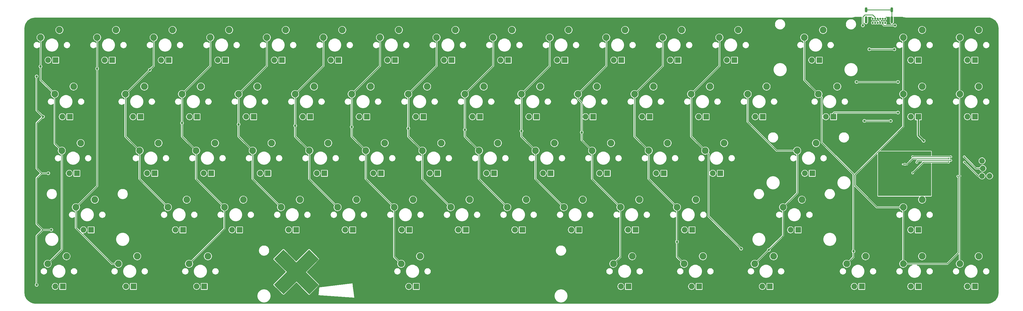
<source format=gbr>
%TF.GenerationSoftware,KiCad,Pcbnew,(5.1.4)-1*%
%TF.CreationDate,2020-07-03T12:21:58-04:00*%
%TF.ProjectId,soph68,736f7068-3638-42e6-9b69-6361645f7063,rev?*%
%TF.SameCoordinates,Original*%
%TF.FileFunction,Copper,L1,Top*%
%TF.FilePolarity,Positive*%
%FSLAX46Y46*%
G04 Gerber Fmt 4.6, Leading zero omitted, Abs format (unit mm)*
G04 Created by KiCad (PCBNEW (5.1.4)-1) date 2020-07-03 12:21:58*
%MOMM*%
%LPD*%
G04 APERTURE LIST*
%TA.AperFunction,EtchedComponent*%
%ADD10C,0.010000*%
%TD*%
%TA.AperFunction,ComponentPad*%
%ADD11C,2.250000*%
%TD*%
%TA.AperFunction,ComponentPad*%
%ADD12C,1.905000*%
%TD*%
%TA.AperFunction,ComponentPad*%
%ADD13R,1.905000X1.905000*%
%TD*%
%TA.AperFunction,ComponentPad*%
%ADD14C,0.700000*%
%TD*%
%TA.AperFunction,ComponentPad*%
%ADD15O,0.900000X2.400000*%
%TD*%
%TA.AperFunction,ComponentPad*%
%ADD16O,0.900000X1.700000*%
%TD*%
%TA.AperFunction,ComponentPad*%
%ADD17C,1.879600*%
%TD*%
%TA.AperFunction,ViaPad*%
%ADD18C,0.800000*%
%TD*%
%TA.AperFunction,ViaPad*%
%ADD19C,0.500000*%
%TD*%
%TA.AperFunction,Conductor*%
%ADD20C,0.250000*%
%TD*%
%TA.AperFunction,Conductor*%
%ADD21C,0.500000*%
%TD*%
%TA.AperFunction,Conductor*%
%ADD22C,0.152400*%
%TD*%
G04 APERTURE END LIST*
D10*
%TO.C,G\002A\002A\002A*%
G36*
X121538988Y-127634988D02*
G01*
X123146208Y-129243880D01*
X120988560Y-131402773D01*
X118830912Y-133561667D01*
X123146762Y-137880007D01*
X121559884Y-139466884D01*
X119973007Y-141053762D01*
X115654667Y-136737912D01*
X113516222Y-138875122D01*
X113021900Y-139368011D01*
X112565592Y-139820786D01*
X112161030Y-140219995D01*
X111821941Y-140552182D01*
X111562056Y-140803895D01*
X111395105Y-140961680D01*
X111335220Y-141012333D01*
X111266482Y-140954862D01*
X111094475Y-140792879D01*
X110835245Y-140542027D01*
X110504839Y-140217949D01*
X110119303Y-139836290D01*
X109706093Y-139424115D01*
X108119525Y-137835896D01*
X110278441Y-135678226D01*
X112437357Y-133520555D01*
X110278227Y-131360227D01*
X108119097Y-129199898D01*
X109707433Y-127613212D01*
X111295770Y-126026525D01*
X113453441Y-128185441D01*
X115611111Y-130344357D01*
X117771440Y-128185227D01*
X119931768Y-126026097D01*
X121538988Y-127634988D01*
X121538988Y-127634988D01*
G37*
X121538988Y-127634988D02*
X123146208Y-129243880D01*
X120988560Y-131402773D01*
X118830912Y-133561667D01*
X123146762Y-137880007D01*
X121559884Y-139466884D01*
X119973007Y-141053762D01*
X115654667Y-136737912D01*
X113516222Y-138875122D01*
X113021900Y-139368011D01*
X112565592Y-139820786D01*
X112161030Y-140219995D01*
X111821941Y-140552182D01*
X111562056Y-140803895D01*
X111395105Y-140961680D01*
X111335220Y-141012333D01*
X111266482Y-140954862D01*
X111094475Y-140792879D01*
X110835245Y-140542027D01*
X110504839Y-140217949D01*
X110119303Y-139836290D01*
X109706093Y-139424115D01*
X108119525Y-137835896D01*
X110278441Y-135678226D01*
X112437357Y-133520555D01*
X110278227Y-131360227D01*
X108119097Y-129199898D01*
X109707433Y-127613212D01*
X111295770Y-126026525D01*
X113453441Y-128185441D01*
X115611111Y-130344357D01*
X117771440Y-128185227D01*
X119931768Y-126026097D01*
X121538988Y-127634988D01*
%TD*%
D11*
%TO.P,K_41,2*%
%TO.N,Net-(D_41-Pad2)*%
X221615000Y-90170000D03*
%TO.P,K_41,1*%
%TO.N,col10*%
X215265000Y-92710000D03*
D12*
%TO.P,K_41,3*%
%TO.N,Net-(K_41-Pad3)*%
X217805000Y-100330000D03*
D13*
%TO.P,K_41,4*%
%TO.N,+5V*%
X220345000Y-100330000D03*
%TD*%
D11*
%TO.P,K_27,2*%
%TO.N,Net-(D_27-Pad2)*%
X254952500Y-71120000D03*
%TO.P,K_27,1*%
%TO.N,col12*%
X248602500Y-73660000D03*
D12*
%TO.P,K_27,3*%
%TO.N,Net-(K_27-Pad3)*%
X251142500Y-81280000D03*
D13*
%TO.P,K_27,4*%
%TO.N,+5V*%
X253682500Y-81280000D03*
%TD*%
D11*
%TO.P,K_35,2*%
%TO.N,Net-(D_35-Pad2)*%
X107315000Y-90170000D03*
%TO.P,K_35,1*%
%TO.N,col4*%
X100965000Y-92710000D03*
D12*
%TO.P,K_35,3*%
%TO.N,Net-(K_35-Pad3)*%
X103505000Y-100330000D03*
D13*
%TO.P,K_35,4*%
%TO.N,+5V*%
X106045000Y-100330000D03*
%TD*%
D11*
%TO.P,K_45,2*%
%TO.N,Net-(D_45-Pad2)*%
X47783750Y-109220000D03*
%TO.P,K_45,1*%
%TO.N,col1*%
X41433750Y-111760000D03*
D12*
%TO.P,K_45,3*%
%TO.N,Net-(K_45-Pad3)*%
X43973750Y-119380000D03*
D13*
%TO.P,K_45,4*%
%TO.N,+5V*%
X46513750Y-119380000D03*
%TD*%
D14*
%TO.P,USB1,A1*%
%TO.N,GND*%
X314833000Y-49657000D03*
%TO.P,USB1,A4*%
%TO.N,VBUS*%
X313983000Y-49657000D03*
%TO.P,USB1,A5*%
%TO.N,Net-(RCC1-Pad2)*%
X313133000Y-49657000D03*
%TO.P,USB1,A6*%
%TO.N,D+*%
X312283000Y-49657000D03*
%TO.P,USB1,A7*%
%TO.N,D-*%
X311433000Y-49657000D03*
%TO.P,USB1,A8*%
%TO.N,Net-(USB1-PadA8)*%
X310583000Y-49657000D03*
%TO.P,USB1,A9*%
%TO.N,VBUS*%
X309733000Y-49657000D03*
%TO.P,USB1,A12*%
%TO.N,GND*%
X308883000Y-49657000D03*
%TO.P,USB1,B9*%
%TO.N,VBUS*%
X313983000Y-48307000D03*
%TO.P,USB1,B7*%
%TO.N,D-*%
X312283000Y-48307000D03*
%TO.P,USB1,B8*%
%TO.N,Net-(USB1-PadB8)*%
X313133000Y-48307000D03*
%TO.P,USB1,B12*%
%TO.N,GND*%
X314833000Y-48307000D03*
%TO.P,USB1,B5*%
%TO.N,Net-(RCC2-Pad2)*%
X310583000Y-48307000D03*
%TO.P,USB1,B4*%
%TO.N,VBUS*%
X309733000Y-48307000D03*
%TO.P,USB1,B1*%
%TO.N,GND*%
X308883000Y-48307000D03*
%TO.P,USB1,B6*%
%TO.N,D+*%
X311433000Y-48307000D03*
D15*
%TO.P,USB1,S1*%
%TO.N,Net-(CSH1-Pad2)*%
X316183000Y-48677000D03*
X307533000Y-48677000D03*
D16*
X316183000Y-45297000D03*
X307533000Y-45297000D03*
%TD*%
D11*
%TO.P,K_56,2*%
%TO.N,Net-(D_56-Pad2)*%
X285908750Y-109220000D03*
%TO.P,K_56,1*%
%TO.N,col13*%
X279558750Y-111760000D03*
D12*
%TO.P,K_56,3*%
%TO.N,Net-(K_56-Pad3)*%
X282098750Y-119380000D03*
D13*
%TO.P,K_56,4*%
%TO.N,+5V*%
X284638750Y-119380000D03*
%TD*%
D11*
%TO.P,K_44,2*%
%TO.N,Net-(D_44-Pad2)*%
X290671250Y-90170000D03*
%TO.P,K_44,1*%
%TO.N,col13*%
X284321250Y-92710000D03*
D12*
%TO.P,K_44,3*%
%TO.N,Net-(K_44-Pad3)*%
X286861250Y-100330000D03*
D13*
%TO.P,K_44,4*%
%TO.N,+5V*%
X289401250Y-100330000D03*
%TD*%
D11*
%TO.P,K_18,2*%
%TO.N,Net-(D_18-Pad2)*%
X83502500Y-71120000D03*
%TO.P,K_18,1*%
%TO.N,col3*%
X77152500Y-73660000D03*
D12*
%TO.P,K_18,3*%
%TO.N,Net-(K_18-Pad3)*%
X79692500Y-81280000D03*
D13*
%TO.P,K_18,4*%
%TO.N,+5V*%
X82232500Y-81280000D03*
%TD*%
D11*
%TO.P,K_24,2*%
%TO.N,Net-(D_24-Pad2)*%
X197802500Y-71120000D03*
%TO.P,K_24,1*%
%TO.N,col9*%
X191452500Y-73660000D03*
D12*
%TO.P,K_24,3*%
%TO.N,Net-(K_24-Pad3)*%
X193992500Y-81280000D03*
D13*
%TO.P,K_24,4*%
%TO.N,+5V*%
X196532500Y-81280000D03*
%TD*%
D17*
%TO.P,J1,1*%
%TO.N,+3V3*%
X349123000Y-101219000D03*
%TO.P,J1,2*%
%TO.N,NRST*%
X346583000Y-101219000D03*
%TO.P,J1,3*%
%TO.N,GND*%
X349377000Y-98679000D03*
%TO.P,J1,4*%
%TO.N,SWCLK*%
X346837000Y-98679000D03*
%TO.P,J1,5*%
%TO.N,GND*%
X349123000Y-96139000D03*
%TO.P,J1,6*%
%TO.N,SWDIO*%
X346583000Y-96139000D03*
%TD*%
D11*
%TO.P,K_67,2*%
%TO.N,Net-(D_67-Pad2)*%
X345440000Y-128270000D03*
%TO.P,K_67,1*%
%TO.N,col16*%
X339090000Y-130810000D03*
D12*
%TO.P,K_67,3*%
%TO.N,Net-(K_67-Pad3)*%
X341630000Y-138430000D03*
D13*
%TO.P,K_67,4*%
%TO.N,+5V*%
X344170000Y-138430000D03*
%TD*%
D11*
%TO.P,K_66,2*%
%TO.N,Net-(D_66-Pad2)*%
X326390000Y-128270000D03*
%TO.P,K_66,1*%
%TO.N,col15*%
X320040000Y-130810000D03*
D12*
%TO.P,K_66,3*%
%TO.N,Net-(K_66-Pad3)*%
X322580000Y-138430000D03*
D13*
%TO.P,K_66,4*%
%TO.N,+5V*%
X325120000Y-138430000D03*
%TD*%
D11*
%TO.P,K_65,2*%
%TO.N,Net-(D_65-Pad2)*%
X307340000Y-128270000D03*
%TO.P,K_65,1*%
%TO.N,col14*%
X300990000Y-130810000D03*
D12*
%TO.P,K_65,3*%
%TO.N,Net-(K_65-Pad3)*%
X303530000Y-138430000D03*
D13*
%TO.P,K_65,4*%
%TO.N,+5V*%
X306070000Y-138430000D03*
%TD*%
D11*
%TO.P,K_64,2*%
%TO.N,Net-(D_64-Pad2)*%
X276383750Y-128270000D03*
%TO.P,K_64,1*%
%TO.N,col13*%
X270033750Y-130810000D03*
D12*
%TO.P,K_64,3*%
%TO.N,Net-(K_64-Pad3)*%
X272573750Y-138430000D03*
D13*
%TO.P,K_64,4*%
%TO.N,+5V*%
X275113750Y-138430000D03*
%TD*%
D11*
%TO.P,K_63,2*%
%TO.N,Net-(D_63-Pad2)*%
X252571250Y-128270000D03*
%TO.P,K_63,1*%
%TO.N,col11*%
X246221250Y-130810000D03*
D12*
%TO.P,K_63,3*%
%TO.N,Net-(K_63-Pad3)*%
X248761250Y-138430000D03*
D13*
%TO.P,K_63,4*%
%TO.N,+5V*%
X251301250Y-138430000D03*
%TD*%
D11*
%TO.P,K_62,2*%
%TO.N,Net-(D_62-Pad2)*%
X228758750Y-128270000D03*
%TO.P,K_62,1*%
%TO.N,col10*%
X222408750Y-130810000D03*
D12*
%TO.P,K_62,3*%
%TO.N,Net-(K_62-Pad3)*%
X224948750Y-138430000D03*
D13*
%TO.P,K_62,4*%
%TO.N,+5V*%
X227488750Y-138430000D03*
%TD*%
D11*
%TO.P,K_61,2*%
%TO.N,Net-(D_61-Pad2)*%
X157321250Y-128270000D03*
%TO.P,K_61,1*%
%TO.N,col6*%
X150971250Y-130810000D03*
D12*
%TO.P,K_61,3*%
%TO.N,Net-(K_61-Pad3)*%
X153511250Y-138430000D03*
D13*
%TO.P,K_61,4*%
%TO.N,+5V*%
X156051250Y-138430000D03*
%TD*%
D11*
%TO.P,K_60,2*%
%TO.N,Net-(D_60-Pad2)*%
X85883750Y-128270000D03*
%TO.P,K_60,1*%
%TO.N,col3*%
X79533750Y-130810000D03*
D12*
%TO.P,K_60,3*%
%TO.N,Net-(K_60-Pad3)*%
X82073750Y-138430000D03*
D13*
%TO.P,K_60,4*%
%TO.N,+5V*%
X84613750Y-138430000D03*
%TD*%
D11*
%TO.P,K_59,2*%
%TO.N,Net-(D_59-Pad2)*%
X62071250Y-128270000D03*
%TO.P,K_59,1*%
%TO.N,col1*%
X55721250Y-130810000D03*
D12*
%TO.P,K_59,3*%
%TO.N,Net-(K_59-Pad3)*%
X58261250Y-138430000D03*
D13*
%TO.P,K_59,4*%
%TO.N,+5V*%
X60801250Y-138430000D03*
%TD*%
D11*
%TO.P,K_58,2*%
%TO.N,Net-(D_58-Pad2)*%
X38258750Y-128270000D03*
%TO.P,K_58,1*%
%TO.N,col0*%
X31908750Y-130810000D03*
D12*
%TO.P,K_58,3*%
%TO.N,Net-(K_58-Pad3)*%
X34448750Y-138430000D03*
D13*
%TO.P,K_58,4*%
%TO.N,+5V*%
X36988750Y-138430000D03*
%TD*%
D11*
%TO.P,K_57,2*%
%TO.N,Net-(D_57-Pad2)*%
X326390000Y-109220000D03*
%TO.P,K_57,1*%
%TO.N,col15*%
X320040000Y-111760000D03*
D12*
%TO.P,K_57,3*%
%TO.N,Net-(K_57-Pad3)*%
X322580000Y-119380000D03*
D13*
%TO.P,K_57,4*%
%TO.N,+5V*%
X325120000Y-119380000D03*
%TD*%
D11*
%TO.P,K_55,2*%
%TO.N,Net-(D_55-Pad2)*%
X250190000Y-109220000D03*
%TO.P,K_55,1*%
%TO.N,col11*%
X243840000Y-111760000D03*
D12*
%TO.P,K_55,3*%
%TO.N,Net-(K_55-Pad3)*%
X246380000Y-119380000D03*
D13*
%TO.P,K_55,4*%
%TO.N,+5V*%
X248920000Y-119380000D03*
%TD*%
D11*
%TO.P,K_54,2*%
%TO.N,Net-(D_54-Pad2)*%
X231140000Y-109220000D03*
%TO.P,K_54,1*%
%TO.N,col10*%
X224790000Y-111760000D03*
D12*
%TO.P,K_54,3*%
%TO.N,Net-(K_54-Pad3)*%
X227330000Y-119380000D03*
D13*
%TO.P,K_54,4*%
%TO.N,+5V*%
X229870000Y-119380000D03*
%TD*%
D11*
%TO.P,K_53,2*%
%TO.N,Net-(D_53-Pad2)*%
X212090000Y-109220000D03*
%TO.P,K_53,1*%
%TO.N,col9*%
X205740000Y-111760000D03*
D12*
%TO.P,K_53,3*%
%TO.N,Net-(K_53-Pad3)*%
X208280000Y-119380000D03*
D13*
%TO.P,K_53,4*%
%TO.N,+5V*%
X210820000Y-119380000D03*
%TD*%
D11*
%TO.P,K_52,2*%
%TO.N,Net-(D_52-Pad2)*%
X193040000Y-109220000D03*
%TO.P,K_52,1*%
%TO.N,col8*%
X186690000Y-111760000D03*
D12*
%TO.P,K_52,3*%
%TO.N,Net-(K_52-Pad3)*%
X189230000Y-119380000D03*
D13*
%TO.P,K_52,4*%
%TO.N,+5V*%
X191770000Y-119380000D03*
%TD*%
D11*
%TO.P,K_51,2*%
%TO.N,Net-(D_51-Pad2)*%
X173990000Y-109220000D03*
%TO.P,K_51,1*%
%TO.N,col7*%
X167640000Y-111760000D03*
D12*
%TO.P,K_51,3*%
%TO.N,Net-(K_51-Pad3)*%
X170180000Y-119380000D03*
D13*
%TO.P,K_51,4*%
%TO.N,+5V*%
X172720000Y-119380000D03*
%TD*%
D11*
%TO.P,K_50,2*%
%TO.N,Net-(D_50-Pad2)*%
X154940000Y-109220000D03*
%TO.P,K_50,1*%
%TO.N,col6*%
X148590000Y-111760000D03*
D12*
%TO.P,K_50,3*%
%TO.N,Net-(K_50-Pad3)*%
X151130000Y-119380000D03*
D13*
%TO.P,K_50,4*%
%TO.N,+5V*%
X153670000Y-119380000D03*
%TD*%
D11*
%TO.P,K_49,2*%
%TO.N,Net-(D_49-Pad2)*%
X135890000Y-109220000D03*
%TO.P,K_49,1*%
%TO.N,col5*%
X129540000Y-111760000D03*
D12*
%TO.P,K_49,3*%
%TO.N,Net-(K_49-Pad3)*%
X132080000Y-119380000D03*
D13*
%TO.P,K_49,4*%
%TO.N,+5V*%
X134620000Y-119380000D03*
%TD*%
D11*
%TO.P,K_48,2*%
%TO.N,Net-(D_48-Pad2)*%
X116840000Y-109220000D03*
%TO.P,K_48,1*%
%TO.N,col4*%
X110490000Y-111760000D03*
D12*
%TO.P,K_48,3*%
%TO.N,Net-(K_48-Pad3)*%
X113030000Y-119380000D03*
D13*
%TO.P,K_48,4*%
%TO.N,+5V*%
X115570000Y-119380000D03*
%TD*%
D11*
%TO.P,K_47,2*%
%TO.N,Net-(D_47-Pad2)*%
X97790000Y-109220000D03*
%TO.P,K_47,1*%
%TO.N,col3*%
X91440000Y-111760000D03*
D12*
%TO.P,K_47,3*%
%TO.N,Net-(K_47-Pad3)*%
X93980000Y-119380000D03*
D13*
%TO.P,K_47,4*%
%TO.N,+5V*%
X96520000Y-119380000D03*
%TD*%
D11*
%TO.P,K_46,2*%
%TO.N,Net-(D_46-Pad2)*%
X78740000Y-109220000D03*
%TO.P,K_46,1*%
%TO.N,col2*%
X72390000Y-111760000D03*
D12*
%TO.P,K_46,3*%
%TO.N,Net-(K_46-Pad3)*%
X74930000Y-119380000D03*
D13*
%TO.P,K_46,4*%
%TO.N,+5V*%
X77470000Y-119380000D03*
%TD*%
D11*
%TO.P,K_43,2*%
%TO.N,Net-(D_43-Pad2)*%
X259715000Y-90170000D03*
%TO.P,K_43,1*%
%TO.N,col12*%
X253365000Y-92710000D03*
D12*
%TO.P,K_43,3*%
%TO.N,Net-(K_43-Pad3)*%
X255905000Y-100330000D03*
D13*
%TO.P,K_43,4*%
%TO.N,+5V*%
X258445000Y-100330000D03*
%TD*%
D11*
%TO.P,K_42,2*%
%TO.N,Net-(D_42-Pad2)*%
X240665000Y-90170000D03*
%TO.P,K_42,1*%
%TO.N,col11*%
X234315000Y-92710000D03*
D12*
%TO.P,K_42,3*%
%TO.N,Net-(K_42-Pad3)*%
X236855000Y-100330000D03*
D13*
%TO.P,K_42,4*%
%TO.N,+5V*%
X239395000Y-100330000D03*
%TD*%
D11*
%TO.P,K_40,2*%
%TO.N,Net-(D_40-Pad2)*%
X202565000Y-90170000D03*
%TO.P,K_40,1*%
%TO.N,col9*%
X196215000Y-92710000D03*
D12*
%TO.P,K_40,3*%
%TO.N,Net-(K_40-Pad3)*%
X198755000Y-100330000D03*
D13*
%TO.P,K_40,4*%
%TO.N,+5V*%
X201295000Y-100330000D03*
%TD*%
D11*
%TO.P,K_39,2*%
%TO.N,Net-(D_39-Pad2)*%
X183515000Y-90170000D03*
%TO.P,K_39,1*%
%TO.N,col8*%
X177165000Y-92710000D03*
D12*
%TO.P,K_39,3*%
%TO.N,Net-(K_39-Pad3)*%
X179705000Y-100330000D03*
D13*
%TO.P,K_39,4*%
%TO.N,+5V*%
X182245000Y-100330000D03*
%TD*%
D11*
%TO.P,K_38,2*%
%TO.N,Net-(D_38-Pad2)*%
X164465000Y-90170000D03*
%TO.P,K_38,1*%
%TO.N,col7*%
X158115000Y-92710000D03*
D12*
%TO.P,K_38,3*%
%TO.N,Net-(K_38-Pad3)*%
X160655000Y-100330000D03*
D13*
%TO.P,K_38,4*%
%TO.N,+5V*%
X163195000Y-100330000D03*
%TD*%
D11*
%TO.P,K_37,2*%
%TO.N,Net-(D_37-Pad2)*%
X145415000Y-90170000D03*
%TO.P,K_37,1*%
%TO.N,col6*%
X139065000Y-92710000D03*
D12*
%TO.P,K_37,3*%
%TO.N,Net-(K_37-Pad3)*%
X141605000Y-100330000D03*
D13*
%TO.P,K_37,4*%
%TO.N,+5V*%
X144145000Y-100330000D03*
%TD*%
D11*
%TO.P,K_36,2*%
%TO.N,Net-(D_36-Pad2)*%
X126365000Y-90170000D03*
%TO.P,K_36,1*%
%TO.N,col5*%
X120015000Y-92710000D03*
D12*
%TO.P,K_36,3*%
%TO.N,Net-(K_36-Pad3)*%
X122555000Y-100330000D03*
D13*
%TO.P,K_36,4*%
%TO.N,+5V*%
X125095000Y-100330000D03*
%TD*%
D11*
%TO.P,K_34,2*%
%TO.N,Net-(D_34-Pad2)*%
X88265000Y-90170000D03*
%TO.P,K_34,1*%
%TO.N,col3*%
X81915000Y-92710000D03*
D12*
%TO.P,K_34,3*%
%TO.N,Net-(K_34-Pad3)*%
X84455000Y-100330000D03*
D13*
%TO.P,K_34,4*%
%TO.N,+5V*%
X86995000Y-100330000D03*
%TD*%
D11*
%TO.P,K_33,2*%
%TO.N,Net-(D_33-Pad2)*%
X69215000Y-90170000D03*
%TO.P,K_33,1*%
%TO.N,col2*%
X62865000Y-92710000D03*
D12*
%TO.P,K_33,3*%
%TO.N,Net-(K_33-Pad3)*%
X65405000Y-100330000D03*
D13*
%TO.P,K_33,4*%
%TO.N,+5V*%
X67945000Y-100330000D03*
%TD*%
D11*
%TO.P,K_32,2*%
%TO.N,Net-(D_32-Pad2)*%
X43021250Y-90170000D03*
%TO.P,K_32,1*%
%TO.N,col0*%
X36671250Y-92710000D03*
D12*
%TO.P,K_32,3*%
%TO.N,Net-(K_32-Pad3)*%
X39211250Y-100330000D03*
D13*
%TO.P,K_32,4*%
%TO.N,+5V*%
X41751250Y-100330000D03*
%TD*%
D11*
%TO.P,K_31,2*%
%TO.N,Net-(D_31-Pad2)*%
X345440000Y-71120000D03*
%TO.P,K_31,1*%
%TO.N,col16*%
X339090000Y-73660000D03*
D12*
%TO.P,K_31,3*%
%TO.N,Net-(K_31-Pad3)*%
X341630000Y-81280000D03*
D13*
%TO.P,K_31,4*%
%TO.N,+5V*%
X344170000Y-81280000D03*
%TD*%
D11*
%TO.P,K_30,2*%
%TO.N,Net-(D_30-Pad2)*%
X326390000Y-71120000D03*
%TO.P,K_30,1*%
%TO.N,col15*%
X320040000Y-73660000D03*
D12*
%TO.P,K_30,3*%
%TO.N,Net-(K_30-Pad3)*%
X322580000Y-81280000D03*
D13*
%TO.P,K_30,4*%
%TO.N,+5V*%
X325120000Y-81280000D03*
%TD*%
D11*
%TO.P,K_29,2*%
%TO.N,Net-(D_29-Pad2)*%
X297815000Y-71120000D03*
%TO.P,K_29,1*%
%TO.N,col14*%
X291465000Y-73660000D03*
D12*
%TO.P,K_29,3*%
%TO.N,Net-(K_29-Pad3)*%
X294005000Y-81280000D03*
D13*
%TO.P,K_29,4*%
%TO.N,+5V*%
X296545000Y-81280000D03*
%TD*%
D11*
%TO.P,K_28,2*%
%TO.N,Net-(D_28-Pad2)*%
X274002500Y-71120000D03*
%TO.P,K_28,1*%
%TO.N,col13*%
X267652500Y-73660000D03*
D12*
%TO.P,K_28,3*%
%TO.N,Net-(K_28-Pad3)*%
X270192500Y-81280000D03*
D13*
%TO.P,K_28,4*%
%TO.N,+5V*%
X272732500Y-81280000D03*
%TD*%
D11*
%TO.P,K_26,2*%
%TO.N,Net-(D_26-Pad2)*%
X235902500Y-71120000D03*
%TO.P,K_26,1*%
%TO.N,col11*%
X229552500Y-73660000D03*
D12*
%TO.P,K_26,3*%
%TO.N,Net-(K_26-Pad3)*%
X232092500Y-81280000D03*
D13*
%TO.P,K_26,4*%
%TO.N,+5V*%
X234632500Y-81280000D03*
%TD*%
D11*
%TO.P,K_25,2*%
%TO.N,Net-(D_25-Pad2)*%
X216852500Y-71120000D03*
%TO.P,K_25,1*%
%TO.N,col10*%
X210502500Y-73660000D03*
D12*
%TO.P,K_25,3*%
%TO.N,Net-(K_25-Pad3)*%
X213042500Y-81280000D03*
D13*
%TO.P,K_25,4*%
%TO.N,+5V*%
X215582500Y-81280000D03*
%TD*%
D11*
%TO.P,K_23,2*%
%TO.N,Net-(D_23-Pad2)*%
X178752500Y-71120000D03*
%TO.P,K_23,1*%
%TO.N,col8*%
X172402500Y-73660000D03*
D12*
%TO.P,K_23,3*%
%TO.N,Net-(K_23-Pad3)*%
X174942500Y-81280000D03*
D13*
%TO.P,K_23,4*%
%TO.N,+5V*%
X177482500Y-81280000D03*
%TD*%
D11*
%TO.P,K_22,2*%
%TO.N,Net-(D_22-Pad2)*%
X159702500Y-71120000D03*
%TO.P,K_22,1*%
%TO.N,col7*%
X153352500Y-73660000D03*
D12*
%TO.P,K_22,3*%
%TO.N,Net-(K_22-Pad3)*%
X155892500Y-81280000D03*
D13*
%TO.P,K_22,4*%
%TO.N,+5V*%
X158432500Y-81280000D03*
%TD*%
D11*
%TO.P,K_21,2*%
%TO.N,Net-(D_21-Pad2)*%
X140652500Y-71120000D03*
%TO.P,K_21,1*%
%TO.N,col6*%
X134302500Y-73660000D03*
D12*
%TO.P,K_21,3*%
%TO.N,Net-(K_21-Pad3)*%
X136842500Y-81280000D03*
D13*
%TO.P,K_21,4*%
%TO.N,+5V*%
X139382500Y-81280000D03*
%TD*%
D11*
%TO.P,K_20,2*%
%TO.N,Net-(D_20-Pad2)*%
X121602500Y-71120000D03*
%TO.P,K_20,1*%
%TO.N,col5*%
X115252500Y-73660000D03*
D12*
%TO.P,K_20,3*%
%TO.N,Net-(K_20-Pad3)*%
X117792500Y-81280000D03*
D13*
%TO.P,K_20,4*%
%TO.N,+5V*%
X120332500Y-81280000D03*
%TD*%
D11*
%TO.P,K_19,2*%
%TO.N,Net-(D_19-Pad2)*%
X102552500Y-71120000D03*
%TO.P,K_19,1*%
%TO.N,col4*%
X96202500Y-73660000D03*
D12*
%TO.P,K_19,3*%
%TO.N,Net-(K_19-Pad3)*%
X98742500Y-81280000D03*
D13*
%TO.P,K_19,4*%
%TO.N,+5V*%
X101282500Y-81280000D03*
%TD*%
D11*
%TO.P,K_17,2*%
%TO.N,Net-(D_17-Pad2)*%
X64452500Y-71120000D03*
%TO.P,K_17,1*%
%TO.N,col2*%
X58102500Y-73660000D03*
D12*
%TO.P,K_17,3*%
%TO.N,Net-(K_17-Pad3)*%
X60642500Y-81280000D03*
D13*
%TO.P,K_17,4*%
%TO.N,+5V*%
X63182500Y-81280000D03*
%TD*%
D11*
%TO.P,K_16,2*%
%TO.N,Net-(D_16-Pad2)*%
X40640000Y-71120000D03*
%TO.P,K_16,1*%
%TO.N,col0*%
X34290000Y-73660000D03*
D12*
%TO.P,K_16,3*%
%TO.N,Net-(K_16-Pad3)*%
X36830000Y-81280000D03*
D13*
%TO.P,K_16,4*%
%TO.N,+5V*%
X39370000Y-81280000D03*
%TD*%
D11*
%TO.P,K_15,2*%
%TO.N,Net-(D_15-Pad2)*%
X345440000Y-52070000D03*
%TO.P,K_15,1*%
%TO.N,col16*%
X339090000Y-54610000D03*
D12*
%TO.P,K_15,3*%
%TO.N,Net-(K_15-Pad3)*%
X341630000Y-62230000D03*
D13*
%TO.P,K_15,4*%
%TO.N,+5V*%
X344170000Y-62230000D03*
%TD*%
D11*
%TO.P,K_14,2*%
%TO.N,Net-(D_14-Pad2)*%
X326390000Y-52070000D03*
%TO.P,K_14,1*%
%TO.N,col15*%
X320040000Y-54610000D03*
D12*
%TO.P,K_14,3*%
%TO.N,Net-(K_14-Pad3)*%
X322580000Y-62230000D03*
D13*
%TO.P,K_14,4*%
%TO.N,+5V*%
X325120000Y-62230000D03*
%TD*%
D11*
%TO.P,K_13,2*%
%TO.N,Net-(D_13-Pad2)*%
X293052500Y-52070000D03*
%TO.P,K_13,1*%
%TO.N,col14*%
X286702500Y-54610000D03*
D12*
%TO.P,K_13,3*%
%TO.N,Net-(K_13-Pad3)*%
X289242500Y-62230000D03*
D13*
%TO.P,K_13,4*%
%TO.N,+5V*%
X291782500Y-62230000D03*
%TD*%
D11*
%TO.P,K_12,2*%
%TO.N,Net-(D_12-Pad2)*%
X264477500Y-52070000D03*
%TO.P,K_12,1*%
%TO.N,col12*%
X258127500Y-54610000D03*
D12*
%TO.P,K_12,3*%
%TO.N,Net-(K_12-Pad3)*%
X260667500Y-62230000D03*
D13*
%TO.P,K_12,4*%
%TO.N,+5V*%
X263207500Y-62230000D03*
%TD*%
D11*
%TO.P,K_11,2*%
%TO.N,Net-(D_11-Pad2)*%
X245427500Y-52070000D03*
%TO.P,K_11,1*%
%TO.N,col11*%
X239077500Y-54610000D03*
D12*
%TO.P,K_11,3*%
%TO.N,Net-(K_11-Pad3)*%
X241617500Y-62230000D03*
D13*
%TO.P,K_11,4*%
%TO.N,+5V*%
X244157500Y-62230000D03*
%TD*%
D11*
%TO.P,K_10,2*%
%TO.N,Net-(D_10-Pad2)*%
X226377500Y-52070000D03*
%TO.P,K_10,1*%
%TO.N,col10*%
X220027500Y-54610000D03*
D12*
%TO.P,K_10,3*%
%TO.N,Net-(K_10-Pad3)*%
X222567500Y-62230000D03*
D13*
%TO.P,K_10,4*%
%TO.N,+5V*%
X225107500Y-62230000D03*
%TD*%
D11*
%TO.P,K_9,2*%
%TO.N,Net-(D_9-Pad2)*%
X207327500Y-52070000D03*
%TO.P,K_9,1*%
%TO.N,col9*%
X200977500Y-54610000D03*
D12*
%TO.P,K_9,3*%
%TO.N,Net-(K_9-Pad3)*%
X203517500Y-62230000D03*
D13*
%TO.P,K_9,4*%
%TO.N,+5V*%
X206057500Y-62230000D03*
%TD*%
D11*
%TO.P,K_8,2*%
%TO.N,Net-(D_8-Pad2)*%
X188277500Y-52070000D03*
%TO.P,K_8,1*%
%TO.N,col8*%
X181927500Y-54610000D03*
D12*
%TO.P,K_8,3*%
%TO.N,Net-(K_8-Pad3)*%
X184467500Y-62230000D03*
D13*
%TO.P,K_8,4*%
%TO.N,+5V*%
X187007500Y-62230000D03*
%TD*%
D11*
%TO.P,K_7,2*%
%TO.N,Net-(D_7-Pad2)*%
X169227500Y-52070000D03*
%TO.P,K_7,1*%
%TO.N,col7*%
X162877500Y-54610000D03*
D12*
%TO.P,K_7,3*%
%TO.N,Net-(K_7-Pad3)*%
X165417500Y-62230000D03*
D13*
%TO.P,K_7,4*%
%TO.N,+5V*%
X167957500Y-62230000D03*
%TD*%
D11*
%TO.P,K_6,2*%
%TO.N,Net-(D_6-Pad2)*%
X150177500Y-52070000D03*
%TO.P,K_6,1*%
%TO.N,col6*%
X143827500Y-54610000D03*
D12*
%TO.P,K_6,3*%
%TO.N,Net-(K_6-Pad3)*%
X146367500Y-62230000D03*
D13*
%TO.P,K_6,4*%
%TO.N,+5V*%
X148907500Y-62230000D03*
%TD*%
D11*
%TO.P,K_5,2*%
%TO.N,Net-(D_5-Pad2)*%
X131127500Y-52070000D03*
%TO.P,K_5,1*%
%TO.N,col5*%
X124777500Y-54610000D03*
D12*
%TO.P,K_5,3*%
%TO.N,Net-(K_5-Pad3)*%
X127317500Y-62230000D03*
D13*
%TO.P,K_5,4*%
%TO.N,+5V*%
X129857500Y-62230000D03*
%TD*%
D11*
%TO.P,K_4,2*%
%TO.N,Net-(D_4-Pad2)*%
X112077500Y-52070000D03*
%TO.P,K_4,1*%
%TO.N,col4*%
X105727500Y-54610000D03*
D12*
%TO.P,K_4,3*%
%TO.N,Net-(K_4-Pad3)*%
X108267500Y-62230000D03*
D13*
%TO.P,K_4,4*%
%TO.N,+5V*%
X110807500Y-62230000D03*
%TD*%
D11*
%TO.P,K_3,2*%
%TO.N,Net-(D_3-Pad2)*%
X93027500Y-52070000D03*
%TO.P,K_3,1*%
%TO.N,col3*%
X86677500Y-54610000D03*
D12*
%TO.P,K_3,3*%
%TO.N,Net-(K_3-Pad3)*%
X89217500Y-62230000D03*
D13*
%TO.P,K_3,4*%
%TO.N,+5V*%
X91757500Y-62230000D03*
%TD*%
D11*
%TO.P,K_2,2*%
%TO.N,Net-(D_2-Pad2)*%
X73977500Y-52070000D03*
%TO.P,K_2,1*%
%TO.N,col2*%
X67627500Y-54610000D03*
D12*
%TO.P,K_2,3*%
%TO.N,Net-(K_2-Pad3)*%
X70167500Y-62230000D03*
D13*
%TO.P,K_2,4*%
%TO.N,+5V*%
X72707500Y-62230000D03*
%TD*%
D11*
%TO.P,K_1,2*%
%TO.N,Net-(D_1-Pad2)*%
X54927500Y-52070000D03*
%TO.P,K_1,1*%
%TO.N,col1*%
X48577500Y-54610000D03*
D12*
%TO.P,K_1,3*%
%TO.N,Net-(K_1-Pad3)*%
X51117500Y-62230000D03*
D13*
%TO.P,K_1,4*%
%TO.N,+5V*%
X53657500Y-62230000D03*
%TD*%
D11*
%TO.P,K_0,2*%
%TO.N,Net-(D_0-Pad2)*%
X35877500Y-52070000D03*
%TO.P,K_0,1*%
%TO.N,col0*%
X29527500Y-54610000D03*
D12*
%TO.P,K_0,3*%
%TO.N,Net-(K_0-Pad3)*%
X32067500Y-62230000D03*
D13*
%TO.P,K_0,4*%
%TO.N,+5V*%
X34607500Y-62230000D03*
%TD*%
D18*
%TO.N,GND*%
X308356000Y-100076000D03*
X279908000Y-88138000D03*
X275018500Y-64579500D03*
X233362500Y-62230000D03*
X214312500Y-62230000D03*
X195262500Y-62230000D03*
X176212500Y-62230000D03*
X157162500Y-62230000D03*
X138112500Y-62230000D03*
X119062500Y-62230000D03*
X100012500Y-62230000D03*
X80962500Y-62230000D03*
X61912500Y-62230000D03*
X90551000Y-81280000D03*
X109474000Y-81407000D03*
X128524000Y-81407000D03*
X147701000Y-81280000D03*
X166751000Y-81153000D03*
X185674000Y-81407000D03*
X204851000Y-81280000D03*
X223901000Y-81280000D03*
X242951000Y-81407000D03*
X262001000Y-81407000D03*
X280797000Y-81534000D03*
X42926000Y-73533000D03*
X162433000Y-73533000D03*
X285623000Y-127635000D03*
X314325000Y-127889000D03*
X333375000Y-74930000D03*
X333375000Y-66421000D03*
D19*
X333121000Y-99568000D03*
X348742000Y-104521000D03*
D18*
X42862500Y-62166500D03*
X252412500Y-62166500D03*
X302768000Y-91567000D03*
X336296000Y-115824000D03*
X344043000Y-118491000D03*
X157353000Y-54737000D03*
X153924000Y-92456000D03*
X154686000Y-103378000D03*
X161290000Y-112522000D03*
X159385000Y-122936000D03*
X164338000Y-131826000D03*
X274066000Y-56515000D03*
X276098000Y-94615000D03*
X273812000Y-114300000D03*
X283591000Y-133731000D03*
X282321000Y-140335000D03*
X44069000Y-85852000D03*
X42799000Y-54737000D03*
X44069000Y-105029000D03*
X44069000Y-123571000D03*
X44196000Y-132207000D03*
X44196000Y-140589000D03*
%TO.N,col0*%
X29503746Y-64349366D03*
%TO.N,col1*%
X48577500Y-65074366D03*
%TO.N,col2*%
X66294000Y-65524376D03*
%TO.N,col3*%
X77152500Y-83402000D03*
%TO.N,col4*%
X96202500Y-83852010D03*
%TO.N,col5*%
X115252500Y-84302020D03*
%TO.N,col6*%
X134302500Y-84752030D03*
%TO.N,col7*%
X153352500Y-85202040D03*
%TO.N,col8*%
X172402500Y-85652050D03*
%TO.N,col9*%
X191452500Y-86102060D03*
%TO.N,col10*%
X211764999Y-86552070D03*
%TO.N,col11*%
X243840000Y-123380500D03*
%TO.N,col12*%
X265430000Y-125730000D03*
%TO.N,col13*%
X274764500Y-126143010D03*
%TO.N,col14*%
X303276000Y-126593018D03*
D19*
%TO.N,col15*%
X338403592Y-101356281D03*
%TO.N,col16*%
X339090000Y-101219000D03*
D18*
%TO.N,row0*%
X317049685Y-58547000D03*
X308610000Y-58547000D03*
%TO.N,row1*%
X304292000Y-69596000D03*
X318262000Y-69596000D03*
%TO.N,+3V3*%
X319532000Y-93980000D03*
X327787000Y-99060000D03*
X323215000Y-107188000D03*
X314452000Y-101219000D03*
X328549000Y-103505000D03*
D19*
%TO.N,NRST*%
X323215000Y-100203000D03*
X335280000Y-96587000D03*
X340614000Y-96587000D03*
%TO.N,SWDIO*%
X320548000Y-97282000D03*
X335280000Y-95377000D03*
%TO.N,SWCLK*%
X323215000Y-94742000D03*
X336042000Y-94768500D03*
X340587500Y-94768500D03*
D18*
%TO.N,LED-*%
X28194000Y-67691000D03*
X30353000Y-81280000D03*
X32131000Y-100330000D03*
X33147000Y-119380000D03*
X28194000Y-137922000D03*
X315849000Y-82677000D03*
X306959000Y-82677000D03*
%TO.N,Net-(RCC1-Pad2)*%
X317246000Y-50546000D03*
%TO.N,Net-(RCC2-Pad2)*%
X306451000Y-50546000D03*
D19*
%TO.N,BOOT0*%
X324612000Y-96647000D03*
X336042000Y-96012000D03*
D18*
%TO.N,+5V*%
X326898000Y-89408000D03*
X318262000Y-79883000D03*
%TD*%
D20*
%TO.N,col0*%
X29527500Y-68897500D02*
X34290000Y-73660000D01*
X34290000Y-90328750D02*
X36671250Y-92710000D01*
X34290000Y-73660000D02*
X34290000Y-90328750D01*
X36671250Y-126047500D02*
X31908750Y-130810000D01*
X36671250Y-92710000D02*
X36671250Y-126047500D01*
X29527500Y-64833500D02*
X29527500Y-68897500D01*
X29527500Y-54610000D02*
X29527500Y-64833500D01*
X29527500Y-64325612D02*
X29503746Y-64349366D01*
X29527500Y-64833500D02*
X29527500Y-64325612D01*
%TO.N,col1*%
X48577500Y-104616250D02*
X41433750Y-111760000D01*
X54130260Y-130810000D02*
X55721250Y-130810000D01*
X53513048Y-130810000D02*
X54130260Y-130810000D01*
X41433750Y-118730702D02*
X53513048Y-130810000D01*
X41433750Y-111760000D02*
X41433750Y-118730702D01*
X48577500Y-64706500D02*
X48577500Y-65074366D01*
X48577500Y-64706500D02*
X48577500Y-104616250D01*
X48577500Y-54610000D02*
X48577500Y-64706500D01*
%TO.N,col2*%
X67627500Y-54610000D02*
X67627500Y-64135000D01*
X58102500Y-87947500D02*
X62865000Y-92710000D01*
X58102500Y-73660000D02*
X58102500Y-87947500D01*
X62865000Y-102235000D02*
X72390000Y-111760000D01*
X62865000Y-92710000D02*
X62865000Y-102235000D01*
X66579750Y-65238626D02*
X66294000Y-65524376D01*
X66579750Y-65182750D02*
X66579750Y-65238626D01*
X66579750Y-65182750D02*
X58102500Y-73660000D01*
X67627500Y-64135000D02*
X66579750Y-65182750D01*
%TO.N,col3*%
X86677500Y-54610000D02*
X86677500Y-64135000D01*
X77152500Y-87947500D02*
X81915000Y-92710000D01*
X81915000Y-102235000D02*
X91440000Y-111760000D01*
X81915000Y-92710000D02*
X81915000Y-102235000D01*
X91440000Y-118903750D02*
X79533750Y-130810000D01*
X91440000Y-111760000D02*
X91440000Y-118903750D01*
X86677500Y-64135000D02*
X77152500Y-73660000D01*
X77152500Y-83248500D02*
X77152500Y-83402000D01*
X77152500Y-83248500D02*
X77152500Y-87947500D01*
X77152500Y-73660000D02*
X77152500Y-83248500D01*
%TO.N,col4*%
X105727500Y-64135000D02*
X96202500Y-73660000D01*
X105727500Y-54610000D02*
X105727500Y-64135000D01*
X96202500Y-87947500D02*
X100965000Y-92710000D01*
X100965000Y-102235000D02*
X110490000Y-111760000D01*
X100965000Y-92710000D02*
X100965000Y-102235000D01*
X96202500Y-83756500D02*
X96202500Y-83852010D01*
X96202500Y-83756500D02*
X96202500Y-87947500D01*
X96202500Y-73660000D02*
X96202500Y-83756500D01*
%TO.N,col5*%
X124777500Y-64135000D02*
X115252500Y-73660000D01*
X124777500Y-54610000D02*
X124777500Y-64135000D01*
X115252500Y-87947500D02*
X120015000Y-92710000D01*
X120015000Y-102235000D02*
X129540000Y-111760000D01*
X120015000Y-92710000D02*
X120015000Y-102235000D01*
X115252500Y-84137500D02*
X115252500Y-84302020D01*
X115252500Y-84137500D02*
X115252500Y-87947500D01*
X115252500Y-73660000D02*
X115252500Y-84137500D01*
%TO.N,col6*%
X143827500Y-64135000D02*
X134302500Y-73660000D01*
X143827500Y-54610000D02*
X143827500Y-64135000D01*
X148590000Y-128428750D02*
X150971250Y-130810000D01*
X148590000Y-111760000D02*
X148590000Y-128428750D01*
X134302500Y-87947500D02*
X139065000Y-92710000D01*
X139065000Y-102235000D02*
X148590000Y-111760000D01*
X139065000Y-92710000D02*
X139065000Y-102235000D01*
X134302500Y-84518500D02*
X134302500Y-84752030D01*
X134302500Y-84518500D02*
X134302500Y-87947500D01*
X134302500Y-73660000D02*
X134302500Y-84518500D01*
%TO.N,col7*%
X162877500Y-64135000D02*
X153352500Y-73660000D01*
X162877500Y-54610000D02*
X162877500Y-64135000D01*
X158115000Y-102235000D02*
X167640000Y-111760000D01*
X158115000Y-92710000D02*
X158115000Y-102235000D01*
X153352500Y-87947500D02*
X158115000Y-92710000D01*
X153352500Y-85153500D02*
X153352500Y-85026500D01*
X153352500Y-85153500D02*
X153352500Y-87947500D01*
X153352500Y-73660000D02*
X153352500Y-85153500D01*
X153352500Y-85026500D02*
X153352500Y-85202040D01*
%TO.N,col8*%
X181927500Y-64135000D02*
X172402500Y-73660000D01*
X181927500Y-54610000D02*
X181927500Y-64135000D01*
X172402500Y-87947500D02*
X177165000Y-92710000D01*
X177165000Y-102235000D02*
X186690000Y-111760000D01*
X177165000Y-92710000D02*
X177165000Y-102235000D01*
X172402500Y-86169500D02*
X172402500Y-85652050D01*
X172402500Y-86169500D02*
X172402500Y-87947500D01*
X172402500Y-73660000D02*
X172402500Y-86169500D01*
%TO.N,col9*%
X200977500Y-64135000D02*
X191452500Y-73660000D01*
X200977500Y-54610000D02*
X200977500Y-64135000D01*
X191452500Y-87947500D02*
X196215000Y-92710000D01*
X196215000Y-102235000D02*
X205740000Y-111760000D01*
X196215000Y-92710000D02*
X196215000Y-102235000D01*
X191452500Y-86042500D02*
X191452500Y-86102060D01*
X191452500Y-86042500D02*
X191452500Y-87947500D01*
X191452500Y-73660000D02*
X191452500Y-86042500D01*
%TO.N,col10*%
X220027500Y-64135000D02*
X210502500Y-73660000D01*
X220027500Y-54610000D02*
X220027500Y-64135000D01*
X214140001Y-91585001D02*
X215265000Y-92710000D01*
X211764999Y-89209999D02*
X214140001Y-91585001D01*
X210502500Y-75250990D02*
X211764999Y-76513489D01*
X210502500Y-73660000D02*
X210502500Y-75250990D01*
X224790000Y-128428750D02*
X222408750Y-130810000D01*
X224790000Y-111760000D02*
X224790000Y-128428750D01*
X215265000Y-102235000D02*
X224790000Y-111760000D01*
X215265000Y-92710000D02*
X215265000Y-102235000D01*
X211764999Y-86161999D02*
X211764999Y-86552070D01*
X211764999Y-86161999D02*
X211764999Y-89209999D01*
X211764999Y-76513489D02*
X211764999Y-86161999D01*
%TO.N,col11*%
X239077500Y-64135000D02*
X229552500Y-73660000D01*
X239077500Y-54610000D02*
X239077500Y-64135000D01*
X229552500Y-87947500D02*
X234315000Y-92710000D01*
X229552500Y-73660000D02*
X229552500Y-87947500D01*
X243840000Y-128428750D02*
X246221250Y-130810000D01*
X234315000Y-102235000D02*
X243840000Y-111760000D01*
X234315000Y-92710000D02*
X234315000Y-102235000D01*
X243840000Y-124714000D02*
X243840000Y-123380500D01*
X243840000Y-124714000D02*
X243840000Y-128428750D01*
X243840000Y-111760000D02*
X243840000Y-124714000D01*
%TO.N,col12*%
X258127500Y-64135000D02*
X248602500Y-73660000D01*
X258127500Y-54610000D02*
X258127500Y-64135000D01*
X248602500Y-87947500D02*
X253365000Y-92710000D01*
X248602500Y-73660000D02*
X248602500Y-87947500D01*
X254489999Y-114789999D02*
X265430000Y-125730000D01*
X253365000Y-92710000D02*
X254489999Y-93834999D01*
X254489999Y-93834999D02*
X254489999Y-114789999D01*
%TO.N,col13*%
X279558750Y-111760000D02*
X279558750Y-121285000D01*
X284321250Y-106997500D02*
X279558750Y-111760000D01*
X284321250Y-92710000D02*
X284321250Y-106997500D01*
X267652500Y-73660000D02*
X267652500Y-82994500D01*
X277368000Y-92710000D02*
X284321250Y-92710000D01*
X267652500Y-82994500D02*
X277368000Y-92710000D01*
X274875625Y-126031885D02*
X274764500Y-126143010D01*
X274875625Y-125968125D02*
X274875625Y-126031885D01*
X274875625Y-125968125D02*
X270033750Y-130810000D01*
X279558750Y-121285000D02*
X274875625Y-125968125D01*
%TO.N,col14*%
X286702500Y-68897500D02*
X291465000Y-73660000D01*
X286702500Y-54610000D02*
X286702500Y-68897500D01*
X291465000Y-73660000D02*
X292589999Y-74784999D01*
X300990000Y-130810000D02*
X303276000Y-128524000D01*
X292589999Y-89942747D02*
X292589999Y-86849999D01*
X303276000Y-100628748D02*
X292589999Y-89942747D01*
X292589999Y-86849999D02*
X292589999Y-87992999D01*
X292589999Y-74784999D02*
X292589999Y-86849999D01*
X303276000Y-126428500D02*
X303276000Y-126593018D01*
X303276000Y-126428500D02*
X303276000Y-100628748D01*
X303276000Y-128524000D02*
X303276000Y-126428500D01*
%TO.N,col15*%
X320040000Y-56200990D02*
X320040000Y-73660000D01*
X320040000Y-54610000D02*
X320040000Y-56200990D01*
X311086500Y-111760000D02*
X320040000Y-111760000D01*
X303726010Y-104399510D02*
X311086500Y-111760000D01*
X303726010Y-100838000D02*
X303726010Y-104399510D01*
X320040000Y-73660000D02*
X320040000Y-84524010D01*
X320040000Y-84524010D02*
X303726010Y-100838000D01*
X320040000Y-111760000D02*
X320040000Y-130810000D01*
X320040000Y-130810000D02*
X334893490Y-130810000D01*
X334893490Y-130810000D02*
X338639990Y-127063500D01*
X338639990Y-127063500D02*
X338639990Y-110738490D01*
X338639990Y-110738490D02*
X338639990Y-101848490D01*
X338639990Y-101848490D02*
X338639990Y-101592679D01*
X338639990Y-101592679D02*
X338403592Y-101356281D01*
%TO.N,col16*%
X339090000Y-54610000D02*
X339090000Y-73660000D01*
X339090000Y-130810000D02*
X339090000Y-129219010D01*
X339090000Y-129219010D02*
X339090000Y-109791500D01*
X339090000Y-100076000D02*
X339090000Y-101219000D01*
X339090000Y-100076000D02*
X339090000Y-73660000D01*
X339090000Y-109791500D02*
X339090000Y-101219000D01*
X339090000Y-101219000D02*
X339090000Y-100076000D01*
%TO.N,row0*%
X317049685Y-58547000D02*
X308610000Y-58547000D01*
%TO.N,row1*%
X304292000Y-69596000D02*
X318262000Y-69596000D01*
%TO.N,NRST*%
X323215000Y-100203000D02*
X326831000Y-96587000D01*
X326831000Y-96587000D02*
X335280000Y-96587000D01*
X345246000Y-101219000D02*
X346583000Y-101219000D01*
X340614000Y-96587000D02*
X345246000Y-101219000D01*
%TO.N,SWDIO*%
X319913000Y-97282000D02*
X320548000Y-97282000D01*
X321310000Y-97282000D02*
X320548000Y-97282000D01*
X335280000Y-95377000D02*
X323215000Y-95377000D01*
X323215000Y-95377000D02*
X321310000Y-97282000D01*
%TO.N,SWCLK*%
X323215000Y-94742000D02*
X334391000Y-94742000D01*
X334391000Y-94742000D02*
X334518000Y-94742000D01*
X334518000Y-94742000D02*
X336015500Y-94742000D01*
X336015500Y-94742000D02*
X336042000Y-94768500D01*
X344498000Y-98679000D02*
X346837000Y-98679000D01*
X340587500Y-94768500D02*
X344498000Y-98679000D01*
%TO.N,LED-*%
X28194000Y-67691000D02*
X28194000Y-79121000D01*
X28194000Y-79121000D02*
X30353000Y-81280000D01*
X315849000Y-82677000D02*
X306959000Y-82677000D01*
X33147000Y-119380000D02*
X30226000Y-119380000D01*
X28194000Y-117348000D02*
X28194000Y-117221000D01*
X30226000Y-119380000D02*
X28194000Y-117348000D01*
X28194000Y-114173000D02*
X28194000Y-117221000D01*
X30226000Y-119380000D02*
X28194000Y-121412000D01*
X28194000Y-121412000D02*
X28194000Y-137922000D01*
X29845000Y-100330000D02*
X28194000Y-98679000D01*
X32131000Y-100330000D02*
X29845000Y-100330000D01*
X28194000Y-95758000D02*
X28194000Y-98679000D01*
X29845000Y-100330000D02*
X28194000Y-101981000D01*
X28194000Y-101981000D02*
X28194000Y-114173000D01*
X28194000Y-83439000D02*
X30353000Y-81280000D01*
X28194000Y-83566000D02*
X28194000Y-83439000D01*
X28194000Y-83566000D02*
X28194000Y-95758000D01*
%TO.N,Net-(RCC1-Pad2)*%
X313527026Y-50546000D02*
X317246000Y-50546000D01*
X313133000Y-49657000D02*
X313133000Y-50151974D01*
X313133000Y-50151974D02*
X313527026Y-50546000D01*
%TO.N,Net-(RCC2-Pad2)*%
X310583000Y-47812026D02*
X309760974Y-46990000D01*
X310583000Y-48307000D02*
X310583000Y-47812026D01*
X309760974Y-46990000D02*
X307086000Y-46990000D01*
X307086000Y-46990000D02*
X306451000Y-47625000D01*
X306451000Y-47625000D02*
X306451000Y-50546000D01*
%TO.N,BOOT0*%
X324866000Y-96012000D02*
X324612000Y-96266000D01*
X336042000Y-96012000D02*
X324866000Y-96012000D01*
X324612000Y-96266000D02*
X324612000Y-96647000D01*
%TO.N,D+*%
X312283000Y-49306002D02*
X312283000Y-49657000D01*
X311433000Y-48456002D02*
X312283000Y-49306002D01*
X311433000Y-48307000D02*
X311433000Y-48456002D01*
%TO.N,Net-(CSH1-Pad2)*%
X307533000Y-45297000D02*
X316183000Y-45297000D01*
X316183000Y-45297000D02*
X316183000Y-48677000D01*
D21*
%TO.N,+5V*%
X325120000Y-81280000D02*
X325120000Y-87630000D01*
X325120000Y-87630000D02*
X326898000Y-89408000D01*
D20*
X296545000Y-80077500D02*
X296545000Y-81280000D01*
X296739500Y-79883000D02*
X296545000Y-80077500D01*
X318262000Y-79883000D02*
X296739500Y-79883000D01*
%TD*%
D22*
%TO.N,GND*%
G36*
X306049801Y-50000814D02*
G01*
X306019948Y-50020761D01*
X305925761Y-50114948D01*
X305851759Y-50225699D01*
X305800786Y-50348760D01*
X305774800Y-50479400D01*
X305774800Y-50612600D01*
X305800786Y-50743240D01*
X305851759Y-50866301D01*
X305925761Y-50977052D01*
X306019948Y-51071239D01*
X306130699Y-51145241D01*
X306253760Y-51196214D01*
X306384400Y-51222200D01*
X306517600Y-51222200D01*
X306648240Y-51196214D01*
X306771301Y-51145241D01*
X306882052Y-51071239D01*
X306976239Y-50977052D01*
X307050241Y-50866301D01*
X307101214Y-50743240D01*
X307127200Y-50612600D01*
X307127200Y-50479400D01*
X307101214Y-50348760D01*
X307050241Y-50225699D01*
X306976239Y-50114948D01*
X306882052Y-50020761D01*
X306852200Y-50000814D01*
X306852200Y-49684382D01*
X306858833Y-49706248D01*
X306926266Y-49832406D01*
X307017015Y-49942984D01*
X307127593Y-50033734D01*
X307253751Y-50101167D01*
X307390640Y-50142692D01*
X307533000Y-50156713D01*
X307675359Y-50142692D01*
X307812248Y-50101167D01*
X307938406Y-50033734D01*
X308048984Y-49942985D01*
X308139734Y-49832407D01*
X308207167Y-49706249D01*
X308248692Y-49569360D01*
X308259200Y-49462669D01*
X308259200Y-47891331D01*
X308248692Y-47784640D01*
X308223381Y-47701200D01*
X309568765Y-47701200D01*
X309550344Y-47704864D01*
X309436383Y-47752069D01*
X309333821Y-47820599D01*
X309246599Y-47907821D01*
X309178069Y-48010383D01*
X309130864Y-48124344D01*
X309106800Y-48245325D01*
X309106800Y-48368675D01*
X309130864Y-48489656D01*
X309178069Y-48603617D01*
X309246599Y-48706179D01*
X309333821Y-48793401D01*
X309436383Y-48861931D01*
X309550344Y-48909136D01*
X309671325Y-48933200D01*
X309794675Y-48933200D01*
X309915656Y-48909136D01*
X310029617Y-48861931D01*
X310132179Y-48793401D01*
X310158000Y-48767580D01*
X310183821Y-48793401D01*
X310286383Y-48861931D01*
X310400344Y-48909136D01*
X310521325Y-48933200D01*
X310644675Y-48933200D01*
X310765656Y-48909136D01*
X310879617Y-48861931D01*
X310982179Y-48793401D01*
X311008000Y-48767580D01*
X311033821Y-48793401D01*
X311136383Y-48861931D01*
X311250344Y-48909136D01*
X311335738Y-48926121D01*
X311440416Y-49030800D01*
X311371325Y-49030800D01*
X311250344Y-49054864D01*
X311136383Y-49102069D01*
X311033821Y-49170599D01*
X311008000Y-49196420D01*
X310982179Y-49170599D01*
X310879617Y-49102069D01*
X310765656Y-49054864D01*
X310644675Y-49030800D01*
X310521325Y-49030800D01*
X310400344Y-49054864D01*
X310286383Y-49102069D01*
X310183821Y-49170599D01*
X310158000Y-49196420D01*
X310132179Y-49170599D01*
X310029617Y-49102069D01*
X309915656Y-49054864D01*
X309794675Y-49030800D01*
X309671325Y-49030800D01*
X309550344Y-49054864D01*
X309436383Y-49102069D01*
X309333821Y-49170599D01*
X309246599Y-49257821D01*
X309178069Y-49360383D01*
X309130864Y-49474344D01*
X309106800Y-49595325D01*
X309106800Y-49718675D01*
X309130864Y-49839656D01*
X309178069Y-49953617D01*
X309246599Y-50056179D01*
X309333821Y-50143401D01*
X309436383Y-50211931D01*
X309550344Y-50259136D01*
X309671325Y-50283200D01*
X309794675Y-50283200D01*
X309915656Y-50259136D01*
X310029617Y-50211931D01*
X310132179Y-50143401D01*
X310158000Y-50117580D01*
X310183821Y-50143401D01*
X310286383Y-50211931D01*
X310400344Y-50259136D01*
X310521325Y-50283200D01*
X310644675Y-50283200D01*
X310765656Y-50259136D01*
X310879617Y-50211931D01*
X310982179Y-50143401D01*
X311008000Y-50117580D01*
X311033821Y-50143401D01*
X311136383Y-50211931D01*
X311250344Y-50259136D01*
X311371325Y-50283200D01*
X311494675Y-50283200D01*
X311615656Y-50259136D01*
X311729617Y-50211931D01*
X311832179Y-50143401D01*
X311858000Y-50117580D01*
X311883821Y-50143401D01*
X311986383Y-50211931D01*
X312100344Y-50259136D01*
X312221325Y-50283200D01*
X312344675Y-50283200D01*
X312465656Y-50259136D01*
X312579617Y-50211931D01*
X312682179Y-50143401D01*
X312708000Y-50117580D01*
X312730983Y-50140563D01*
X312729859Y-50151974D01*
X312736906Y-50223520D01*
X312737606Y-50230623D01*
X312748112Y-50265255D01*
X312760547Y-50306249D01*
X312797801Y-50375947D01*
X312822867Y-50406489D01*
X312847937Y-50437038D01*
X312863248Y-50449603D01*
X313229396Y-50815752D01*
X313241962Y-50831064D01*
X313277987Y-50860628D01*
X313303052Y-50881199D01*
X313340307Y-50901112D01*
X313372751Y-50918454D01*
X313448377Y-50941395D01*
X313507318Y-50947200D01*
X313507321Y-50947200D01*
X313527026Y-50949141D01*
X313546731Y-50947200D01*
X316700814Y-50947200D01*
X316720761Y-50977052D01*
X316814948Y-51071239D01*
X316925699Y-51145241D01*
X317048760Y-51196214D01*
X317179400Y-51222200D01*
X317312600Y-51222200D01*
X317443240Y-51196214D01*
X317566301Y-51145241D01*
X317677052Y-51071239D01*
X317771239Y-50977052D01*
X317845241Y-50866301D01*
X317896214Y-50743240D01*
X317922200Y-50612600D01*
X317922200Y-50479400D01*
X317896214Y-50348760D01*
X317845241Y-50225699D01*
X317771239Y-50114948D01*
X317677052Y-50020761D01*
X317566301Y-49946759D01*
X317443240Y-49895786D01*
X317312600Y-49869800D01*
X317179400Y-49869800D01*
X317048760Y-49895786D01*
X316925699Y-49946759D01*
X316814948Y-50020761D01*
X316720761Y-50114948D01*
X316700814Y-50144800D01*
X316303956Y-50144800D01*
X316325359Y-50142692D01*
X316462248Y-50101167D01*
X316588406Y-50033734D01*
X316698984Y-49942985D01*
X316789734Y-49832407D01*
X316857167Y-49706249D01*
X316898692Y-49569360D01*
X316909200Y-49462669D01*
X316909200Y-47891331D01*
X316898692Y-47784640D01*
X316873381Y-47701200D01*
X319765475Y-47701200D01*
X320298656Y-47862177D01*
X320327898Y-47867967D01*
X320357003Y-47874154D01*
X320361564Y-47874634D01*
X320361566Y-47874634D01*
X321150934Y-47952032D01*
X321150944Y-47952032D01*
X321166865Y-47953600D01*
X348440176Y-47953600D01*
X349162988Y-48024472D01*
X349842801Y-48229720D01*
X350469806Y-48563104D01*
X351020113Y-49011924D01*
X351472764Y-49559083D01*
X351810517Y-50183745D01*
X352020507Y-50862111D01*
X352096363Y-51583839D01*
X352096400Y-51594329D01*
X352096401Y-140477666D01*
X352025528Y-141200489D01*
X351820279Y-141880303D01*
X351486896Y-142507306D01*
X351038074Y-143057615D01*
X350490912Y-143510266D01*
X349866251Y-143848018D01*
X349187889Y-144058007D01*
X348466161Y-144133863D01*
X348455671Y-144133900D01*
X27797324Y-144133900D01*
X27074511Y-144063028D01*
X26394697Y-143857779D01*
X25767694Y-143524396D01*
X25217385Y-143075574D01*
X24764734Y-142528412D01*
X24426982Y-141903751D01*
X24265292Y-141381415D01*
X102511250Y-141381415D01*
X102511250Y-141828585D01*
X102598489Y-142267164D01*
X102769614Y-142680296D01*
X103018048Y-143052104D01*
X103334246Y-143368302D01*
X103706054Y-143616736D01*
X104119186Y-143787861D01*
X104557765Y-143875100D01*
X105004935Y-143875100D01*
X105443514Y-143787861D01*
X105856646Y-143616736D01*
X106228454Y-143368302D01*
X106544652Y-143052104D01*
X106793086Y-142680296D01*
X106964211Y-142267164D01*
X107051450Y-141828585D01*
X107051450Y-141381415D01*
X107043282Y-141340350D01*
X123020253Y-141340350D01*
X123020427Y-141358056D01*
X123023751Y-141372619D01*
X123029853Y-141386254D01*
X123038498Y-141398436D01*
X123049353Y-141408698D01*
X123062002Y-141416645D01*
X123075957Y-141421971D01*
X123090684Y-141424473D01*
X135140444Y-142270293D01*
X135154826Y-142269941D01*
X135169413Y-142266723D01*
X135183092Y-142260720D01*
X135195337Y-142252164D01*
X135205677Y-142241384D01*
X135213716Y-142228794D01*
X135219144Y-142214877D01*
X135221752Y-142200169D01*
X135221441Y-142185234D01*
X135125337Y-141381415D01*
X202511050Y-141381415D01*
X202511050Y-141828585D01*
X202598289Y-142267164D01*
X202769414Y-142680296D01*
X203017848Y-143052104D01*
X203334046Y-143368302D01*
X203705854Y-143616736D01*
X204118986Y-143787861D01*
X204557565Y-143875100D01*
X205004735Y-143875100D01*
X205443314Y-143787861D01*
X205856446Y-143616736D01*
X206228254Y-143368302D01*
X206544452Y-143052104D01*
X206792886Y-142680296D01*
X206964011Y-142267164D01*
X207051250Y-141828585D01*
X207051250Y-141381415D01*
X206964011Y-140942836D01*
X206792886Y-140529704D01*
X206544452Y-140157896D01*
X206228254Y-139841698D01*
X205856446Y-139593264D01*
X205443314Y-139422139D01*
X205004735Y-139334900D01*
X204557565Y-139334900D01*
X204118986Y-139422139D01*
X203705854Y-139593264D01*
X203334046Y-139841698D01*
X203017848Y-140157896D01*
X202769414Y-140529704D01*
X202598289Y-140942836D01*
X202511050Y-141381415D01*
X135125337Y-141381415D01*
X134757999Y-138308984D01*
X152282550Y-138308984D01*
X152282550Y-138551016D01*
X152329768Y-138788399D01*
X152422390Y-139012008D01*
X152556857Y-139213250D01*
X152728000Y-139384393D01*
X152929242Y-139518860D01*
X153152851Y-139611482D01*
X153390234Y-139658700D01*
X153632266Y-139658700D01*
X153869649Y-139611482D01*
X154093258Y-139518860D01*
X154294500Y-139384393D01*
X154465643Y-139213250D01*
X154600110Y-139012008D01*
X154692732Y-138788399D01*
X154739950Y-138551016D01*
X154739950Y-138308984D01*
X154692732Y-138071601D01*
X154600110Y-137847992D01*
X154465643Y-137646750D01*
X154296393Y-137477500D01*
X154821214Y-137477500D01*
X154821214Y-139382500D01*
X154826547Y-139436645D01*
X154842340Y-139488708D01*
X154867987Y-139536691D01*
X154902502Y-139578748D01*
X154944559Y-139613263D01*
X154992542Y-139638910D01*
X155044605Y-139654703D01*
X155098750Y-139660036D01*
X157003750Y-139660036D01*
X157057895Y-139654703D01*
X157109958Y-139638910D01*
X157157941Y-139613263D01*
X157199998Y-139578748D01*
X157234513Y-139536691D01*
X157260160Y-139488708D01*
X157275953Y-139436645D01*
X157281286Y-139382500D01*
X157281286Y-138308984D01*
X223720050Y-138308984D01*
X223720050Y-138551016D01*
X223767268Y-138788399D01*
X223859890Y-139012008D01*
X223994357Y-139213250D01*
X224165500Y-139384393D01*
X224366742Y-139518860D01*
X224590351Y-139611482D01*
X224827734Y-139658700D01*
X225069766Y-139658700D01*
X225307149Y-139611482D01*
X225530758Y-139518860D01*
X225732000Y-139384393D01*
X225903143Y-139213250D01*
X226037610Y-139012008D01*
X226130232Y-138788399D01*
X226177450Y-138551016D01*
X226177450Y-138308984D01*
X226130232Y-138071601D01*
X226037610Y-137847992D01*
X225903143Y-137646750D01*
X225733893Y-137477500D01*
X226258714Y-137477500D01*
X226258714Y-139382500D01*
X226264047Y-139436645D01*
X226279840Y-139488708D01*
X226305487Y-139536691D01*
X226340002Y-139578748D01*
X226382059Y-139613263D01*
X226430042Y-139638910D01*
X226482105Y-139654703D01*
X226536250Y-139660036D01*
X228441250Y-139660036D01*
X228495395Y-139654703D01*
X228547458Y-139638910D01*
X228595441Y-139613263D01*
X228637498Y-139578748D01*
X228672013Y-139536691D01*
X228697660Y-139488708D01*
X228713453Y-139436645D01*
X228718786Y-139382500D01*
X228718786Y-138308984D01*
X247532550Y-138308984D01*
X247532550Y-138551016D01*
X247579768Y-138788399D01*
X247672390Y-139012008D01*
X247806857Y-139213250D01*
X247978000Y-139384393D01*
X248179242Y-139518860D01*
X248402851Y-139611482D01*
X248640234Y-139658700D01*
X248882266Y-139658700D01*
X249119649Y-139611482D01*
X249343258Y-139518860D01*
X249544500Y-139384393D01*
X249715643Y-139213250D01*
X249850110Y-139012008D01*
X249942732Y-138788399D01*
X249989950Y-138551016D01*
X249989950Y-138308984D01*
X249942732Y-138071601D01*
X249850110Y-137847992D01*
X249715643Y-137646750D01*
X249546393Y-137477500D01*
X250071214Y-137477500D01*
X250071214Y-139382500D01*
X250076547Y-139436645D01*
X250092340Y-139488708D01*
X250117987Y-139536691D01*
X250152502Y-139578748D01*
X250194559Y-139613263D01*
X250242542Y-139638910D01*
X250294605Y-139654703D01*
X250348750Y-139660036D01*
X252253750Y-139660036D01*
X252307895Y-139654703D01*
X252359958Y-139638910D01*
X252407941Y-139613263D01*
X252449998Y-139578748D01*
X252484513Y-139536691D01*
X252510160Y-139488708D01*
X252525953Y-139436645D01*
X252531286Y-139382500D01*
X252531286Y-138308984D01*
X271345050Y-138308984D01*
X271345050Y-138551016D01*
X271392268Y-138788399D01*
X271484890Y-139012008D01*
X271619357Y-139213250D01*
X271790500Y-139384393D01*
X271991742Y-139518860D01*
X272215351Y-139611482D01*
X272452734Y-139658700D01*
X272694766Y-139658700D01*
X272932149Y-139611482D01*
X273155758Y-139518860D01*
X273357000Y-139384393D01*
X273528143Y-139213250D01*
X273662610Y-139012008D01*
X273755232Y-138788399D01*
X273802450Y-138551016D01*
X273802450Y-138308984D01*
X273755232Y-138071601D01*
X273662610Y-137847992D01*
X273528143Y-137646750D01*
X273358893Y-137477500D01*
X273883714Y-137477500D01*
X273883714Y-139382500D01*
X273889047Y-139436645D01*
X273904840Y-139488708D01*
X273930487Y-139536691D01*
X273965002Y-139578748D01*
X274007059Y-139613263D01*
X274055042Y-139638910D01*
X274107105Y-139654703D01*
X274161250Y-139660036D01*
X276066250Y-139660036D01*
X276120395Y-139654703D01*
X276172458Y-139638910D01*
X276220441Y-139613263D01*
X276262498Y-139578748D01*
X276297013Y-139536691D01*
X276322660Y-139488708D01*
X276338453Y-139436645D01*
X276343786Y-139382500D01*
X276343786Y-138308984D01*
X302301300Y-138308984D01*
X302301300Y-138551016D01*
X302348518Y-138788399D01*
X302441140Y-139012008D01*
X302575607Y-139213250D01*
X302746750Y-139384393D01*
X302947992Y-139518860D01*
X303171601Y-139611482D01*
X303408984Y-139658700D01*
X303651016Y-139658700D01*
X303888399Y-139611482D01*
X304112008Y-139518860D01*
X304313250Y-139384393D01*
X304484393Y-139213250D01*
X304618860Y-139012008D01*
X304711482Y-138788399D01*
X304758700Y-138551016D01*
X304758700Y-138308984D01*
X304711482Y-138071601D01*
X304618860Y-137847992D01*
X304484393Y-137646750D01*
X304315143Y-137477500D01*
X304839964Y-137477500D01*
X304839964Y-139382500D01*
X304845297Y-139436645D01*
X304861090Y-139488708D01*
X304886737Y-139536691D01*
X304921252Y-139578748D01*
X304963309Y-139613263D01*
X305011292Y-139638910D01*
X305063355Y-139654703D01*
X305117500Y-139660036D01*
X307022500Y-139660036D01*
X307076645Y-139654703D01*
X307128708Y-139638910D01*
X307176691Y-139613263D01*
X307218748Y-139578748D01*
X307253263Y-139536691D01*
X307278910Y-139488708D01*
X307294703Y-139436645D01*
X307300036Y-139382500D01*
X307300036Y-138308984D01*
X321351300Y-138308984D01*
X321351300Y-138551016D01*
X321398518Y-138788399D01*
X321491140Y-139012008D01*
X321625607Y-139213250D01*
X321796750Y-139384393D01*
X321997992Y-139518860D01*
X322221601Y-139611482D01*
X322458984Y-139658700D01*
X322701016Y-139658700D01*
X322938399Y-139611482D01*
X323162008Y-139518860D01*
X323363250Y-139384393D01*
X323534393Y-139213250D01*
X323668860Y-139012008D01*
X323761482Y-138788399D01*
X323808700Y-138551016D01*
X323808700Y-138308984D01*
X323761482Y-138071601D01*
X323668860Y-137847992D01*
X323534393Y-137646750D01*
X323365143Y-137477500D01*
X323889964Y-137477500D01*
X323889964Y-139382500D01*
X323895297Y-139436645D01*
X323911090Y-139488708D01*
X323936737Y-139536691D01*
X323971252Y-139578748D01*
X324013309Y-139613263D01*
X324061292Y-139638910D01*
X324113355Y-139654703D01*
X324167500Y-139660036D01*
X326072500Y-139660036D01*
X326126645Y-139654703D01*
X326178708Y-139638910D01*
X326226691Y-139613263D01*
X326268748Y-139578748D01*
X326303263Y-139536691D01*
X326328910Y-139488708D01*
X326344703Y-139436645D01*
X326350036Y-139382500D01*
X326350036Y-138308984D01*
X340401300Y-138308984D01*
X340401300Y-138551016D01*
X340448518Y-138788399D01*
X340541140Y-139012008D01*
X340675607Y-139213250D01*
X340846750Y-139384393D01*
X341047992Y-139518860D01*
X341271601Y-139611482D01*
X341508984Y-139658700D01*
X341751016Y-139658700D01*
X341988399Y-139611482D01*
X342212008Y-139518860D01*
X342413250Y-139384393D01*
X342584393Y-139213250D01*
X342718860Y-139012008D01*
X342811482Y-138788399D01*
X342858700Y-138551016D01*
X342858700Y-138308984D01*
X342811482Y-138071601D01*
X342718860Y-137847992D01*
X342584393Y-137646750D01*
X342415143Y-137477500D01*
X342939964Y-137477500D01*
X342939964Y-139382500D01*
X342945297Y-139436645D01*
X342961090Y-139488708D01*
X342986737Y-139536691D01*
X343021252Y-139578748D01*
X343063309Y-139613263D01*
X343111292Y-139638910D01*
X343163355Y-139654703D01*
X343217500Y-139660036D01*
X345122500Y-139660036D01*
X345176645Y-139654703D01*
X345228708Y-139638910D01*
X345276691Y-139613263D01*
X345318748Y-139578748D01*
X345353263Y-139536691D01*
X345378910Y-139488708D01*
X345394703Y-139436645D01*
X345400036Y-139382500D01*
X345400036Y-137477500D01*
X345394703Y-137423355D01*
X345378910Y-137371292D01*
X345353263Y-137323309D01*
X345318748Y-137281252D01*
X345276691Y-137246737D01*
X345228708Y-137221090D01*
X345176645Y-137205297D01*
X345122500Y-137199964D01*
X343217500Y-137199964D01*
X343163355Y-137205297D01*
X343111292Y-137221090D01*
X343063309Y-137246737D01*
X343021252Y-137281252D01*
X342986737Y-137323309D01*
X342961090Y-137371292D01*
X342945297Y-137423355D01*
X342939964Y-137477500D01*
X342415143Y-137477500D01*
X342413250Y-137475607D01*
X342212008Y-137341140D01*
X341988399Y-137248518D01*
X341751016Y-137201300D01*
X341508984Y-137201300D01*
X341271601Y-137248518D01*
X341047992Y-137341140D01*
X340846750Y-137475607D01*
X340675607Y-137646750D01*
X340541140Y-137847992D01*
X340448518Y-138071601D01*
X340401300Y-138308984D01*
X326350036Y-138308984D01*
X326350036Y-137477500D01*
X326344703Y-137423355D01*
X326328910Y-137371292D01*
X326303263Y-137323309D01*
X326268748Y-137281252D01*
X326226691Y-137246737D01*
X326178708Y-137221090D01*
X326126645Y-137205297D01*
X326072500Y-137199964D01*
X324167500Y-137199964D01*
X324113355Y-137205297D01*
X324061292Y-137221090D01*
X324013309Y-137246737D01*
X323971252Y-137281252D01*
X323936737Y-137323309D01*
X323911090Y-137371292D01*
X323895297Y-137423355D01*
X323889964Y-137477500D01*
X323365143Y-137477500D01*
X323363250Y-137475607D01*
X323162008Y-137341140D01*
X322938399Y-137248518D01*
X322701016Y-137201300D01*
X322458984Y-137201300D01*
X322221601Y-137248518D01*
X321997992Y-137341140D01*
X321796750Y-137475607D01*
X321625607Y-137646750D01*
X321491140Y-137847992D01*
X321398518Y-138071601D01*
X321351300Y-138308984D01*
X307300036Y-138308984D01*
X307300036Y-137477500D01*
X307294703Y-137423355D01*
X307278910Y-137371292D01*
X307253263Y-137323309D01*
X307218748Y-137281252D01*
X307176691Y-137246737D01*
X307128708Y-137221090D01*
X307076645Y-137205297D01*
X307022500Y-137199964D01*
X305117500Y-137199964D01*
X305063355Y-137205297D01*
X305011292Y-137221090D01*
X304963309Y-137246737D01*
X304921252Y-137281252D01*
X304886737Y-137323309D01*
X304861090Y-137371292D01*
X304845297Y-137423355D01*
X304839964Y-137477500D01*
X304315143Y-137477500D01*
X304313250Y-137475607D01*
X304112008Y-137341140D01*
X303888399Y-137248518D01*
X303651016Y-137201300D01*
X303408984Y-137201300D01*
X303171601Y-137248518D01*
X302947992Y-137341140D01*
X302746750Y-137475607D01*
X302575607Y-137646750D01*
X302441140Y-137847992D01*
X302348518Y-138071601D01*
X302301300Y-138308984D01*
X276343786Y-138308984D01*
X276343786Y-137477500D01*
X276338453Y-137423355D01*
X276322660Y-137371292D01*
X276297013Y-137323309D01*
X276262498Y-137281252D01*
X276220441Y-137246737D01*
X276172458Y-137221090D01*
X276120395Y-137205297D01*
X276066250Y-137199964D01*
X274161250Y-137199964D01*
X274107105Y-137205297D01*
X274055042Y-137221090D01*
X274007059Y-137246737D01*
X273965002Y-137281252D01*
X273930487Y-137323309D01*
X273904840Y-137371292D01*
X273889047Y-137423355D01*
X273883714Y-137477500D01*
X273358893Y-137477500D01*
X273357000Y-137475607D01*
X273155758Y-137341140D01*
X272932149Y-137248518D01*
X272694766Y-137201300D01*
X272452734Y-137201300D01*
X272215351Y-137248518D01*
X271991742Y-137341140D01*
X271790500Y-137475607D01*
X271619357Y-137646750D01*
X271484890Y-137847992D01*
X271392268Y-138071601D01*
X271345050Y-138308984D01*
X252531286Y-138308984D01*
X252531286Y-137477500D01*
X252525953Y-137423355D01*
X252510160Y-137371292D01*
X252484513Y-137323309D01*
X252449998Y-137281252D01*
X252407941Y-137246737D01*
X252359958Y-137221090D01*
X252307895Y-137205297D01*
X252253750Y-137199964D01*
X250348750Y-137199964D01*
X250294605Y-137205297D01*
X250242542Y-137221090D01*
X250194559Y-137246737D01*
X250152502Y-137281252D01*
X250117987Y-137323309D01*
X250092340Y-137371292D01*
X250076547Y-137423355D01*
X250071214Y-137477500D01*
X249546393Y-137477500D01*
X249544500Y-137475607D01*
X249343258Y-137341140D01*
X249119649Y-137248518D01*
X248882266Y-137201300D01*
X248640234Y-137201300D01*
X248402851Y-137248518D01*
X248179242Y-137341140D01*
X247978000Y-137475607D01*
X247806857Y-137646750D01*
X247672390Y-137847992D01*
X247579768Y-138071601D01*
X247532550Y-138308984D01*
X228718786Y-138308984D01*
X228718786Y-137477500D01*
X228713453Y-137423355D01*
X228697660Y-137371292D01*
X228672013Y-137323309D01*
X228637498Y-137281252D01*
X228595441Y-137246737D01*
X228547458Y-137221090D01*
X228495395Y-137205297D01*
X228441250Y-137199964D01*
X226536250Y-137199964D01*
X226482105Y-137205297D01*
X226430042Y-137221090D01*
X226382059Y-137246737D01*
X226340002Y-137281252D01*
X226305487Y-137323309D01*
X226279840Y-137371292D01*
X226264047Y-137423355D01*
X226258714Y-137477500D01*
X225733893Y-137477500D01*
X225732000Y-137475607D01*
X225530758Y-137341140D01*
X225307149Y-137248518D01*
X225069766Y-137201300D01*
X224827734Y-137201300D01*
X224590351Y-137248518D01*
X224366742Y-137341140D01*
X224165500Y-137475607D01*
X223994357Y-137646750D01*
X223859890Y-137847992D01*
X223767268Y-138071601D01*
X223720050Y-138308984D01*
X157281286Y-138308984D01*
X157281286Y-137477500D01*
X157275953Y-137423355D01*
X157260160Y-137371292D01*
X157234513Y-137323309D01*
X157199998Y-137281252D01*
X157157941Y-137246737D01*
X157109958Y-137221090D01*
X157057895Y-137205297D01*
X157003750Y-137199964D01*
X155098750Y-137199964D01*
X155044605Y-137205297D01*
X154992542Y-137221090D01*
X154944559Y-137246737D01*
X154902502Y-137281252D01*
X154867987Y-137323309D01*
X154842340Y-137371292D01*
X154826547Y-137423355D01*
X154821214Y-137477500D01*
X154296393Y-137477500D01*
X154294500Y-137475607D01*
X154093258Y-137341140D01*
X153869649Y-137248518D01*
X153632266Y-137201300D01*
X153390234Y-137201300D01*
X153152851Y-137248518D01*
X152929242Y-137341140D01*
X152728000Y-137475607D01*
X152556857Y-137646750D01*
X152422390Y-137847992D01*
X152329768Y-138071601D01*
X152282550Y-138308984D01*
X134757999Y-138308984D01*
X134642321Y-137341454D01*
X134639048Y-137326700D01*
X134633014Y-137313035D01*
X134624429Y-137300810D01*
X134613625Y-137290494D01*
X134601016Y-137282485D01*
X134587087Y-137277089D01*
X134572373Y-137274514D01*
X134557439Y-137274860D01*
X123368739Y-138638840D01*
X123356458Y-138641377D01*
X123342609Y-138646976D01*
X123330119Y-138655170D01*
X123319468Y-138665643D01*
X123311064Y-138677992D01*
X123305231Y-138691744D01*
X123302193Y-138706370D01*
X123020253Y-141340350D01*
X107043282Y-141340350D01*
X106964211Y-140942836D01*
X106793086Y-140529704D01*
X106544652Y-140157896D01*
X106228454Y-139841698D01*
X105856646Y-139593264D01*
X105443514Y-139422139D01*
X105004935Y-139334900D01*
X104557765Y-139334900D01*
X104119186Y-139422139D01*
X103706054Y-139593264D01*
X103334246Y-139841698D01*
X103018048Y-140157896D01*
X102769614Y-140529704D01*
X102598489Y-140942836D01*
X102511250Y-141381415D01*
X24265292Y-141381415D01*
X24216993Y-141225389D01*
X24141137Y-140503661D01*
X24141100Y-140493171D01*
X24141100Y-67624400D01*
X27517800Y-67624400D01*
X27517800Y-67757600D01*
X27543786Y-67888240D01*
X27594759Y-68011301D01*
X27668761Y-68122052D01*
X27762948Y-68216239D01*
X27792800Y-68236186D01*
X27792801Y-79101285D01*
X27790859Y-79121000D01*
X27797906Y-79192546D01*
X27798606Y-79199649D01*
X27808658Y-79232786D01*
X27821547Y-79275275D01*
X27858801Y-79344973D01*
X27883867Y-79375515D01*
X27908937Y-79406064D01*
X27924249Y-79418630D01*
X29683804Y-81178186D01*
X29676800Y-81213400D01*
X29676800Y-81346600D01*
X29683804Y-81381814D01*
X27924252Y-83141367D01*
X27908936Y-83153936D01*
X27858801Y-83215027D01*
X27821546Y-83284725D01*
X27798605Y-83360351D01*
X27792800Y-83419292D01*
X27790859Y-83439000D01*
X27792800Y-83458705D01*
X27792800Y-83546293D01*
X27792801Y-95738283D01*
X27792800Y-95738293D01*
X27792801Y-98659285D01*
X27790859Y-98679000D01*
X27798606Y-98757648D01*
X27821547Y-98833275D01*
X27858801Y-98902973D01*
X27883867Y-98933515D01*
X27908937Y-98964064D01*
X27924249Y-98976630D01*
X29277617Y-100330000D01*
X27924253Y-101683366D01*
X27908936Y-101695936D01*
X27885103Y-101724978D01*
X27858801Y-101757027D01*
X27854536Y-101765007D01*
X27821546Y-101826726D01*
X27798605Y-101902352D01*
X27792800Y-101961292D01*
X27790859Y-101981000D01*
X27792800Y-102000705D01*
X27792801Y-114153283D01*
X27792800Y-114153293D01*
X27792801Y-117201282D01*
X27792800Y-117201292D01*
X27792800Y-117328295D01*
X27790859Y-117348000D01*
X27792800Y-117367705D01*
X27792800Y-117367707D01*
X27798605Y-117426648D01*
X27821546Y-117502274D01*
X27821547Y-117502275D01*
X27858801Y-117571973D01*
X27873387Y-117589746D01*
X27908936Y-117633064D01*
X27924253Y-117645634D01*
X29658618Y-119380000D01*
X27924253Y-121114366D01*
X27908936Y-121126936D01*
X27873387Y-121170254D01*
X27858801Y-121188027D01*
X27849006Y-121206352D01*
X27821546Y-121257726D01*
X27798605Y-121333352D01*
X27792800Y-121392292D01*
X27790859Y-121412000D01*
X27792800Y-121431705D01*
X27792801Y-137376814D01*
X27762948Y-137396761D01*
X27668761Y-137490948D01*
X27594759Y-137601699D01*
X27543786Y-137724760D01*
X27517800Y-137855400D01*
X27517800Y-137988600D01*
X27543786Y-138119240D01*
X27594759Y-138242301D01*
X27668761Y-138353052D01*
X27762948Y-138447239D01*
X27873699Y-138521241D01*
X27996760Y-138572214D01*
X28127400Y-138598200D01*
X28260600Y-138598200D01*
X28391240Y-138572214D01*
X28514301Y-138521241D01*
X28625052Y-138447239D01*
X28719239Y-138353052D01*
X28748684Y-138308984D01*
X33220050Y-138308984D01*
X33220050Y-138551016D01*
X33267268Y-138788399D01*
X33359890Y-139012008D01*
X33494357Y-139213250D01*
X33665500Y-139384393D01*
X33866742Y-139518860D01*
X34090351Y-139611482D01*
X34327734Y-139658700D01*
X34569766Y-139658700D01*
X34807149Y-139611482D01*
X35030758Y-139518860D01*
X35232000Y-139384393D01*
X35403143Y-139213250D01*
X35537610Y-139012008D01*
X35630232Y-138788399D01*
X35677450Y-138551016D01*
X35677450Y-138308984D01*
X35630232Y-138071601D01*
X35537610Y-137847992D01*
X35403143Y-137646750D01*
X35233893Y-137477500D01*
X35758714Y-137477500D01*
X35758714Y-139382500D01*
X35764047Y-139436645D01*
X35779840Y-139488708D01*
X35805487Y-139536691D01*
X35840002Y-139578748D01*
X35882059Y-139613263D01*
X35930042Y-139638910D01*
X35982105Y-139654703D01*
X36036250Y-139660036D01*
X37941250Y-139660036D01*
X37995395Y-139654703D01*
X38047458Y-139638910D01*
X38095441Y-139613263D01*
X38137498Y-139578748D01*
X38172013Y-139536691D01*
X38197660Y-139488708D01*
X38213453Y-139436645D01*
X38218786Y-139382500D01*
X38218786Y-138308984D01*
X57032550Y-138308984D01*
X57032550Y-138551016D01*
X57079768Y-138788399D01*
X57172390Y-139012008D01*
X57306857Y-139213250D01*
X57478000Y-139384393D01*
X57679242Y-139518860D01*
X57902851Y-139611482D01*
X58140234Y-139658700D01*
X58382266Y-139658700D01*
X58619649Y-139611482D01*
X58843258Y-139518860D01*
X59044500Y-139384393D01*
X59215643Y-139213250D01*
X59350110Y-139012008D01*
X59442732Y-138788399D01*
X59489950Y-138551016D01*
X59489950Y-138308984D01*
X59442732Y-138071601D01*
X59350110Y-137847992D01*
X59215643Y-137646750D01*
X59046393Y-137477500D01*
X59571214Y-137477500D01*
X59571214Y-139382500D01*
X59576547Y-139436645D01*
X59592340Y-139488708D01*
X59617987Y-139536691D01*
X59652502Y-139578748D01*
X59694559Y-139613263D01*
X59742542Y-139638910D01*
X59794605Y-139654703D01*
X59848750Y-139660036D01*
X61753750Y-139660036D01*
X61807895Y-139654703D01*
X61859958Y-139638910D01*
X61907941Y-139613263D01*
X61949998Y-139578748D01*
X61984513Y-139536691D01*
X62010160Y-139488708D01*
X62025953Y-139436645D01*
X62031286Y-139382500D01*
X62031286Y-138308984D01*
X80845050Y-138308984D01*
X80845050Y-138551016D01*
X80892268Y-138788399D01*
X80984890Y-139012008D01*
X81119357Y-139213250D01*
X81290500Y-139384393D01*
X81491742Y-139518860D01*
X81715351Y-139611482D01*
X81952734Y-139658700D01*
X82194766Y-139658700D01*
X82432149Y-139611482D01*
X82655758Y-139518860D01*
X82857000Y-139384393D01*
X83028143Y-139213250D01*
X83162610Y-139012008D01*
X83255232Y-138788399D01*
X83302450Y-138551016D01*
X83302450Y-138308984D01*
X83255232Y-138071601D01*
X83162610Y-137847992D01*
X83028143Y-137646750D01*
X82858893Y-137477500D01*
X83383714Y-137477500D01*
X83383714Y-139382500D01*
X83389047Y-139436645D01*
X83404840Y-139488708D01*
X83430487Y-139536691D01*
X83465002Y-139578748D01*
X83507059Y-139613263D01*
X83555042Y-139638910D01*
X83607105Y-139654703D01*
X83661250Y-139660036D01*
X85566250Y-139660036D01*
X85620395Y-139654703D01*
X85672458Y-139638910D01*
X85720441Y-139613263D01*
X85762498Y-139578748D01*
X85797013Y-139536691D01*
X85822660Y-139488708D01*
X85838453Y-139436645D01*
X85843786Y-139382500D01*
X85843786Y-137477500D01*
X85838453Y-137423355D01*
X85822660Y-137371292D01*
X85797013Y-137323309D01*
X85762498Y-137281252D01*
X85720441Y-137246737D01*
X85672458Y-137221090D01*
X85620395Y-137205297D01*
X85566250Y-137199964D01*
X83661250Y-137199964D01*
X83607105Y-137205297D01*
X83555042Y-137221090D01*
X83507059Y-137246737D01*
X83465002Y-137281252D01*
X83430487Y-137323309D01*
X83404840Y-137371292D01*
X83389047Y-137423355D01*
X83383714Y-137477500D01*
X82858893Y-137477500D01*
X82857000Y-137475607D01*
X82655758Y-137341140D01*
X82432149Y-137248518D01*
X82194766Y-137201300D01*
X81952734Y-137201300D01*
X81715351Y-137248518D01*
X81491742Y-137341140D01*
X81290500Y-137475607D01*
X81119357Y-137646750D01*
X80984890Y-137847992D01*
X80892268Y-138071601D01*
X80845050Y-138308984D01*
X62031286Y-138308984D01*
X62031286Y-137477500D01*
X62025953Y-137423355D01*
X62010160Y-137371292D01*
X61984513Y-137323309D01*
X61949998Y-137281252D01*
X61907941Y-137246737D01*
X61859958Y-137221090D01*
X61807895Y-137205297D01*
X61753750Y-137199964D01*
X59848750Y-137199964D01*
X59794605Y-137205297D01*
X59742542Y-137221090D01*
X59694559Y-137246737D01*
X59652502Y-137281252D01*
X59617987Y-137323309D01*
X59592340Y-137371292D01*
X59576547Y-137423355D01*
X59571214Y-137477500D01*
X59046393Y-137477500D01*
X59044500Y-137475607D01*
X58843258Y-137341140D01*
X58619649Y-137248518D01*
X58382266Y-137201300D01*
X58140234Y-137201300D01*
X57902851Y-137248518D01*
X57679242Y-137341140D01*
X57478000Y-137475607D01*
X57306857Y-137646750D01*
X57172390Y-137847992D01*
X57079768Y-138071601D01*
X57032550Y-138308984D01*
X38218786Y-138308984D01*
X38218786Y-137477500D01*
X38213453Y-137423355D01*
X38197660Y-137371292D01*
X38172013Y-137323309D01*
X38137498Y-137281252D01*
X38095441Y-137246737D01*
X38047458Y-137221090D01*
X37995395Y-137205297D01*
X37941250Y-137199964D01*
X36036250Y-137199964D01*
X35982105Y-137205297D01*
X35930042Y-137221090D01*
X35882059Y-137246737D01*
X35840002Y-137281252D01*
X35805487Y-137323309D01*
X35779840Y-137371292D01*
X35764047Y-137423355D01*
X35758714Y-137477500D01*
X35233893Y-137477500D01*
X35232000Y-137475607D01*
X35030758Y-137341140D01*
X34807149Y-137248518D01*
X34569766Y-137201300D01*
X34327734Y-137201300D01*
X34090351Y-137248518D01*
X33866742Y-137341140D01*
X33665500Y-137475607D01*
X33494357Y-137646750D01*
X33359890Y-137847992D01*
X33267268Y-138071601D01*
X33220050Y-138308984D01*
X28748684Y-138308984D01*
X28793241Y-138242301D01*
X28844214Y-138119240D01*
X28870200Y-137988600D01*
X28870200Y-137855400D01*
X28844214Y-137724760D01*
X28793241Y-137601699D01*
X28719239Y-137490948D01*
X28625052Y-137396761D01*
X28595200Y-137376814D01*
X28595200Y-133236617D01*
X29487550Y-133236617D01*
X29487550Y-133463383D01*
X29531790Y-133685793D01*
X29618570Y-133895298D01*
X29744555Y-134083847D01*
X29904903Y-134244195D01*
X30093452Y-134370180D01*
X30302957Y-134456960D01*
X30525367Y-134501200D01*
X30752133Y-134501200D01*
X30974543Y-134456960D01*
X31184048Y-134370180D01*
X31372597Y-134244195D01*
X31532945Y-134083847D01*
X31658930Y-133895298D01*
X31745710Y-133685793D01*
X31789950Y-133463383D01*
X31789950Y-133236617D01*
X31768030Y-133126415D01*
X33448650Y-133126415D01*
X33448650Y-133573585D01*
X33535889Y-134012164D01*
X33707014Y-134425296D01*
X33955448Y-134797104D01*
X34271646Y-135113302D01*
X34643454Y-135361736D01*
X35056586Y-135532861D01*
X35495165Y-135620100D01*
X35942335Y-135620100D01*
X36380914Y-135532861D01*
X36794046Y-135361736D01*
X37165854Y-135113302D01*
X37482052Y-134797104D01*
X37730486Y-134425296D01*
X37901611Y-134012164D01*
X37988850Y-133573585D01*
X37988850Y-133236617D01*
X39647550Y-133236617D01*
X39647550Y-133463383D01*
X39691790Y-133685793D01*
X39778570Y-133895298D01*
X39904555Y-134083847D01*
X40064903Y-134244195D01*
X40253452Y-134370180D01*
X40462957Y-134456960D01*
X40685367Y-134501200D01*
X40912133Y-134501200D01*
X41134543Y-134456960D01*
X41344048Y-134370180D01*
X41532597Y-134244195D01*
X41692945Y-134083847D01*
X41818930Y-133895298D01*
X41905710Y-133685793D01*
X41949950Y-133463383D01*
X41949950Y-133236617D01*
X53300050Y-133236617D01*
X53300050Y-133463383D01*
X53344290Y-133685793D01*
X53431070Y-133895298D01*
X53557055Y-134083847D01*
X53717403Y-134244195D01*
X53905952Y-134370180D01*
X54115457Y-134456960D01*
X54337867Y-134501200D01*
X54564633Y-134501200D01*
X54787043Y-134456960D01*
X54996548Y-134370180D01*
X55185097Y-134244195D01*
X55345445Y-134083847D01*
X55471430Y-133895298D01*
X55558210Y-133685793D01*
X55602450Y-133463383D01*
X55602450Y-133236617D01*
X55580530Y-133126415D01*
X57261150Y-133126415D01*
X57261150Y-133573585D01*
X57348389Y-134012164D01*
X57519514Y-134425296D01*
X57767948Y-134797104D01*
X58084146Y-135113302D01*
X58455954Y-135361736D01*
X58869086Y-135532861D01*
X59307665Y-135620100D01*
X59754835Y-135620100D01*
X60193414Y-135532861D01*
X60606546Y-135361736D01*
X60978354Y-135113302D01*
X61294552Y-134797104D01*
X61542986Y-134425296D01*
X61714111Y-134012164D01*
X61801350Y-133573585D01*
X61801350Y-133236617D01*
X63460050Y-133236617D01*
X63460050Y-133463383D01*
X63504290Y-133685793D01*
X63591070Y-133895298D01*
X63717055Y-134083847D01*
X63877403Y-134244195D01*
X64065952Y-134370180D01*
X64275457Y-134456960D01*
X64497867Y-134501200D01*
X64724633Y-134501200D01*
X64947043Y-134456960D01*
X65156548Y-134370180D01*
X65345097Y-134244195D01*
X65505445Y-134083847D01*
X65631430Y-133895298D01*
X65718210Y-133685793D01*
X65762450Y-133463383D01*
X65762450Y-133236617D01*
X77112550Y-133236617D01*
X77112550Y-133463383D01*
X77156790Y-133685793D01*
X77243570Y-133895298D01*
X77369555Y-134083847D01*
X77529903Y-134244195D01*
X77718452Y-134370180D01*
X77927957Y-134456960D01*
X78150367Y-134501200D01*
X78377133Y-134501200D01*
X78599543Y-134456960D01*
X78809048Y-134370180D01*
X78997597Y-134244195D01*
X79157945Y-134083847D01*
X79283930Y-133895298D01*
X79370710Y-133685793D01*
X79414950Y-133463383D01*
X79414950Y-133236617D01*
X79393030Y-133126415D01*
X81073650Y-133126415D01*
X81073650Y-133573585D01*
X81160889Y-134012164D01*
X81332014Y-134425296D01*
X81580448Y-134797104D01*
X81896646Y-135113302D01*
X82268454Y-135361736D01*
X82681586Y-135532861D01*
X83120165Y-135620100D01*
X83567335Y-135620100D01*
X84005914Y-135532861D01*
X84419046Y-135361736D01*
X84790854Y-135113302D01*
X85107052Y-134797104D01*
X85355486Y-134425296D01*
X85526611Y-134012164D01*
X85613850Y-133573585D01*
X85613850Y-133236617D01*
X87272550Y-133236617D01*
X87272550Y-133463383D01*
X87316790Y-133685793D01*
X87403570Y-133895298D01*
X87529555Y-134083847D01*
X87689903Y-134244195D01*
X87878452Y-134370180D01*
X88087957Y-134456960D01*
X88310367Y-134501200D01*
X88537133Y-134501200D01*
X88759543Y-134456960D01*
X88969048Y-134370180D01*
X89157597Y-134244195D01*
X89317945Y-134083847D01*
X89443930Y-133895298D01*
X89530710Y-133685793D01*
X89574950Y-133463383D01*
X89574950Y-133236617D01*
X89530710Y-133014207D01*
X89443930Y-132804702D01*
X89317945Y-132616153D01*
X89157597Y-132455805D01*
X88969048Y-132329820D01*
X88759543Y-132243040D01*
X88537133Y-132198800D01*
X88310367Y-132198800D01*
X88087957Y-132243040D01*
X87878452Y-132329820D01*
X87689903Y-132455805D01*
X87529555Y-132616153D01*
X87403570Y-132804702D01*
X87316790Y-133014207D01*
X87272550Y-133236617D01*
X85613850Y-133236617D01*
X85613850Y-133126415D01*
X85526611Y-132687836D01*
X85355486Y-132274704D01*
X85107052Y-131902896D01*
X84790854Y-131586698D01*
X84419046Y-131338264D01*
X84005914Y-131167139D01*
X83567335Y-131079900D01*
X83120165Y-131079900D01*
X82681586Y-131167139D01*
X82268454Y-131338264D01*
X81896646Y-131586698D01*
X81580448Y-131902896D01*
X81332014Y-132274704D01*
X81160889Y-132687836D01*
X81073650Y-133126415D01*
X79393030Y-133126415D01*
X79370710Y-133014207D01*
X79283930Y-132804702D01*
X79157945Y-132616153D01*
X78997597Y-132455805D01*
X78809048Y-132329820D01*
X78599543Y-132243040D01*
X78377133Y-132198800D01*
X78150367Y-132198800D01*
X77927957Y-132243040D01*
X77718452Y-132329820D01*
X77529903Y-132455805D01*
X77369555Y-132616153D01*
X77243570Y-132804702D01*
X77156790Y-133014207D01*
X77112550Y-133236617D01*
X65762450Y-133236617D01*
X65718210Y-133014207D01*
X65631430Y-132804702D01*
X65505445Y-132616153D01*
X65345097Y-132455805D01*
X65156548Y-132329820D01*
X64947043Y-132243040D01*
X64724633Y-132198800D01*
X64497867Y-132198800D01*
X64275457Y-132243040D01*
X64065952Y-132329820D01*
X63877403Y-132455805D01*
X63717055Y-132616153D01*
X63591070Y-132804702D01*
X63504290Y-133014207D01*
X63460050Y-133236617D01*
X61801350Y-133236617D01*
X61801350Y-133126415D01*
X61714111Y-132687836D01*
X61542986Y-132274704D01*
X61294552Y-131902896D01*
X60978354Y-131586698D01*
X60606546Y-131338264D01*
X60193414Y-131167139D01*
X59754835Y-131079900D01*
X59307665Y-131079900D01*
X58869086Y-131167139D01*
X58455954Y-131338264D01*
X58084146Y-131586698D01*
X57767948Y-131902896D01*
X57519514Y-132274704D01*
X57348389Y-132687836D01*
X57261150Y-133126415D01*
X55580530Y-133126415D01*
X55558210Y-133014207D01*
X55471430Y-132804702D01*
X55345445Y-132616153D01*
X55185097Y-132455805D01*
X54996548Y-132329820D01*
X54787043Y-132243040D01*
X54564633Y-132198800D01*
X54337867Y-132198800D01*
X54115457Y-132243040D01*
X53905952Y-132329820D01*
X53717403Y-132455805D01*
X53557055Y-132616153D01*
X53431070Y-132804702D01*
X53344290Y-133014207D01*
X53300050Y-133236617D01*
X41949950Y-133236617D01*
X41905710Y-133014207D01*
X41818930Y-132804702D01*
X41692945Y-132616153D01*
X41532597Y-132455805D01*
X41344048Y-132329820D01*
X41134543Y-132243040D01*
X40912133Y-132198800D01*
X40685367Y-132198800D01*
X40462957Y-132243040D01*
X40253452Y-132329820D01*
X40064903Y-132455805D01*
X39904555Y-132616153D01*
X39778570Y-132804702D01*
X39691790Y-133014207D01*
X39647550Y-133236617D01*
X37988850Y-133236617D01*
X37988850Y-133126415D01*
X37901611Y-132687836D01*
X37730486Y-132274704D01*
X37482052Y-131902896D01*
X37165854Y-131586698D01*
X36794046Y-131338264D01*
X36380914Y-131167139D01*
X35942335Y-131079900D01*
X35495165Y-131079900D01*
X35056586Y-131167139D01*
X34643454Y-131338264D01*
X34271646Y-131586698D01*
X33955448Y-131902896D01*
X33707014Y-132274704D01*
X33535889Y-132687836D01*
X33448650Y-133126415D01*
X31768030Y-133126415D01*
X31745710Y-133014207D01*
X31658930Y-132804702D01*
X31532945Y-132616153D01*
X31372597Y-132455805D01*
X31184048Y-132329820D01*
X30974543Y-132243040D01*
X30752133Y-132198800D01*
X30525367Y-132198800D01*
X30302957Y-132243040D01*
X30093452Y-132329820D01*
X29904903Y-132455805D01*
X29744555Y-132616153D01*
X29618570Y-132804702D01*
X29531790Y-133014207D01*
X29487550Y-133236617D01*
X28595200Y-133236617D01*
X28595200Y-122331415D01*
X31035650Y-122331415D01*
X31035650Y-122778585D01*
X31122889Y-123217164D01*
X31294014Y-123630296D01*
X31542448Y-124002104D01*
X31858646Y-124318302D01*
X32230454Y-124566736D01*
X32643586Y-124737861D01*
X33082165Y-124825100D01*
X33529335Y-124825100D01*
X33967914Y-124737861D01*
X34381046Y-124566736D01*
X34752854Y-124318302D01*
X35069052Y-124002104D01*
X35317486Y-123630296D01*
X35488611Y-123217164D01*
X35575850Y-122778585D01*
X35575850Y-122331415D01*
X35488611Y-121892836D01*
X35317486Y-121479704D01*
X35069052Y-121107896D01*
X34752854Y-120791698D01*
X34381046Y-120543264D01*
X33967914Y-120372139D01*
X33529335Y-120284900D01*
X33082165Y-120284900D01*
X32643586Y-120372139D01*
X32230454Y-120543264D01*
X31858646Y-120791698D01*
X31542448Y-121107896D01*
X31294014Y-121479704D01*
X31122889Y-121892836D01*
X31035650Y-122331415D01*
X28595200Y-122331415D01*
X28595200Y-121578181D01*
X30392182Y-119781200D01*
X32601814Y-119781200D01*
X32621761Y-119811052D01*
X32715948Y-119905239D01*
X32826699Y-119979241D01*
X32949760Y-120030214D01*
X33080400Y-120056200D01*
X33213600Y-120056200D01*
X33344240Y-120030214D01*
X33467301Y-119979241D01*
X33578052Y-119905239D01*
X33672239Y-119811052D01*
X33746241Y-119700301D01*
X33797214Y-119577240D01*
X33823200Y-119446600D01*
X33823200Y-119313400D01*
X33797214Y-119182760D01*
X33746241Y-119059699D01*
X33672239Y-118948948D01*
X33578052Y-118854761D01*
X33467301Y-118780759D01*
X33344240Y-118729786D01*
X33213600Y-118703800D01*
X33080400Y-118703800D01*
X32949760Y-118729786D01*
X32826699Y-118780759D01*
X32715948Y-118854761D01*
X32621761Y-118948948D01*
X32601814Y-118978800D01*
X30392182Y-118978800D01*
X28595200Y-117181819D01*
X28595200Y-107137696D01*
X31505550Y-107137696D01*
X31505550Y-107492304D01*
X31574731Y-107840099D01*
X31710434Y-108167714D01*
X31907444Y-108462560D01*
X32158190Y-108713306D01*
X32453036Y-108910316D01*
X32780651Y-109046019D01*
X33128446Y-109115200D01*
X33483054Y-109115200D01*
X33830849Y-109046019D01*
X34158464Y-108910316D01*
X34453310Y-108713306D01*
X34704056Y-108462560D01*
X34901066Y-108167714D01*
X35036769Y-107840099D01*
X35105950Y-107492304D01*
X35105950Y-107137696D01*
X35036769Y-106789901D01*
X34901066Y-106462286D01*
X34704056Y-106167440D01*
X34453310Y-105916694D01*
X34158464Y-105719684D01*
X33830849Y-105583981D01*
X33483054Y-105514800D01*
X33128446Y-105514800D01*
X32780651Y-105583981D01*
X32453036Y-105719684D01*
X32158190Y-105916694D01*
X31907444Y-106167440D01*
X31710434Y-106462286D01*
X31574731Y-106789901D01*
X31505550Y-107137696D01*
X28595200Y-107137696D01*
X28595200Y-102147181D01*
X30011183Y-100731200D01*
X31585814Y-100731200D01*
X31605761Y-100761052D01*
X31699948Y-100855239D01*
X31810699Y-100929241D01*
X31933760Y-100980214D01*
X32064400Y-101006200D01*
X32197600Y-101006200D01*
X32328240Y-100980214D01*
X32451301Y-100929241D01*
X32562052Y-100855239D01*
X32656239Y-100761052D01*
X32730241Y-100650301D01*
X32781214Y-100527240D01*
X32807200Y-100396600D01*
X32807200Y-100263400D01*
X32781214Y-100132760D01*
X32730241Y-100009699D01*
X32656239Y-99898948D01*
X32562052Y-99804761D01*
X32451301Y-99730759D01*
X32328240Y-99679786D01*
X32197600Y-99653800D01*
X32064400Y-99653800D01*
X31933760Y-99679786D01*
X31810699Y-99730759D01*
X31699948Y-99804761D01*
X31605761Y-99898948D01*
X31585814Y-99928800D01*
X30011183Y-99928800D01*
X28595200Y-98512819D01*
X28595200Y-83605181D01*
X30251186Y-81949196D01*
X30286400Y-81956200D01*
X30419600Y-81956200D01*
X30550240Y-81930214D01*
X30673301Y-81879241D01*
X30784052Y-81805239D01*
X30878239Y-81711052D01*
X30952241Y-81600301D01*
X31003214Y-81477240D01*
X31029200Y-81346600D01*
X31029200Y-81213400D01*
X31003214Y-81082760D01*
X30952241Y-80959699D01*
X30878239Y-80848948D01*
X30784052Y-80754761D01*
X30673301Y-80680759D01*
X30550240Y-80629786D01*
X30419600Y-80603800D01*
X30286400Y-80603800D01*
X30251186Y-80610804D01*
X28595200Y-78954819D01*
X28595200Y-68236186D01*
X28625052Y-68216239D01*
X28719239Y-68122052D01*
X28793241Y-68011301D01*
X28844214Y-67888240D01*
X28870200Y-67757600D01*
X28870200Y-67624400D01*
X28844214Y-67493760D01*
X28793241Y-67370699D01*
X28719239Y-67259948D01*
X28625052Y-67165761D01*
X28514301Y-67091759D01*
X28391240Y-67040786D01*
X28260600Y-67014800D01*
X28127400Y-67014800D01*
X27996760Y-67040786D01*
X27873699Y-67091759D01*
X27762948Y-67165761D01*
X27668761Y-67259948D01*
X27594759Y-67370699D01*
X27543786Y-67493760D01*
X27517800Y-67624400D01*
X24141100Y-67624400D01*
X24141100Y-57036617D01*
X27106300Y-57036617D01*
X27106300Y-57263383D01*
X27150540Y-57485793D01*
X27237320Y-57695298D01*
X27363305Y-57883847D01*
X27523653Y-58044195D01*
X27712202Y-58170180D01*
X27921707Y-58256960D01*
X28144117Y-58301200D01*
X28370883Y-58301200D01*
X28593293Y-58256960D01*
X28802798Y-58170180D01*
X28991347Y-58044195D01*
X29126300Y-57909242D01*
X29126301Y-63788308D01*
X29072694Y-63824127D01*
X28978507Y-63918314D01*
X28904505Y-64029065D01*
X28853532Y-64152126D01*
X28827546Y-64282766D01*
X28827546Y-64415966D01*
X28853532Y-64546606D01*
X28904505Y-64669667D01*
X28978507Y-64780418D01*
X29072694Y-64874605D01*
X29126300Y-64910424D01*
X29126301Y-68877785D01*
X29124359Y-68897500D01*
X29132106Y-68976148D01*
X29155047Y-69051775D01*
X29192301Y-69121473D01*
X29217367Y-69152015D01*
X29242437Y-69182564D01*
X29257749Y-69195130D01*
X33052529Y-72989911D01*
X33048272Y-72996283D01*
X32942647Y-73251285D01*
X32888800Y-73521994D01*
X32888800Y-73798006D01*
X32942647Y-74068715D01*
X33048272Y-74323717D01*
X33201617Y-74553213D01*
X33396787Y-74748383D01*
X33626283Y-74901728D01*
X33881285Y-75007353D01*
X33888800Y-75008848D01*
X33888800Y-75440758D01*
X33753847Y-75305805D01*
X33565298Y-75179820D01*
X33355793Y-75093040D01*
X33133383Y-75048800D01*
X32906617Y-75048800D01*
X32684207Y-75093040D01*
X32474702Y-75179820D01*
X32286153Y-75305805D01*
X32125805Y-75466153D01*
X31999820Y-75654702D01*
X31913040Y-75864207D01*
X31868800Y-76086617D01*
X31868800Y-76313383D01*
X31913040Y-76535793D01*
X31999820Y-76745298D01*
X32125805Y-76933847D01*
X32286153Y-77094195D01*
X32474702Y-77220180D01*
X32684207Y-77306960D01*
X32906617Y-77351200D01*
X33133383Y-77351200D01*
X33355793Y-77306960D01*
X33565298Y-77220180D01*
X33753847Y-77094195D01*
X33888800Y-76959242D01*
X33888801Y-90309035D01*
X33886859Y-90328750D01*
X33894606Y-90407398D01*
X33917547Y-90483025D01*
X33954801Y-90552723D01*
X33979867Y-90583265D01*
X34004937Y-90613814D01*
X34020249Y-90626380D01*
X35433780Y-92039911D01*
X35429522Y-92046283D01*
X35323897Y-92301285D01*
X35270050Y-92571994D01*
X35270050Y-92848006D01*
X35323897Y-93118715D01*
X35429522Y-93373717D01*
X35582867Y-93603213D01*
X35778037Y-93798383D01*
X36007533Y-93951728D01*
X36262535Y-94057353D01*
X36270050Y-94058848D01*
X36270050Y-94490758D01*
X36135097Y-94355805D01*
X35946548Y-94229820D01*
X35737043Y-94143040D01*
X35514633Y-94098800D01*
X35287867Y-94098800D01*
X35065457Y-94143040D01*
X34855952Y-94229820D01*
X34667403Y-94355805D01*
X34507055Y-94516153D01*
X34381070Y-94704702D01*
X34294290Y-94914207D01*
X34250050Y-95136617D01*
X34250050Y-95363383D01*
X34294290Y-95585793D01*
X34381070Y-95795298D01*
X34507055Y-95983847D01*
X34667403Y-96144195D01*
X34855952Y-96270180D01*
X35065457Y-96356960D01*
X35287867Y-96401200D01*
X35514633Y-96401200D01*
X35737043Y-96356960D01*
X35946548Y-96270180D01*
X36135097Y-96144195D01*
X36270050Y-96009242D01*
X36270051Y-125881317D01*
X32578839Y-129572530D01*
X32572467Y-129568272D01*
X32317465Y-129462647D01*
X32046756Y-129408800D01*
X31770744Y-129408800D01*
X31500035Y-129462647D01*
X31245033Y-129568272D01*
X31015537Y-129721617D01*
X30820367Y-129916787D01*
X30667022Y-130146283D01*
X30561397Y-130401285D01*
X30507550Y-130671994D01*
X30507550Y-130948006D01*
X30561397Y-131218715D01*
X30667022Y-131473717D01*
X30820367Y-131703213D01*
X31015537Y-131898383D01*
X31245033Y-132051728D01*
X31500035Y-132157353D01*
X31770744Y-132211200D01*
X32046756Y-132211200D01*
X32317465Y-132157353D01*
X32572467Y-132051728D01*
X32801963Y-131898383D01*
X32997133Y-131703213D01*
X33150478Y-131473717D01*
X33256103Y-131218715D01*
X33309950Y-130948006D01*
X33309950Y-130671994D01*
X33256103Y-130401285D01*
X33150478Y-130146283D01*
X33146220Y-130139911D01*
X35154137Y-128131994D01*
X36857550Y-128131994D01*
X36857550Y-128408006D01*
X36911397Y-128678715D01*
X37017022Y-128933717D01*
X37170367Y-129163213D01*
X37365537Y-129358383D01*
X37595033Y-129511728D01*
X37850035Y-129617353D01*
X38120744Y-129671200D01*
X38396756Y-129671200D01*
X38667465Y-129617353D01*
X38922467Y-129511728D01*
X39151963Y-129358383D01*
X39347133Y-129163213D01*
X39500478Y-128933717D01*
X39606103Y-128678715D01*
X39659950Y-128408006D01*
X39659950Y-128131994D01*
X39606103Y-127861285D01*
X39500478Y-127606283D01*
X39347133Y-127376787D01*
X39151963Y-127181617D01*
X38922467Y-127028272D01*
X38667465Y-126922647D01*
X38396756Y-126868800D01*
X38120744Y-126868800D01*
X37850035Y-126922647D01*
X37595033Y-127028272D01*
X37365537Y-127181617D01*
X37170367Y-127376787D01*
X37017022Y-127606283D01*
X36911397Y-127861285D01*
X36857550Y-128131994D01*
X35154137Y-128131994D01*
X36941002Y-126345130D01*
X36956314Y-126332564D01*
X37004191Y-126274225D01*
X37006449Y-126271474D01*
X37031126Y-126225306D01*
X37043704Y-126201775D01*
X37066645Y-126126149D01*
X37072450Y-126067208D01*
X37072450Y-126067206D01*
X37074391Y-126047501D01*
X37072450Y-126027796D01*
X37072450Y-114186617D01*
X39012550Y-114186617D01*
X39012550Y-114413383D01*
X39056790Y-114635793D01*
X39143570Y-114845298D01*
X39269555Y-115033847D01*
X39429903Y-115194195D01*
X39618452Y-115320180D01*
X39827957Y-115406960D01*
X40050367Y-115451200D01*
X40277133Y-115451200D01*
X40499543Y-115406960D01*
X40709048Y-115320180D01*
X40897597Y-115194195D01*
X41032550Y-115059242D01*
X41032551Y-118710987D01*
X41030609Y-118730702D01*
X41038356Y-118809350D01*
X41061297Y-118884977D01*
X41098551Y-118954675D01*
X41118350Y-118978800D01*
X41148687Y-119015766D01*
X41163999Y-119028332D01*
X53215418Y-131079752D01*
X53227984Y-131095064D01*
X53260304Y-131121588D01*
X53289074Y-131145199D01*
X53319467Y-131161444D01*
X53358773Y-131182454D01*
X53434399Y-131205395D01*
X53493340Y-131211200D01*
X53493342Y-131211200D01*
X53513047Y-131213141D01*
X53532752Y-131211200D01*
X54372402Y-131211200D01*
X54373897Y-131218715D01*
X54479522Y-131473717D01*
X54632867Y-131703213D01*
X54828037Y-131898383D01*
X55057533Y-132051728D01*
X55312535Y-132157353D01*
X55583244Y-132211200D01*
X55859256Y-132211200D01*
X56129965Y-132157353D01*
X56384967Y-132051728D01*
X56614463Y-131898383D01*
X56809633Y-131703213D01*
X56962978Y-131473717D01*
X57068603Y-131218715D01*
X57122450Y-130948006D01*
X57122450Y-130671994D01*
X57068603Y-130401285D01*
X56962978Y-130146283D01*
X56809633Y-129916787D01*
X56614463Y-129721617D01*
X56384967Y-129568272D01*
X56129965Y-129462647D01*
X55859256Y-129408800D01*
X55583244Y-129408800D01*
X55312535Y-129462647D01*
X55057533Y-129568272D01*
X54828037Y-129721617D01*
X54632867Y-129916787D01*
X54479522Y-130146283D01*
X54373897Y-130401285D01*
X54372402Y-130408800D01*
X53679230Y-130408800D01*
X51402424Y-128131994D01*
X60670050Y-128131994D01*
X60670050Y-128408006D01*
X60723897Y-128678715D01*
X60829522Y-128933717D01*
X60982867Y-129163213D01*
X61178037Y-129358383D01*
X61407533Y-129511728D01*
X61662535Y-129617353D01*
X61933244Y-129671200D01*
X62209256Y-129671200D01*
X62479965Y-129617353D01*
X62734967Y-129511728D01*
X62964463Y-129358383D01*
X63159633Y-129163213D01*
X63312978Y-128933717D01*
X63418603Y-128678715D01*
X63472450Y-128408006D01*
X63472450Y-128131994D01*
X63418603Y-127861285D01*
X63312978Y-127606283D01*
X63159633Y-127376787D01*
X62964463Y-127181617D01*
X62734967Y-127028272D01*
X62479965Y-126922647D01*
X62209256Y-126868800D01*
X61933244Y-126868800D01*
X61662535Y-126922647D01*
X61407533Y-127028272D01*
X61178037Y-127181617D01*
X60982867Y-127376787D01*
X60829522Y-127606283D01*
X60723897Y-127861285D01*
X60670050Y-128131994D01*
X51402424Y-128131994D01*
X45601845Y-122331415D01*
X54911650Y-122331415D01*
X54911650Y-122778585D01*
X54998889Y-123217164D01*
X55170014Y-123630296D01*
X55418448Y-124002104D01*
X55734646Y-124318302D01*
X56106454Y-124566736D01*
X56519586Y-124737861D01*
X56958165Y-124825100D01*
X57405335Y-124825100D01*
X57843914Y-124737861D01*
X58257046Y-124566736D01*
X58628854Y-124318302D01*
X58945052Y-124002104D01*
X59193486Y-123630296D01*
X59364611Y-123217164D01*
X59451850Y-122778585D01*
X59451850Y-122331415D01*
X59364611Y-121892836D01*
X59193486Y-121479704D01*
X58945052Y-121107896D01*
X58628854Y-120791698D01*
X58257046Y-120543264D01*
X57843914Y-120372139D01*
X57405335Y-120284900D01*
X56958165Y-120284900D01*
X56519586Y-120372139D01*
X56106454Y-120543264D01*
X55734646Y-120791698D01*
X55418448Y-121107896D01*
X55170014Y-121479704D01*
X54998889Y-121892836D01*
X54911650Y-122331415D01*
X45601845Y-122331415D01*
X43879129Y-120608700D01*
X44094766Y-120608700D01*
X44332149Y-120561482D01*
X44555758Y-120468860D01*
X44757000Y-120334393D01*
X44928143Y-120163250D01*
X45062610Y-119962008D01*
X45155232Y-119738399D01*
X45202450Y-119501016D01*
X45202450Y-119258984D01*
X45155232Y-119021601D01*
X45062610Y-118797992D01*
X44928143Y-118596750D01*
X44758893Y-118427500D01*
X45283714Y-118427500D01*
X45283714Y-120332500D01*
X45289047Y-120386645D01*
X45304840Y-120438708D01*
X45330487Y-120486691D01*
X45365002Y-120528748D01*
X45407059Y-120563263D01*
X45455042Y-120588910D01*
X45507105Y-120604703D01*
X45561250Y-120610036D01*
X47466250Y-120610036D01*
X47520395Y-120604703D01*
X47572458Y-120588910D01*
X47620441Y-120563263D01*
X47662498Y-120528748D01*
X47697013Y-120486691D01*
X47722660Y-120438708D01*
X47738453Y-120386645D01*
X47743786Y-120332500D01*
X47743786Y-119258984D01*
X73701300Y-119258984D01*
X73701300Y-119501016D01*
X73748518Y-119738399D01*
X73841140Y-119962008D01*
X73975607Y-120163250D01*
X74146750Y-120334393D01*
X74347992Y-120468860D01*
X74571601Y-120561482D01*
X74808984Y-120608700D01*
X75051016Y-120608700D01*
X75288399Y-120561482D01*
X75512008Y-120468860D01*
X75713250Y-120334393D01*
X75884393Y-120163250D01*
X76018860Y-119962008D01*
X76111482Y-119738399D01*
X76158700Y-119501016D01*
X76158700Y-119258984D01*
X76111482Y-119021601D01*
X76018860Y-118797992D01*
X75884393Y-118596750D01*
X75715143Y-118427500D01*
X76239964Y-118427500D01*
X76239964Y-120332500D01*
X76245297Y-120386645D01*
X76261090Y-120438708D01*
X76286737Y-120486691D01*
X76321252Y-120528748D01*
X76363309Y-120563263D01*
X76411292Y-120588910D01*
X76463355Y-120604703D01*
X76517500Y-120610036D01*
X78422500Y-120610036D01*
X78476645Y-120604703D01*
X78528708Y-120588910D01*
X78576691Y-120563263D01*
X78618748Y-120528748D01*
X78653263Y-120486691D01*
X78678910Y-120438708D01*
X78694703Y-120386645D01*
X78700036Y-120332500D01*
X78700036Y-118427500D01*
X78694703Y-118373355D01*
X78678910Y-118321292D01*
X78653263Y-118273309D01*
X78618748Y-118231252D01*
X78576691Y-118196737D01*
X78528708Y-118171090D01*
X78476645Y-118155297D01*
X78422500Y-118149964D01*
X76517500Y-118149964D01*
X76463355Y-118155297D01*
X76411292Y-118171090D01*
X76363309Y-118196737D01*
X76321252Y-118231252D01*
X76286737Y-118273309D01*
X76261090Y-118321292D01*
X76245297Y-118373355D01*
X76239964Y-118427500D01*
X75715143Y-118427500D01*
X75713250Y-118425607D01*
X75512008Y-118291140D01*
X75288399Y-118198518D01*
X75051016Y-118151300D01*
X74808984Y-118151300D01*
X74571601Y-118198518D01*
X74347992Y-118291140D01*
X74146750Y-118425607D01*
X73975607Y-118596750D01*
X73841140Y-118797992D01*
X73748518Y-119021601D01*
X73701300Y-119258984D01*
X47743786Y-119258984D01*
X47743786Y-118427500D01*
X47738453Y-118373355D01*
X47722660Y-118321292D01*
X47697013Y-118273309D01*
X47662498Y-118231252D01*
X47620441Y-118196737D01*
X47572458Y-118171090D01*
X47520395Y-118155297D01*
X47466250Y-118149964D01*
X45561250Y-118149964D01*
X45507105Y-118155297D01*
X45455042Y-118171090D01*
X45407059Y-118196737D01*
X45365002Y-118231252D01*
X45330487Y-118273309D01*
X45304840Y-118321292D01*
X45289047Y-118373355D01*
X45283714Y-118427500D01*
X44758893Y-118427500D01*
X44757000Y-118425607D01*
X44555758Y-118291140D01*
X44332149Y-118198518D01*
X44094766Y-118151300D01*
X43852734Y-118151300D01*
X43615351Y-118198518D01*
X43391742Y-118291140D01*
X43190500Y-118425607D01*
X43019357Y-118596750D01*
X42884890Y-118797992D01*
X42792268Y-119021601D01*
X42745050Y-119258984D01*
X42745050Y-119474621D01*
X41834950Y-118564521D01*
X41834950Y-114076415D01*
X42973650Y-114076415D01*
X42973650Y-114523585D01*
X43060889Y-114962164D01*
X43232014Y-115375296D01*
X43480448Y-115747104D01*
X43796646Y-116063302D01*
X44168454Y-116311736D01*
X44581586Y-116482861D01*
X45020165Y-116570100D01*
X45467335Y-116570100D01*
X45905914Y-116482861D01*
X46319046Y-116311736D01*
X46690854Y-116063302D01*
X47007052Y-115747104D01*
X47255486Y-115375296D01*
X47426611Y-114962164D01*
X47513850Y-114523585D01*
X47513850Y-114186617D01*
X49172550Y-114186617D01*
X49172550Y-114413383D01*
X49216790Y-114635793D01*
X49303570Y-114845298D01*
X49429555Y-115033847D01*
X49589903Y-115194195D01*
X49778452Y-115320180D01*
X49987957Y-115406960D01*
X50210367Y-115451200D01*
X50437133Y-115451200D01*
X50659543Y-115406960D01*
X50869048Y-115320180D01*
X51057597Y-115194195D01*
X51217945Y-115033847D01*
X51343930Y-114845298D01*
X51430710Y-114635793D01*
X51474950Y-114413383D01*
X51474950Y-114186617D01*
X69968800Y-114186617D01*
X69968800Y-114413383D01*
X70013040Y-114635793D01*
X70099820Y-114845298D01*
X70225805Y-115033847D01*
X70386153Y-115194195D01*
X70574702Y-115320180D01*
X70784207Y-115406960D01*
X71006617Y-115451200D01*
X71233383Y-115451200D01*
X71455793Y-115406960D01*
X71665298Y-115320180D01*
X71853847Y-115194195D01*
X72014195Y-115033847D01*
X72140180Y-114845298D01*
X72226960Y-114635793D01*
X72271200Y-114413383D01*
X72271200Y-114186617D01*
X72249280Y-114076415D01*
X73929900Y-114076415D01*
X73929900Y-114523585D01*
X74017139Y-114962164D01*
X74188264Y-115375296D01*
X74436698Y-115747104D01*
X74752896Y-116063302D01*
X75124704Y-116311736D01*
X75537836Y-116482861D01*
X75976415Y-116570100D01*
X76423585Y-116570100D01*
X76862164Y-116482861D01*
X77275296Y-116311736D01*
X77647104Y-116063302D01*
X77963302Y-115747104D01*
X78211736Y-115375296D01*
X78382861Y-114962164D01*
X78470100Y-114523585D01*
X78470100Y-114186617D01*
X80128800Y-114186617D01*
X80128800Y-114413383D01*
X80173040Y-114635793D01*
X80259820Y-114845298D01*
X80385805Y-115033847D01*
X80546153Y-115194195D01*
X80734702Y-115320180D01*
X80944207Y-115406960D01*
X81166617Y-115451200D01*
X81393383Y-115451200D01*
X81615793Y-115406960D01*
X81825298Y-115320180D01*
X82013847Y-115194195D01*
X82174195Y-115033847D01*
X82300180Y-114845298D01*
X82386960Y-114635793D01*
X82431200Y-114413383D01*
X82431200Y-114186617D01*
X82386960Y-113964207D01*
X82300180Y-113754702D01*
X82174195Y-113566153D01*
X82013847Y-113405805D01*
X81825298Y-113279820D01*
X81615793Y-113193040D01*
X81393383Y-113148800D01*
X81166617Y-113148800D01*
X80944207Y-113193040D01*
X80734702Y-113279820D01*
X80546153Y-113405805D01*
X80385805Y-113566153D01*
X80259820Y-113754702D01*
X80173040Y-113964207D01*
X80128800Y-114186617D01*
X78470100Y-114186617D01*
X78470100Y-114076415D01*
X78382861Y-113637836D01*
X78211736Y-113224704D01*
X77963302Y-112852896D01*
X77647104Y-112536698D01*
X77275296Y-112288264D01*
X76862164Y-112117139D01*
X76423585Y-112029900D01*
X75976415Y-112029900D01*
X75537836Y-112117139D01*
X75124704Y-112288264D01*
X74752896Y-112536698D01*
X74436698Y-112852896D01*
X74188264Y-113224704D01*
X74017139Y-113637836D01*
X73929900Y-114076415D01*
X72249280Y-114076415D01*
X72226960Y-113964207D01*
X72140180Y-113754702D01*
X72014195Y-113566153D01*
X71853847Y-113405805D01*
X71665298Y-113279820D01*
X71455793Y-113193040D01*
X71233383Y-113148800D01*
X71006617Y-113148800D01*
X70784207Y-113193040D01*
X70574702Y-113279820D01*
X70386153Y-113405805D01*
X70225805Y-113566153D01*
X70099820Y-113754702D01*
X70013040Y-113964207D01*
X69968800Y-114186617D01*
X51474950Y-114186617D01*
X51430710Y-113964207D01*
X51343930Y-113754702D01*
X51217945Y-113566153D01*
X51057597Y-113405805D01*
X50869048Y-113279820D01*
X50659543Y-113193040D01*
X50437133Y-113148800D01*
X50210367Y-113148800D01*
X49987957Y-113193040D01*
X49778452Y-113279820D01*
X49589903Y-113405805D01*
X49429555Y-113566153D01*
X49303570Y-113754702D01*
X49216790Y-113964207D01*
X49172550Y-114186617D01*
X47513850Y-114186617D01*
X47513850Y-114076415D01*
X47426611Y-113637836D01*
X47255486Y-113224704D01*
X47007052Y-112852896D01*
X46690854Y-112536698D01*
X46319046Y-112288264D01*
X45905914Y-112117139D01*
X45467335Y-112029900D01*
X45020165Y-112029900D01*
X44581586Y-112117139D01*
X44168454Y-112288264D01*
X43796646Y-112536698D01*
X43480448Y-112852896D01*
X43232014Y-113224704D01*
X43060889Y-113637836D01*
X42973650Y-114076415D01*
X41834950Y-114076415D01*
X41834950Y-113108848D01*
X41842465Y-113107353D01*
X42097467Y-113001728D01*
X42326963Y-112848383D01*
X42522133Y-112653213D01*
X42675478Y-112423717D01*
X42781103Y-112168715D01*
X42834950Y-111898006D01*
X42834950Y-111621994D01*
X42781103Y-111351285D01*
X42675478Y-111096283D01*
X42671220Y-111089911D01*
X44679137Y-109081994D01*
X46382550Y-109081994D01*
X46382550Y-109358006D01*
X46436397Y-109628715D01*
X46542022Y-109883717D01*
X46695367Y-110113213D01*
X46890537Y-110308383D01*
X47120033Y-110461728D01*
X47375035Y-110567353D01*
X47645744Y-110621200D01*
X47921756Y-110621200D01*
X48192465Y-110567353D01*
X48447467Y-110461728D01*
X48676963Y-110308383D01*
X48872133Y-110113213D01*
X49025478Y-109883717D01*
X49131103Y-109628715D01*
X49184950Y-109358006D01*
X49184950Y-109081994D01*
X49131103Y-108811285D01*
X49025478Y-108556283D01*
X48872133Y-108326787D01*
X48676963Y-108131617D01*
X48447467Y-107978272D01*
X48192465Y-107872647D01*
X47921756Y-107818800D01*
X47645744Y-107818800D01*
X47375035Y-107872647D01*
X47120033Y-107978272D01*
X46890537Y-108131617D01*
X46695367Y-108326787D01*
X46542022Y-108556283D01*
X46436397Y-108811285D01*
X46382550Y-109081994D01*
X44679137Y-109081994D01*
X46623435Y-107137696D01*
X55381550Y-107137696D01*
X55381550Y-107492304D01*
X55450731Y-107840099D01*
X55586434Y-108167714D01*
X55783444Y-108462560D01*
X56034190Y-108713306D01*
X56329036Y-108910316D01*
X56656651Y-109046019D01*
X57004446Y-109115200D01*
X57359054Y-109115200D01*
X57706849Y-109046019D01*
X58034464Y-108910316D01*
X58329310Y-108713306D01*
X58580056Y-108462560D01*
X58777066Y-108167714D01*
X58912769Y-107840099D01*
X58981950Y-107492304D01*
X58981950Y-107137696D01*
X58912769Y-106789901D01*
X58777066Y-106462286D01*
X58580056Y-106167440D01*
X58329310Y-105916694D01*
X58034464Y-105719684D01*
X57706849Y-105583981D01*
X57359054Y-105514800D01*
X57004446Y-105514800D01*
X56656651Y-105583981D01*
X56329036Y-105719684D01*
X56034190Y-105916694D01*
X55783444Y-106167440D01*
X55586434Y-106462286D01*
X55450731Y-106789901D01*
X55381550Y-107137696D01*
X46623435Y-107137696D01*
X48847252Y-104913880D01*
X48862564Y-104901314D01*
X48892128Y-104865289D01*
X48912699Y-104840224D01*
X48936922Y-104794905D01*
X48949954Y-104770525D01*
X48972895Y-104694899D01*
X48978700Y-104635958D01*
X48978700Y-104635956D01*
X48980641Y-104616251D01*
X48978700Y-104596546D01*
X48978700Y-76086617D01*
X55681300Y-76086617D01*
X55681300Y-76313383D01*
X55725540Y-76535793D01*
X55812320Y-76745298D01*
X55938305Y-76933847D01*
X56098653Y-77094195D01*
X56287202Y-77220180D01*
X56496707Y-77306960D01*
X56719117Y-77351200D01*
X56945883Y-77351200D01*
X57168293Y-77306960D01*
X57377798Y-77220180D01*
X57566347Y-77094195D01*
X57701300Y-76959242D01*
X57701301Y-87927785D01*
X57699359Y-87947500D01*
X57707106Y-88026148D01*
X57730047Y-88101775D01*
X57767301Y-88171473D01*
X57792367Y-88202015D01*
X57817437Y-88232564D01*
X57832749Y-88245130D01*
X61627529Y-92039911D01*
X61623272Y-92046283D01*
X61517647Y-92301285D01*
X61463800Y-92571994D01*
X61463800Y-92848006D01*
X61517647Y-93118715D01*
X61623272Y-93373717D01*
X61776617Y-93603213D01*
X61971787Y-93798383D01*
X62201283Y-93951728D01*
X62456285Y-94057353D01*
X62463800Y-94058848D01*
X62463800Y-94490758D01*
X62328847Y-94355805D01*
X62140298Y-94229820D01*
X61930793Y-94143040D01*
X61708383Y-94098800D01*
X61481617Y-94098800D01*
X61259207Y-94143040D01*
X61049702Y-94229820D01*
X60861153Y-94355805D01*
X60700805Y-94516153D01*
X60574820Y-94704702D01*
X60488040Y-94914207D01*
X60443800Y-95136617D01*
X60443800Y-95363383D01*
X60488040Y-95585793D01*
X60574820Y-95795298D01*
X60700805Y-95983847D01*
X60861153Y-96144195D01*
X61049702Y-96270180D01*
X61259207Y-96356960D01*
X61481617Y-96401200D01*
X61708383Y-96401200D01*
X61930793Y-96356960D01*
X62140298Y-96270180D01*
X62328847Y-96144195D01*
X62463800Y-96009242D01*
X62463801Y-102215285D01*
X62461859Y-102235000D01*
X62467927Y-102296605D01*
X62469606Y-102313649D01*
X62488640Y-102376394D01*
X62492547Y-102389275D01*
X62529801Y-102458973D01*
X62554867Y-102489515D01*
X62579937Y-102520064D01*
X62595249Y-102532630D01*
X71152529Y-111089911D01*
X71148272Y-111096283D01*
X71042647Y-111351285D01*
X70988800Y-111621994D01*
X70988800Y-111898006D01*
X71042647Y-112168715D01*
X71148272Y-112423717D01*
X71301617Y-112653213D01*
X71496787Y-112848383D01*
X71726283Y-113001728D01*
X71981285Y-113107353D01*
X72251994Y-113161200D01*
X72528006Y-113161200D01*
X72798715Y-113107353D01*
X73053717Y-113001728D01*
X73283213Y-112848383D01*
X73478383Y-112653213D01*
X73631728Y-112423717D01*
X73737353Y-112168715D01*
X73791200Y-111898006D01*
X73791200Y-111621994D01*
X73737353Y-111351285D01*
X73631728Y-111096283D01*
X73478383Y-110866787D01*
X73283213Y-110671617D01*
X73053717Y-110518272D01*
X72798715Y-110412647D01*
X72528006Y-110358800D01*
X72251994Y-110358800D01*
X71981285Y-110412647D01*
X71726283Y-110518272D01*
X71719911Y-110522529D01*
X70279376Y-109081994D01*
X77338800Y-109081994D01*
X77338800Y-109358006D01*
X77392647Y-109628715D01*
X77498272Y-109883717D01*
X77651617Y-110113213D01*
X77846787Y-110308383D01*
X78076283Y-110461728D01*
X78331285Y-110567353D01*
X78601994Y-110621200D01*
X78878006Y-110621200D01*
X79148715Y-110567353D01*
X79403717Y-110461728D01*
X79633213Y-110308383D01*
X79828383Y-110113213D01*
X79981728Y-109883717D01*
X80087353Y-109628715D01*
X80141200Y-109358006D01*
X80141200Y-109081994D01*
X80087353Y-108811285D01*
X79981728Y-108556283D01*
X79828383Y-108326787D01*
X79633213Y-108131617D01*
X79403717Y-107978272D01*
X79148715Y-107872647D01*
X78878006Y-107818800D01*
X78601994Y-107818800D01*
X78331285Y-107872647D01*
X78076283Y-107978272D01*
X77846787Y-108131617D01*
X77651617Y-108326787D01*
X77498272Y-108556283D01*
X77392647Y-108811285D01*
X77338800Y-109081994D01*
X70279376Y-109081994D01*
X63266200Y-102068819D01*
X63266200Y-100208984D01*
X64176300Y-100208984D01*
X64176300Y-100451016D01*
X64223518Y-100688399D01*
X64316140Y-100912008D01*
X64450607Y-101113250D01*
X64621750Y-101284393D01*
X64822992Y-101418860D01*
X65046601Y-101511482D01*
X65283984Y-101558700D01*
X65526016Y-101558700D01*
X65763399Y-101511482D01*
X65987008Y-101418860D01*
X66188250Y-101284393D01*
X66359393Y-101113250D01*
X66493860Y-100912008D01*
X66586482Y-100688399D01*
X66633700Y-100451016D01*
X66633700Y-100208984D01*
X66586482Y-99971601D01*
X66493860Y-99747992D01*
X66359393Y-99546750D01*
X66190143Y-99377500D01*
X66714964Y-99377500D01*
X66714964Y-101282500D01*
X66720297Y-101336645D01*
X66736090Y-101388708D01*
X66761737Y-101436691D01*
X66796252Y-101478748D01*
X66838309Y-101513263D01*
X66886292Y-101538910D01*
X66938355Y-101554703D01*
X66992500Y-101560036D01*
X68897500Y-101560036D01*
X68951645Y-101554703D01*
X69003708Y-101538910D01*
X69051691Y-101513263D01*
X69093748Y-101478748D01*
X69128263Y-101436691D01*
X69153910Y-101388708D01*
X69169703Y-101336645D01*
X69175036Y-101282500D01*
X69175036Y-99377500D01*
X69169703Y-99323355D01*
X69153910Y-99271292D01*
X69128263Y-99223309D01*
X69093748Y-99181252D01*
X69051691Y-99146737D01*
X69003708Y-99121090D01*
X68951645Y-99105297D01*
X68897500Y-99099964D01*
X66992500Y-99099964D01*
X66938355Y-99105297D01*
X66886292Y-99121090D01*
X66838309Y-99146737D01*
X66796252Y-99181252D01*
X66761737Y-99223309D01*
X66736090Y-99271292D01*
X66720297Y-99323355D01*
X66714964Y-99377500D01*
X66190143Y-99377500D01*
X66188250Y-99375607D01*
X65987008Y-99241140D01*
X65763399Y-99148518D01*
X65526016Y-99101300D01*
X65283984Y-99101300D01*
X65046601Y-99148518D01*
X64822992Y-99241140D01*
X64621750Y-99375607D01*
X64450607Y-99546750D01*
X64316140Y-99747992D01*
X64223518Y-99971601D01*
X64176300Y-100208984D01*
X63266200Y-100208984D01*
X63266200Y-95026415D01*
X64404900Y-95026415D01*
X64404900Y-95473585D01*
X64492139Y-95912164D01*
X64663264Y-96325296D01*
X64911698Y-96697104D01*
X65227896Y-97013302D01*
X65599704Y-97261736D01*
X66012836Y-97432861D01*
X66451415Y-97520100D01*
X66898585Y-97520100D01*
X67337164Y-97432861D01*
X67750296Y-97261736D01*
X68122104Y-97013302D01*
X68438302Y-96697104D01*
X68686736Y-96325296D01*
X68857861Y-95912164D01*
X68945100Y-95473585D01*
X68945100Y-95136617D01*
X70603800Y-95136617D01*
X70603800Y-95363383D01*
X70648040Y-95585793D01*
X70734820Y-95795298D01*
X70860805Y-95983847D01*
X71021153Y-96144195D01*
X71209702Y-96270180D01*
X71419207Y-96356960D01*
X71641617Y-96401200D01*
X71868383Y-96401200D01*
X72090793Y-96356960D01*
X72300298Y-96270180D01*
X72488847Y-96144195D01*
X72649195Y-95983847D01*
X72775180Y-95795298D01*
X72861960Y-95585793D01*
X72906200Y-95363383D01*
X72906200Y-95136617D01*
X72861960Y-94914207D01*
X72775180Y-94704702D01*
X72649195Y-94516153D01*
X72488847Y-94355805D01*
X72300298Y-94229820D01*
X72090793Y-94143040D01*
X71868383Y-94098800D01*
X71641617Y-94098800D01*
X71419207Y-94143040D01*
X71209702Y-94229820D01*
X71021153Y-94355805D01*
X70860805Y-94516153D01*
X70734820Y-94704702D01*
X70648040Y-94914207D01*
X70603800Y-95136617D01*
X68945100Y-95136617D01*
X68945100Y-95026415D01*
X68857861Y-94587836D01*
X68686736Y-94174704D01*
X68438302Y-93802896D01*
X68122104Y-93486698D01*
X67750296Y-93238264D01*
X67337164Y-93067139D01*
X66898585Y-92979900D01*
X66451415Y-92979900D01*
X66012836Y-93067139D01*
X65599704Y-93238264D01*
X65227896Y-93486698D01*
X64911698Y-93802896D01*
X64663264Y-94174704D01*
X64492139Y-94587836D01*
X64404900Y-95026415D01*
X63266200Y-95026415D01*
X63266200Y-94058848D01*
X63273715Y-94057353D01*
X63528717Y-93951728D01*
X63758213Y-93798383D01*
X63953383Y-93603213D01*
X64106728Y-93373717D01*
X64212353Y-93118715D01*
X64266200Y-92848006D01*
X64266200Y-92571994D01*
X64212353Y-92301285D01*
X64106728Y-92046283D01*
X63953383Y-91816787D01*
X63758213Y-91621617D01*
X63528717Y-91468272D01*
X63273715Y-91362647D01*
X63003006Y-91308800D01*
X62726994Y-91308800D01*
X62456285Y-91362647D01*
X62201283Y-91468272D01*
X62194911Y-91472529D01*
X60754376Y-90031994D01*
X67813800Y-90031994D01*
X67813800Y-90308006D01*
X67867647Y-90578715D01*
X67973272Y-90833717D01*
X68126617Y-91063213D01*
X68321787Y-91258383D01*
X68551283Y-91411728D01*
X68806285Y-91517353D01*
X69076994Y-91571200D01*
X69353006Y-91571200D01*
X69623715Y-91517353D01*
X69878717Y-91411728D01*
X70108213Y-91258383D01*
X70303383Y-91063213D01*
X70456728Y-90833717D01*
X70562353Y-90578715D01*
X70616200Y-90308006D01*
X70616200Y-90031994D01*
X70562353Y-89761285D01*
X70456728Y-89506283D01*
X70303383Y-89276787D01*
X70108213Y-89081617D01*
X69878717Y-88928272D01*
X69623715Y-88822647D01*
X69353006Y-88768800D01*
X69076994Y-88768800D01*
X68806285Y-88822647D01*
X68551283Y-88928272D01*
X68321787Y-89081617D01*
X68126617Y-89276787D01*
X67973272Y-89506283D01*
X67867647Y-89761285D01*
X67813800Y-90031994D01*
X60754376Y-90031994D01*
X58503700Y-87781319D01*
X58503700Y-81158984D01*
X59413800Y-81158984D01*
X59413800Y-81401016D01*
X59461018Y-81638399D01*
X59553640Y-81862008D01*
X59688107Y-82063250D01*
X59859250Y-82234393D01*
X60060492Y-82368860D01*
X60284101Y-82461482D01*
X60521484Y-82508700D01*
X60763516Y-82508700D01*
X61000899Y-82461482D01*
X61224508Y-82368860D01*
X61425750Y-82234393D01*
X61596893Y-82063250D01*
X61731360Y-81862008D01*
X61823982Y-81638399D01*
X61871200Y-81401016D01*
X61871200Y-81158984D01*
X61823982Y-80921601D01*
X61731360Y-80697992D01*
X61596893Y-80496750D01*
X61427643Y-80327500D01*
X61952464Y-80327500D01*
X61952464Y-82232500D01*
X61957797Y-82286645D01*
X61973590Y-82338708D01*
X61999237Y-82386691D01*
X62033752Y-82428748D01*
X62075809Y-82463263D01*
X62123792Y-82488910D01*
X62175855Y-82504703D01*
X62230000Y-82510036D01*
X64135000Y-82510036D01*
X64189145Y-82504703D01*
X64241208Y-82488910D01*
X64289191Y-82463263D01*
X64331248Y-82428748D01*
X64365763Y-82386691D01*
X64391410Y-82338708D01*
X64407203Y-82286645D01*
X64412536Y-82232500D01*
X64412536Y-80327500D01*
X64407203Y-80273355D01*
X64391410Y-80221292D01*
X64365763Y-80173309D01*
X64331248Y-80131252D01*
X64289191Y-80096737D01*
X64241208Y-80071090D01*
X64189145Y-80055297D01*
X64135000Y-80049964D01*
X62230000Y-80049964D01*
X62175855Y-80055297D01*
X62123792Y-80071090D01*
X62075809Y-80096737D01*
X62033752Y-80131252D01*
X61999237Y-80173309D01*
X61973590Y-80221292D01*
X61957797Y-80273355D01*
X61952464Y-80327500D01*
X61427643Y-80327500D01*
X61425750Y-80325607D01*
X61224508Y-80191140D01*
X61000899Y-80098518D01*
X60763516Y-80051300D01*
X60521484Y-80051300D01*
X60284101Y-80098518D01*
X60060492Y-80191140D01*
X59859250Y-80325607D01*
X59688107Y-80496750D01*
X59553640Y-80697992D01*
X59461018Y-80921601D01*
X59413800Y-81158984D01*
X58503700Y-81158984D01*
X58503700Y-75976415D01*
X59642400Y-75976415D01*
X59642400Y-76423585D01*
X59729639Y-76862164D01*
X59900764Y-77275296D01*
X60149198Y-77647104D01*
X60465396Y-77963302D01*
X60837204Y-78211736D01*
X61250336Y-78382861D01*
X61688915Y-78470100D01*
X62136085Y-78470100D01*
X62574664Y-78382861D01*
X62987796Y-78211736D01*
X63359604Y-77963302D01*
X63675802Y-77647104D01*
X63924236Y-77275296D01*
X64095361Y-76862164D01*
X64182600Y-76423585D01*
X64182600Y-76086617D01*
X65841300Y-76086617D01*
X65841300Y-76313383D01*
X65885540Y-76535793D01*
X65972320Y-76745298D01*
X66098305Y-76933847D01*
X66258653Y-77094195D01*
X66447202Y-77220180D01*
X66656707Y-77306960D01*
X66879117Y-77351200D01*
X67105883Y-77351200D01*
X67328293Y-77306960D01*
X67537798Y-77220180D01*
X67726347Y-77094195D01*
X67886695Y-76933847D01*
X68012680Y-76745298D01*
X68099460Y-76535793D01*
X68143700Y-76313383D01*
X68143700Y-76086617D01*
X74731300Y-76086617D01*
X74731300Y-76313383D01*
X74775540Y-76535793D01*
X74862320Y-76745298D01*
X74988305Y-76933847D01*
X75148653Y-77094195D01*
X75337202Y-77220180D01*
X75546707Y-77306960D01*
X75769117Y-77351200D01*
X75995883Y-77351200D01*
X76218293Y-77306960D01*
X76427798Y-77220180D01*
X76616347Y-77094195D01*
X76751300Y-76959242D01*
X76751301Y-82856814D01*
X76721448Y-82876761D01*
X76627261Y-82970948D01*
X76553259Y-83081699D01*
X76502286Y-83204760D01*
X76476300Y-83335400D01*
X76476300Y-83468600D01*
X76502286Y-83599240D01*
X76553259Y-83722301D01*
X76627261Y-83833052D01*
X76721448Y-83927239D01*
X76751300Y-83947186D01*
X76751301Y-87927785D01*
X76749359Y-87947500D01*
X76757106Y-88026148D01*
X76780047Y-88101775D01*
X76817301Y-88171473D01*
X76842367Y-88202015D01*
X76867437Y-88232564D01*
X76882749Y-88245130D01*
X80677529Y-92039911D01*
X80673272Y-92046283D01*
X80567647Y-92301285D01*
X80513800Y-92571994D01*
X80513800Y-92848006D01*
X80567647Y-93118715D01*
X80673272Y-93373717D01*
X80826617Y-93603213D01*
X81021787Y-93798383D01*
X81251283Y-93951728D01*
X81506285Y-94057353D01*
X81513800Y-94058848D01*
X81513800Y-94490758D01*
X81378847Y-94355805D01*
X81190298Y-94229820D01*
X80980793Y-94143040D01*
X80758383Y-94098800D01*
X80531617Y-94098800D01*
X80309207Y-94143040D01*
X80099702Y-94229820D01*
X79911153Y-94355805D01*
X79750805Y-94516153D01*
X79624820Y-94704702D01*
X79538040Y-94914207D01*
X79493800Y-95136617D01*
X79493800Y-95363383D01*
X79538040Y-95585793D01*
X79624820Y-95795298D01*
X79750805Y-95983847D01*
X79911153Y-96144195D01*
X80099702Y-96270180D01*
X80309207Y-96356960D01*
X80531617Y-96401200D01*
X80758383Y-96401200D01*
X80980793Y-96356960D01*
X81190298Y-96270180D01*
X81378847Y-96144195D01*
X81513800Y-96009242D01*
X81513801Y-102215285D01*
X81511859Y-102235000D01*
X81517927Y-102296605D01*
X81519606Y-102313649D01*
X81538640Y-102376394D01*
X81542547Y-102389275D01*
X81579801Y-102458973D01*
X81604867Y-102489515D01*
X81629937Y-102520064D01*
X81645249Y-102532630D01*
X90202529Y-111089911D01*
X90198272Y-111096283D01*
X90092647Y-111351285D01*
X90038800Y-111621994D01*
X90038800Y-111898006D01*
X90092647Y-112168715D01*
X90198272Y-112423717D01*
X90351617Y-112653213D01*
X90546787Y-112848383D01*
X90776283Y-113001728D01*
X91031285Y-113107353D01*
X91038800Y-113108848D01*
X91038800Y-113540758D01*
X90903847Y-113405805D01*
X90715298Y-113279820D01*
X90505793Y-113193040D01*
X90283383Y-113148800D01*
X90056617Y-113148800D01*
X89834207Y-113193040D01*
X89624702Y-113279820D01*
X89436153Y-113405805D01*
X89275805Y-113566153D01*
X89149820Y-113754702D01*
X89063040Y-113964207D01*
X89018800Y-114186617D01*
X89018800Y-114413383D01*
X89063040Y-114635793D01*
X89149820Y-114845298D01*
X89275805Y-115033847D01*
X89436153Y-115194195D01*
X89624702Y-115320180D01*
X89834207Y-115406960D01*
X90056617Y-115451200D01*
X90283383Y-115451200D01*
X90505793Y-115406960D01*
X90715298Y-115320180D01*
X90903847Y-115194195D01*
X91038800Y-115059242D01*
X91038801Y-118737567D01*
X80203839Y-129572530D01*
X80197467Y-129568272D01*
X79942465Y-129462647D01*
X79671756Y-129408800D01*
X79395744Y-129408800D01*
X79125035Y-129462647D01*
X78870033Y-129568272D01*
X78640537Y-129721617D01*
X78445367Y-129916787D01*
X78292022Y-130146283D01*
X78186397Y-130401285D01*
X78132550Y-130671994D01*
X78132550Y-130948006D01*
X78186397Y-131218715D01*
X78292022Y-131473717D01*
X78445367Y-131703213D01*
X78640537Y-131898383D01*
X78870033Y-132051728D01*
X79125035Y-132157353D01*
X79395744Y-132211200D01*
X79671756Y-132211200D01*
X79942465Y-132157353D01*
X80197467Y-132051728D01*
X80426963Y-131898383D01*
X80622133Y-131703213D01*
X80775478Y-131473717D01*
X80881103Y-131218715D01*
X80934950Y-130948006D01*
X80934950Y-130671994D01*
X80881103Y-130401285D01*
X80775478Y-130146283D01*
X80771220Y-130139911D01*
X82779137Y-128131994D01*
X84482550Y-128131994D01*
X84482550Y-128408006D01*
X84536397Y-128678715D01*
X84642022Y-128933717D01*
X84795367Y-129163213D01*
X84990537Y-129358383D01*
X85220033Y-129511728D01*
X85475035Y-129617353D01*
X85745744Y-129671200D01*
X86021756Y-129671200D01*
X86292465Y-129617353D01*
X86547467Y-129511728D01*
X86776963Y-129358383D01*
X86936576Y-129198770D01*
X107837900Y-129198770D01*
X107840369Y-129225033D01*
X107842681Y-129251548D01*
X107842947Y-129252465D01*
X107843036Y-129253410D01*
X107850583Y-129278776D01*
X107857978Y-129304255D01*
X107858416Y-129305100D01*
X107858687Y-129306012D01*
X107871047Y-129329486D01*
X107883220Y-129352985D01*
X107883812Y-129353727D01*
X107884257Y-129354572D01*
X107900913Y-129375161D01*
X107917447Y-129395885D01*
X107918733Y-129397190D01*
X107918773Y-129397239D01*
X107918822Y-129397279D01*
X107920203Y-129398681D01*
X110079333Y-131559010D01*
X112039678Y-133520443D01*
X110079660Y-135479330D01*
X107920744Y-137637000D01*
X107903903Y-137657490D01*
X107887032Y-137677718D01*
X107886546Y-137678608D01*
X107885897Y-137679398D01*
X107873364Y-137702756D01*
X107860737Y-137725888D01*
X107860433Y-137726858D01*
X107859950Y-137727757D01*
X107852222Y-137753007D01*
X107844297Y-137778249D01*
X107844186Y-137779265D01*
X107843889Y-137780236D01*
X107841215Y-137806487D01*
X107838342Y-137832805D01*
X107838430Y-137833820D01*
X107838327Y-137834833D01*
X107840802Y-137861098D01*
X107843096Y-137887479D01*
X107843381Y-137888461D01*
X107843476Y-137889472D01*
X107851011Y-137914774D01*
X107858381Y-137940189D01*
X107858849Y-137941093D01*
X107859140Y-137942070D01*
X107871465Y-137965463D01*
X107883611Y-137988926D01*
X107884246Y-137989722D01*
X107884721Y-137990624D01*
X107901382Y-138011211D01*
X107917828Y-138031834D01*
X107919199Y-138033226D01*
X107919246Y-138033284D01*
X107919303Y-138033332D01*
X107920583Y-138034631D01*
X109507151Y-139622850D01*
X109507173Y-139622868D01*
X109507504Y-139623203D01*
X109920714Y-140035378D01*
X109920757Y-140035414D01*
X109921472Y-140036131D01*
X110307008Y-140417790D01*
X110307052Y-140417826D01*
X110307932Y-140418701D01*
X110638338Y-140742779D01*
X110638394Y-140742824D01*
X110639699Y-140744104D01*
X110898844Y-140994874D01*
X110898851Y-140994882D01*
X110901691Y-140997593D01*
X111073698Y-141159576D01*
X111078727Y-141163460D01*
X111083117Y-141168054D01*
X111086112Y-141170593D01*
X111154850Y-141228064D01*
X111156731Y-141229347D01*
X111158354Y-141230946D01*
X111179373Y-141244792D01*
X111200187Y-141258990D01*
X111202284Y-141259884D01*
X111204184Y-141261136D01*
X111227511Y-141270644D01*
X111250668Y-141280520D01*
X111252893Y-141280989D01*
X111255006Y-141281850D01*
X111279779Y-141286654D01*
X111304370Y-141291835D01*
X111306642Y-141291863D01*
X111308882Y-141292297D01*
X111334119Y-141292198D01*
X111359246Y-141292504D01*
X111361480Y-141292090D01*
X111363763Y-141292081D01*
X111388492Y-141287083D01*
X111413207Y-141282502D01*
X111415321Y-141281661D01*
X111417556Y-141281209D01*
X111440817Y-141271514D01*
X111464199Y-141262209D01*
X111466111Y-141260972D01*
X111468213Y-141260096D01*
X111489124Y-141246083D01*
X111510277Y-141232398D01*
X111511914Y-141230811D01*
X111513804Y-141229545D01*
X111516819Y-141227031D01*
X111576704Y-141176378D01*
X111580748Y-141172216D01*
X111585382Y-141168726D01*
X111588254Y-141166049D01*
X111755205Y-141008265D01*
X111755227Y-141008240D01*
X111757693Y-141005884D01*
X112017579Y-140754170D01*
X112017621Y-140754120D01*
X112018725Y-140753054D01*
X112357814Y-140420867D01*
X112357848Y-140420827D01*
X112358540Y-140420153D01*
X112763102Y-140020944D01*
X112763128Y-140020912D01*
X112763656Y-140020396D01*
X113219964Y-139567620D01*
X113219983Y-139567598D01*
X113220450Y-139567138D01*
X113714771Y-139074249D01*
X113714781Y-139074237D01*
X113715003Y-139074018D01*
X115654667Y-137135474D01*
X119774226Y-141252658D01*
X119794774Y-141269527D01*
X119814950Y-141286337D01*
X119815845Y-141286825D01*
X119816644Y-141287481D01*
X119839987Y-141299988D01*
X119863133Y-141312608D01*
X119864115Y-141312916D01*
X119865019Y-141313400D01*
X119890212Y-141321094D01*
X119915503Y-141329020D01*
X119916528Y-141329131D01*
X119917506Y-141329430D01*
X119943733Y-141332087D01*
X119970062Y-141334947D01*
X119971085Y-141334857D01*
X119972107Y-141334961D01*
X119998375Y-141332470D01*
X120024734Y-141330164D01*
X120025723Y-141329877D01*
X120026742Y-141329780D01*
X120052039Y-141322231D01*
X120077436Y-141314852D01*
X120078346Y-141314380D01*
X120079332Y-141314086D01*
X120102803Y-141301703D01*
X120126159Y-141289596D01*
X120126956Y-141288960D01*
X120127871Y-141288477D01*
X120148489Y-141271771D01*
X120169050Y-141255357D01*
X120170452Y-141253974D01*
X120170510Y-141253927D01*
X120170557Y-141253870D01*
X120171845Y-141252600D01*
X121758723Y-139665722D01*
X121758728Y-139665716D01*
X123345601Y-138078845D01*
X123362369Y-138058432D01*
X123379292Y-138038132D01*
X123379783Y-138037232D01*
X123380436Y-138036437D01*
X123392926Y-138013142D01*
X123405576Y-137989956D01*
X123405884Y-137988975D01*
X123406369Y-137988070D01*
X123414085Y-137962831D01*
X123422003Y-137937591D01*
X123422114Y-137936568D01*
X123422414Y-137935588D01*
X123425076Y-137909380D01*
X123427946Y-137883034D01*
X123427856Y-137882007D01*
X123427960Y-137880988D01*
X123425478Y-137854730D01*
X123423179Y-137828360D01*
X123422892Y-137827373D01*
X123422796Y-137826352D01*
X123415239Y-137801002D01*
X123407882Y-137775654D01*
X123407411Y-137774745D01*
X123407117Y-137773758D01*
X123394752Y-137750305D01*
X123382641Y-137726923D01*
X123382003Y-137726123D01*
X123381522Y-137725211D01*
X123364845Y-137704618D01*
X123348414Y-137684022D01*
X123347030Y-137682618D01*
X123346984Y-137682561D01*
X123346928Y-137682514D01*
X123345658Y-137681226D01*
X119228474Y-133561667D01*
X119553336Y-133236617D01*
X148550050Y-133236617D01*
X148550050Y-133463383D01*
X148594290Y-133685793D01*
X148681070Y-133895298D01*
X148807055Y-134083847D01*
X148967403Y-134244195D01*
X149155952Y-134370180D01*
X149365457Y-134456960D01*
X149587867Y-134501200D01*
X149814633Y-134501200D01*
X150037043Y-134456960D01*
X150246548Y-134370180D01*
X150435097Y-134244195D01*
X150595445Y-134083847D01*
X150721430Y-133895298D01*
X150808210Y-133685793D01*
X150852450Y-133463383D01*
X150852450Y-133236617D01*
X150830530Y-133126415D01*
X152511150Y-133126415D01*
X152511150Y-133573585D01*
X152598389Y-134012164D01*
X152769514Y-134425296D01*
X153017948Y-134797104D01*
X153334146Y-135113302D01*
X153705954Y-135361736D01*
X154119086Y-135532861D01*
X154557665Y-135620100D01*
X155004835Y-135620100D01*
X155443414Y-135532861D01*
X155856546Y-135361736D01*
X156228354Y-135113302D01*
X156544552Y-134797104D01*
X156792986Y-134425296D01*
X156964111Y-134012164D01*
X157051350Y-133573585D01*
X157051350Y-133236617D01*
X158710050Y-133236617D01*
X158710050Y-133463383D01*
X158754290Y-133685793D01*
X158841070Y-133895298D01*
X158967055Y-134083847D01*
X159127403Y-134244195D01*
X159315952Y-134370180D01*
X159525457Y-134456960D01*
X159747867Y-134501200D01*
X159974633Y-134501200D01*
X160197043Y-134456960D01*
X160406548Y-134370180D01*
X160595097Y-134244195D01*
X160755445Y-134083847D01*
X160881430Y-133895298D01*
X160968210Y-133685793D01*
X161012450Y-133463383D01*
X161012450Y-133236617D01*
X219987550Y-133236617D01*
X219987550Y-133463383D01*
X220031790Y-133685793D01*
X220118570Y-133895298D01*
X220244555Y-134083847D01*
X220404903Y-134244195D01*
X220593452Y-134370180D01*
X220802957Y-134456960D01*
X221025367Y-134501200D01*
X221252133Y-134501200D01*
X221474543Y-134456960D01*
X221684048Y-134370180D01*
X221872597Y-134244195D01*
X222032945Y-134083847D01*
X222158930Y-133895298D01*
X222245710Y-133685793D01*
X222289950Y-133463383D01*
X222289950Y-133236617D01*
X222268030Y-133126415D01*
X223948650Y-133126415D01*
X223948650Y-133573585D01*
X224035889Y-134012164D01*
X224207014Y-134425296D01*
X224455448Y-134797104D01*
X224771646Y-135113302D01*
X225143454Y-135361736D01*
X225556586Y-135532861D01*
X225995165Y-135620100D01*
X226442335Y-135620100D01*
X226880914Y-135532861D01*
X227294046Y-135361736D01*
X227665854Y-135113302D01*
X227982052Y-134797104D01*
X228230486Y-134425296D01*
X228401611Y-134012164D01*
X228488850Y-133573585D01*
X228488850Y-133236617D01*
X230147550Y-133236617D01*
X230147550Y-133463383D01*
X230191790Y-133685793D01*
X230278570Y-133895298D01*
X230404555Y-134083847D01*
X230564903Y-134244195D01*
X230753452Y-134370180D01*
X230962957Y-134456960D01*
X231185367Y-134501200D01*
X231412133Y-134501200D01*
X231634543Y-134456960D01*
X231844048Y-134370180D01*
X232032597Y-134244195D01*
X232192945Y-134083847D01*
X232318930Y-133895298D01*
X232405710Y-133685793D01*
X232449950Y-133463383D01*
X232449950Y-133236617D01*
X243800050Y-133236617D01*
X243800050Y-133463383D01*
X243844290Y-133685793D01*
X243931070Y-133895298D01*
X244057055Y-134083847D01*
X244217403Y-134244195D01*
X244405952Y-134370180D01*
X244615457Y-134456960D01*
X244837867Y-134501200D01*
X245064633Y-134501200D01*
X245287043Y-134456960D01*
X245496548Y-134370180D01*
X245685097Y-134244195D01*
X245845445Y-134083847D01*
X245971430Y-133895298D01*
X246058210Y-133685793D01*
X246102450Y-133463383D01*
X246102450Y-133236617D01*
X246080530Y-133126415D01*
X247761150Y-133126415D01*
X247761150Y-133573585D01*
X247848389Y-134012164D01*
X248019514Y-134425296D01*
X248267948Y-134797104D01*
X248584146Y-135113302D01*
X248955954Y-135361736D01*
X249369086Y-135532861D01*
X249807665Y-135620100D01*
X250254835Y-135620100D01*
X250693414Y-135532861D01*
X251106546Y-135361736D01*
X251478354Y-135113302D01*
X251794552Y-134797104D01*
X252042986Y-134425296D01*
X252214111Y-134012164D01*
X252301350Y-133573585D01*
X252301350Y-133236617D01*
X253960050Y-133236617D01*
X253960050Y-133463383D01*
X254004290Y-133685793D01*
X254091070Y-133895298D01*
X254217055Y-134083847D01*
X254377403Y-134244195D01*
X254565952Y-134370180D01*
X254775457Y-134456960D01*
X254997867Y-134501200D01*
X255224633Y-134501200D01*
X255447043Y-134456960D01*
X255656548Y-134370180D01*
X255845097Y-134244195D01*
X256005445Y-134083847D01*
X256131430Y-133895298D01*
X256218210Y-133685793D01*
X256262450Y-133463383D01*
X256262450Y-133236617D01*
X267612550Y-133236617D01*
X267612550Y-133463383D01*
X267656790Y-133685793D01*
X267743570Y-133895298D01*
X267869555Y-134083847D01*
X268029903Y-134244195D01*
X268218452Y-134370180D01*
X268427957Y-134456960D01*
X268650367Y-134501200D01*
X268877133Y-134501200D01*
X269099543Y-134456960D01*
X269309048Y-134370180D01*
X269497597Y-134244195D01*
X269657945Y-134083847D01*
X269783930Y-133895298D01*
X269870710Y-133685793D01*
X269914950Y-133463383D01*
X269914950Y-133236617D01*
X269893030Y-133126415D01*
X271573650Y-133126415D01*
X271573650Y-133573585D01*
X271660889Y-134012164D01*
X271832014Y-134425296D01*
X272080448Y-134797104D01*
X272396646Y-135113302D01*
X272768454Y-135361736D01*
X273181586Y-135532861D01*
X273620165Y-135620100D01*
X274067335Y-135620100D01*
X274505914Y-135532861D01*
X274919046Y-135361736D01*
X275290854Y-135113302D01*
X275607052Y-134797104D01*
X275855486Y-134425296D01*
X276026611Y-134012164D01*
X276113850Y-133573585D01*
X276113850Y-133236617D01*
X277772550Y-133236617D01*
X277772550Y-133463383D01*
X277816790Y-133685793D01*
X277903570Y-133895298D01*
X278029555Y-134083847D01*
X278189903Y-134244195D01*
X278378452Y-134370180D01*
X278587957Y-134456960D01*
X278810367Y-134501200D01*
X279037133Y-134501200D01*
X279259543Y-134456960D01*
X279469048Y-134370180D01*
X279657597Y-134244195D01*
X279817945Y-134083847D01*
X279943930Y-133895298D01*
X280030710Y-133685793D01*
X280074950Y-133463383D01*
X280074950Y-133236617D01*
X298568800Y-133236617D01*
X298568800Y-133463383D01*
X298613040Y-133685793D01*
X298699820Y-133895298D01*
X298825805Y-134083847D01*
X298986153Y-134244195D01*
X299174702Y-134370180D01*
X299384207Y-134456960D01*
X299606617Y-134501200D01*
X299833383Y-134501200D01*
X300055793Y-134456960D01*
X300265298Y-134370180D01*
X300453847Y-134244195D01*
X300614195Y-134083847D01*
X300740180Y-133895298D01*
X300826960Y-133685793D01*
X300871200Y-133463383D01*
X300871200Y-133236617D01*
X300849280Y-133126415D01*
X302529900Y-133126415D01*
X302529900Y-133573585D01*
X302617139Y-134012164D01*
X302788264Y-134425296D01*
X303036698Y-134797104D01*
X303352896Y-135113302D01*
X303724704Y-135361736D01*
X304137836Y-135532861D01*
X304576415Y-135620100D01*
X305023585Y-135620100D01*
X305462164Y-135532861D01*
X305875296Y-135361736D01*
X306247104Y-135113302D01*
X306563302Y-134797104D01*
X306811736Y-134425296D01*
X306982861Y-134012164D01*
X307070100Y-133573585D01*
X307070100Y-133236617D01*
X308728800Y-133236617D01*
X308728800Y-133463383D01*
X308773040Y-133685793D01*
X308859820Y-133895298D01*
X308985805Y-134083847D01*
X309146153Y-134244195D01*
X309334702Y-134370180D01*
X309544207Y-134456960D01*
X309766617Y-134501200D01*
X309993383Y-134501200D01*
X310215793Y-134456960D01*
X310425298Y-134370180D01*
X310613847Y-134244195D01*
X310774195Y-134083847D01*
X310900180Y-133895298D01*
X310986960Y-133685793D01*
X311031200Y-133463383D01*
X311031200Y-133236617D01*
X317618800Y-133236617D01*
X317618800Y-133463383D01*
X317663040Y-133685793D01*
X317749820Y-133895298D01*
X317875805Y-134083847D01*
X318036153Y-134244195D01*
X318224702Y-134370180D01*
X318434207Y-134456960D01*
X318656617Y-134501200D01*
X318883383Y-134501200D01*
X319105793Y-134456960D01*
X319315298Y-134370180D01*
X319503847Y-134244195D01*
X319664195Y-134083847D01*
X319790180Y-133895298D01*
X319876960Y-133685793D01*
X319921200Y-133463383D01*
X319921200Y-133236617D01*
X319876960Y-133014207D01*
X319790180Y-132804702D01*
X319664195Y-132616153D01*
X319503847Y-132455805D01*
X319315298Y-132329820D01*
X319105793Y-132243040D01*
X318883383Y-132198800D01*
X318656617Y-132198800D01*
X318434207Y-132243040D01*
X318224702Y-132329820D01*
X318036153Y-132455805D01*
X317875805Y-132616153D01*
X317749820Y-132804702D01*
X317663040Y-133014207D01*
X317618800Y-133236617D01*
X311031200Y-133236617D01*
X310986960Y-133014207D01*
X310900180Y-132804702D01*
X310774195Y-132616153D01*
X310613847Y-132455805D01*
X310425298Y-132329820D01*
X310215793Y-132243040D01*
X309993383Y-132198800D01*
X309766617Y-132198800D01*
X309544207Y-132243040D01*
X309334702Y-132329820D01*
X309146153Y-132455805D01*
X308985805Y-132616153D01*
X308859820Y-132804702D01*
X308773040Y-133014207D01*
X308728800Y-133236617D01*
X307070100Y-133236617D01*
X307070100Y-133126415D01*
X306982861Y-132687836D01*
X306811736Y-132274704D01*
X306563302Y-131902896D01*
X306247104Y-131586698D01*
X305875296Y-131338264D01*
X305462164Y-131167139D01*
X305023585Y-131079900D01*
X304576415Y-131079900D01*
X304137836Y-131167139D01*
X303724704Y-131338264D01*
X303352896Y-131586698D01*
X303036698Y-131902896D01*
X302788264Y-132274704D01*
X302617139Y-132687836D01*
X302529900Y-133126415D01*
X300849280Y-133126415D01*
X300826960Y-133014207D01*
X300740180Y-132804702D01*
X300614195Y-132616153D01*
X300453847Y-132455805D01*
X300265298Y-132329820D01*
X300055793Y-132243040D01*
X299833383Y-132198800D01*
X299606617Y-132198800D01*
X299384207Y-132243040D01*
X299174702Y-132329820D01*
X298986153Y-132455805D01*
X298825805Y-132616153D01*
X298699820Y-132804702D01*
X298613040Y-133014207D01*
X298568800Y-133236617D01*
X280074950Y-133236617D01*
X280030710Y-133014207D01*
X279943930Y-132804702D01*
X279817945Y-132616153D01*
X279657597Y-132455805D01*
X279469048Y-132329820D01*
X279259543Y-132243040D01*
X279037133Y-132198800D01*
X278810367Y-132198800D01*
X278587957Y-132243040D01*
X278378452Y-132329820D01*
X278189903Y-132455805D01*
X278029555Y-132616153D01*
X277903570Y-132804702D01*
X277816790Y-133014207D01*
X277772550Y-133236617D01*
X276113850Y-133236617D01*
X276113850Y-133126415D01*
X276026611Y-132687836D01*
X275855486Y-132274704D01*
X275607052Y-131902896D01*
X275290854Y-131586698D01*
X274919046Y-131338264D01*
X274505914Y-131167139D01*
X274067335Y-131079900D01*
X273620165Y-131079900D01*
X273181586Y-131167139D01*
X272768454Y-131338264D01*
X272396646Y-131586698D01*
X272080448Y-131902896D01*
X271832014Y-132274704D01*
X271660889Y-132687836D01*
X271573650Y-133126415D01*
X269893030Y-133126415D01*
X269870710Y-133014207D01*
X269783930Y-132804702D01*
X269657945Y-132616153D01*
X269497597Y-132455805D01*
X269309048Y-132329820D01*
X269099543Y-132243040D01*
X268877133Y-132198800D01*
X268650367Y-132198800D01*
X268427957Y-132243040D01*
X268218452Y-132329820D01*
X268029903Y-132455805D01*
X267869555Y-132616153D01*
X267743570Y-132804702D01*
X267656790Y-133014207D01*
X267612550Y-133236617D01*
X256262450Y-133236617D01*
X256218210Y-133014207D01*
X256131430Y-132804702D01*
X256005445Y-132616153D01*
X255845097Y-132455805D01*
X255656548Y-132329820D01*
X255447043Y-132243040D01*
X255224633Y-132198800D01*
X254997867Y-132198800D01*
X254775457Y-132243040D01*
X254565952Y-132329820D01*
X254377403Y-132455805D01*
X254217055Y-132616153D01*
X254091070Y-132804702D01*
X254004290Y-133014207D01*
X253960050Y-133236617D01*
X252301350Y-133236617D01*
X252301350Y-133126415D01*
X252214111Y-132687836D01*
X252042986Y-132274704D01*
X251794552Y-131902896D01*
X251478354Y-131586698D01*
X251106546Y-131338264D01*
X250693414Y-131167139D01*
X250254835Y-131079900D01*
X249807665Y-131079900D01*
X249369086Y-131167139D01*
X248955954Y-131338264D01*
X248584146Y-131586698D01*
X248267948Y-131902896D01*
X248019514Y-132274704D01*
X247848389Y-132687836D01*
X247761150Y-133126415D01*
X246080530Y-133126415D01*
X246058210Y-133014207D01*
X245971430Y-132804702D01*
X245845445Y-132616153D01*
X245685097Y-132455805D01*
X245496548Y-132329820D01*
X245287043Y-132243040D01*
X245064633Y-132198800D01*
X244837867Y-132198800D01*
X244615457Y-132243040D01*
X244405952Y-132329820D01*
X244217403Y-132455805D01*
X244057055Y-132616153D01*
X243931070Y-132804702D01*
X243844290Y-133014207D01*
X243800050Y-133236617D01*
X232449950Y-133236617D01*
X232405710Y-133014207D01*
X232318930Y-132804702D01*
X232192945Y-132616153D01*
X232032597Y-132455805D01*
X231844048Y-132329820D01*
X231634543Y-132243040D01*
X231412133Y-132198800D01*
X231185367Y-132198800D01*
X230962957Y-132243040D01*
X230753452Y-132329820D01*
X230564903Y-132455805D01*
X230404555Y-132616153D01*
X230278570Y-132804702D01*
X230191790Y-133014207D01*
X230147550Y-133236617D01*
X228488850Y-133236617D01*
X228488850Y-133126415D01*
X228401611Y-132687836D01*
X228230486Y-132274704D01*
X227982052Y-131902896D01*
X227665854Y-131586698D01*
X227294046Y-131338264D01*
X226880914Y-131167139D01*
X226442335Y-131079900D01*
X225995165Y-131079900D01*
X225556586Y-131167139D01*
X225143454Y-131338264D01*
X224771646Y-131586698D01*
X224455448Y-131902896D01*
X224207014Y-132274704D01*
X224035889Y-132687836D01*
X223948650Y-133126415D01*
X222268030Y-133126415D01*
X222245710Y-133014207D01*
X222158930Y-132804702D01*
X222032945Y-132616153D01*
X221872597Y-132455805D01*
X221684048Y-132329820D01*
X221474543Y-132243040D01*
X221252133Y-132198800D01*
X221025367Y-132198800D01*
X220802957Y-132243040D01*
X220593452Y-132329820D01*
X220404903Y-132455805D01*
X220244555Y-132616153D01*
X220118570Y-132804702D01*
X220031790Y-133014207D01*
X219987550Y-133236617D01*
X161012450Y-133236617D01*
X160968210Y-133014207D01*
X160881430Y-132804702D01*
X160755445Y-132616153D01*
X160595097Y-132455805D01*
X160406548Y-132329820D01*
X160197043Y-132243040D01*
X159974633Y-132198800D01*
X159747867Y-132198800D01*
X159525457Y-132243040D01*
X159315952Y-132329820D01*
X159127403Y-132455805D01*
X158967055Y-132616153D01*
X158841070Y-132804702D01*
X158754290Y-133014207D01*
X158710050Y-133236617D01*
X157051350Y-133236617D01*
X157051350Y-133126415D01*
X156964111Y-132687836D01*
X156792986Y-132274704D01*
X156544552Y-131902896D01*
X156228354Y-131586698D01*
X155856546Y-131338264D01*
X155443414Y-131167139D01*
X155004835Y-131079900D01*
X154557665Y-131079900D01*
X154119086Y-131167139D01*
X153705954Y-131338264D01*
X153334146Y-131586698D01*
X153017948Y-131902896D01*
X152769514Y-132274704D01*
X152598389Y-132687836D01*
X152511150Y-133126415D01*
X150830530Y-133126415D01*
X150808210Y-133014207D01*
X150721430Y-132804702D01*
X150595445Y-132616153D01*
X150435097Y-132455805D01*
X150246548Y-132329820D01*
X150037043Y-132243040D01*
X149814633Y-132198800D01*
X149587867Y-132198800D01*
X149365457Y-132243040D01*
X149155952Y-132329820D01*
X148967403Y-132455805D01*
X148807055Y-132616153D01*
X148681070Y-132804702D01*
X148594290Y-133014207D01*
X148550050Y-133236617D01*
X119553336Y-133236617D01*
X121187456Y-131601554D01*
X123345104Y-129442661D01*
X123361897Y-129422206D01*
X123378701Y-129402058D01*
X123379225Y-129401098D01*
X123379927Y-129400243D01*
X123392395Y-129376972D01*
X123404997Y-129353888D01*
X123405327Y-129352836D01*
X123405846Y-129351868D01*
X123413523Y-129326732D01*
X123421436Y-129301527D01*
X123421556Y-129300429D01*
X123421876Y-129299381D01*
X123424529Y-129273188D01*
X123427391Y-129246971D01*
X123427296Y-129245877D01*
X123427407Y-129244780D01*
X123424921Y-129218565D01*
X123422637Y-129192297D01*
X123422330Y-129191237D01*
X123422226Y-129190145D01*
X123414692Y-129164899D01*
X123407352Y-129139587D01*
X123406848Y-129138613D01*
X123406532Y-129137555D01*
X123394197Y-129114176D01*
X123382122Y-129090850D01*
X123381438Y-129089993D01*
X123380923Y-129089016D01*
X123364294Y-129068493D01*
X123347905Y-129047942D01*
X123346417Y-129046431D01*
X123346373Y-129046377D01*
X123346320Y-129046333D01*
X123345150Y-129045145D01*
X121737930Y-127436253D01*
X120130710Y-125827362D01*
X120110171Y-125810473D01*
X120089890Y-125793566D01*
X120089059Y-125793113D01*
X120088320Y-125792505D01*
X120064925Y-125779946D01*
X120041713Y-125767282D01*
X120040804Y-125766997D01*
X120039966Y-125766547D01*
X120014693Y-125758806D01*
X119989348Y-125750855D01*
X119988398Y-125750752D01*
X119987492Y-125750474D01*
X119961260Y-125747796D01*
X119934791Y-125744913D01*
X119933838Y-125744996D01*
X119932896Y-125744900D01*
X119906633Y-125747369D01*
X119880118Y-125749681D01*
X119879201Y-125749947D01*
X119878256Y-125750036D01*
X119852890Y-125757583D01*
X119827411Y-125764978D01*
X119826566Y-125765416D01*
X119825654Y-125765687D01*
X119802180Y-125778047D01*
X119778681Y-125790220D01*
X119777939Y-125790812D01*
X119777094Y-125791257D01*
X119756505Y-125807913D01*
X119735781Y-125824447D01*
X119734478Y-125825731D01*
X119734427Y-125825773D01*
X119734384Y-125825824D01*
X119732985Y-125827204D01*
X117572657Y-127986333D01*
X115611224Y-129946678D01*
X113652337Y-127986660D01*
X111494666Y-125827744D01*
X111474176Y-125810903D01*
X111453948Y-125794032D01*
X111453058Y-125793546D01*
X111452268Y-125792897D01*
X111428938Y-125780379D01*
X111405778Y-125767737D01*
X111404806Y-125767432D01*
X111403908Y-125766950D01*
X111378613Y-125759208D01*
X111353417Y-125751298D01*
X111352406Y-125751188D01*
X111351430Y-125750889D01*
X111325113Y-125748208D01*
X111298861Y-125745342D01*
X111297846Y-125745430D01*
X111296833Y-125745327D01*
X111270503Y-125747808D01*
X111244186Y-125750097D01*
X111243209Y-125750380D01*
X111242194Y-125750476D01*
X111216868Y-125758018D01*
X111191476Y-125765381D01*
X111190570Y-125765850D01*
X111189596Y-125766140D01*
X111166230Y-125778450D01*
X111142740Y-125790611D01*
X111141944Y-125791246D01*
X111141042Y-125791721D01*
X111120531Y-125808321D01*
X111099831Y-125824828D01*
X111098432Y-125826207D01*
X111098382Y-125826247D01*
X111098341Y-125826296D01*
X111097035Y-125827583D01*
X109508698Y-127414270D01*
X107920362Y-129000956D01*
X107903473Y-129021495D01*
X107886566Y-129041776D01*
X107886113Y-129042607D01*
X107885505Y-129043346D01*
X107872963Y-129066709D01*
X107860282Y-129089952D01*
X107859996Y-129090863D01*
X107859547Y-129091700D01*
X107851812Y-129116952D01*
X107843855Y-129142318D01*
X107843752Y-129143268D01*
X107843474Y-129144174D01*
X107840796Y-129170406D01*
X107837913Y-129196875D01*
X107837996Y-129197828D01*
X107837900Y-129198770D01*
X86936576Y-129198770D01*
X86972133Y-129163213D01*
X87125478Y-128933717D01*
X87231103Y-128678715D01*
X87284950Y-128408006D01*
X87284950Y-128131994D01*
X87231103Y-127861285D01*
X87125478Y-127606283D01*
X86972133Y-127376787D01*
X86776963Y-127181617D01*
X86547467Y-127028272D01*
X86292465Y-126922647D01*
X86021756Y-126868800D01*
X85745744Y-126868800D01*
X85475035Y-126922647D01*
X85220033Y-127028272D01*
X84990537Y-127181617D01*
X84795367Y-127376787D01*
X84642022Y-127606283D01*
X84536397Y-127861285D01*
X84482550Y-128131994D01*
X82779137Y-128131994D01*
X84723435Y-126187696D01*
X102981150Y-126187696D01*
X102981150Y-126542304D01*
X103050331Y-126890099D01*
X103186034Y-127217714D01*
X103383044Y-127512560D01*
X103633790Y-127763306D01*
X103928636Y-127960316D01*
X104256251Y-128096019D01*
X104604046Y-128165200D01*
X104958654Y-128165200D01*
X105306449Y-128096019D01*
X105634064Y-127960316D01*
X105928910Y-127763306D01*
X106179656Y-127512560D01*
X106376666Y-127217714D01*
X106512369Y-126890099D01*
X106581550Y-126542304D01*
X106581550Y-126187696D01*
X106512369Y-125839901D01*
X106376666Y-125512286D01*
X106179656Y-125217440D01*
X105928910Y-124966694D01*
X105634064Y-124769684D01*
X105306449Y-124633981D01*
X104958654Y-124564800D01*
X104604046Y-124564800D01*
X104256251Y-124633981D01*
X103928636Y-124769684D01*
X103633790Y-124966694D01*
X103383044Y-125217440D01*
X103186034Y-125512286D01*
X103050331Y-125839901D01*
X102981150Y-126187696D01*
X84723435Y-126187696D01*
X91652147Y-119258984D01*
X92751300Y-119258984D01*
X92751300Y-119501016D01*
X92798518Y-119738399D01*
X92891140Y-119962008D01*
X93025607Y-120163250D01*
X93196750Y-120334393D01*
X93397992Y-120468860D01*
X93621601Y-120561482D01*
X93858984Y-120608700D01*
X94101016Y-120608700D01*
X94338399Y-120561482D01*
X94562008Y-120468860D01*
X94763250Y-120334393D01*
X94934393Y-120163250D01*
X95068860Y-119962008D01*
X95161482Y-119738399D01*
X95208700Y-119501016D01*
X95208700Y-119258984D01*
X95161482Y-119021601D01*
X95068860Y-118797992D01*
X94934393Y-118596750D01*
X94765143Y-118427500D01*
X95289964Y-118427500D01*
X95289964Y-120332500D01*
X95295297Y-120386645D01*
X95311090Y-120438708D01*
X95336737Y-120486691D01*
X95371252Y-120528748D01*
X95413309Y-120563263D01*
X95461292Y-120588910D01*
X95513355Y-120604703D01*
X95567500Y-120610036D01*
X97472500Y-120610036D01*
X97526645Y-120604703D01*
X97578708Y-120588910D01*
X97626691Y-120563263D01*
X97668748Y-120528748D01*
X97703263Y-120486691D01*
X97728910Y-120438708D01*
X97744703Y-120386645D01*
X97750036Y-120332500D01*
X97750036Y-119258984D01*
X111801300Y-119258984D01*
X111801300Y-119501016D01*
X111848518Y-119738399D01*
X111941140Y-119962008D01*
X112075607Y-120163250D01*
X112246750Y-120334393D01*
X112447992Y-120468860D01*
X112671601Y-120561482D01*
X112908984Y-120608700D01*
X113151016Y-120608700D01*
X113388399Y-120561482D01*
X113612008Y-120468860D01*
X113813250Y-120334393D01*
X113984393Y-120163250D01*
X114118860Y-119962008D01*
X114211482Y-119738399D01*
X114258700Y-119501016D01*
X114258700Y-119258984D01*
X114211482Y-119021601D01*
X114118860Y-118797992D01*
X113984393Y-118596750D01*
X113815143Y-118427500D01*
X114339964Y-118427500D01*
X114339964Y-120332500D01*
X114345297Y-120386645D01*
X114361090Y-120438708D01*
X114386737Y-120486691D01*
X114421252Y-120528748D01*
X114463309Y-120563263D01*
X114511292Y-120588910D01*
X114563355Y-120604703D01*
X114617500Y-120610036D01*
X116522500Y-120610036D01*
X116576645Y-120604703D01*
X116628708Y-120588910D01*
X116676691Y-120563263D01*
X116718748Y-120528748D01*
X116753263Y-120486691D01*
X116778910Y-120438708D01*
X116794703Y-120386645D01*
X116800036Y-120332500D01*
X116800036Y-119258984D01*
X130851300Y-119258984D01*
X130851300Y-119501016D01*
X130898518Y-119738399D01*
X130991140Y-119962008D01*
X131125607Y-120163250D01*
X131296750Y-120334393D01*
X131497992Y-120468860D01*
X131721601Y-120561482D01*
X131958984Y-120608700D01*
X132201016Y-120608700D01*
X132438399Y-120561482D01*
X132662008Y-120468860D01*
X132863250Y-120334393D01*
X133034393Y-120163250D01*
X133168860Y-119962008D01*
X133261482Y-119738399D01*
X133308700Y-119501016D01*
X133308700Y-119258984D01*
X133261482Y-119021601D01*
X133168860Y-118797992D01*
X133034393Y-118596750D01*
X132865143Y-118427500D01*
X133389964Y-118427500D01*
X133389964Y-120332500D01*
X133395297Y-120386645D01*
X133411090Y-120438708D01*
X133436737Y-120486691D01*
X133471252Y-120528748D01*
X133513309Y-120563263D01*
X133561292Y-120588910D01*
X133613355Y-120604703D01*
X133667500Y-120610036D01*
X135572500Y-120610036D01*
X135626645Y-120604703D01*
X135678708Y-120588910D01*
X135726691Y-120563263D01*
X135768748Y-120528748D01*
X135803263Y-120486691D01*
X135828910Y-120438708D01*
X135844703Y-120386645D01*
X135850036Y-120332500D01*
X135850036Y-118427500D01*
X135844703Y-118373355D01*
X135828910Y-118321292D01*
X135803263Y-118273309D01*
X135768748Y-118231252D01*
X135726691Y-118196737D01*
X135678708Y-118171090D01*
X135626645Y-118155297D01*
X135572500Y-118149964D01*
X133667500Y-118149964D01*
X133613355Y-118155297D01*
X133561292Y-118171090D01*
X133513309Y-118196737D01*
X133471252Y-118231252D01*
X133436737Y-118273309D01*
X133411090Y-118321292D01*
X133395297Y-118373355D01*
X133389964Y-118427500D01*
X132865143Y-118427500D01*
X132863250Y-118425607D01*
X132662008Y-118291140D01*
X132438399Y-118198518D01*
X132201016Y-118151300D01*
X131958984Y-118151300D01*
X131721601Y-118198518D01*
X131497992Y-118291140D01*
X131296750Y-118425607D01*
X131125607Y-118596750D01*
X130991140Y-118797992D01*
X130898518Y-119021601D01*
X130851300Y-119258984D01*
X116800036Y-119258984D01*
X116800036Y-118427500D01*
X116794703Y-118373355D01*
X116778910Y-118321292D01*
X116753263Y-118273309D01*
X116718748Y-118231252D01*
X116676691Y-118196737D01*
X116628708Y-118171090D01*
X116576645Y-118155297D01*
X116522500Y-118149964D01*
X114617500Y-118149964D01*
X114563355Y-118155297D01*
X114511292Y-118171090D01*
X114463309Y-118196737D01*
X114421252Y-118231252D01*
X114386737Y-118273309D01*
X114361090Y-118321292D01*
X114345297Y-118373355D01*
X114339964Y-118427500D01*
X113815143Y-118427500D01*
X113813250Y-118425607D01*
X113612008Y-118291140D01*
X113388399Y-118198518D01*
X113151016Y-118151300D01*
X112908984Y-118151300D01*
X112671601Y-118198518D01*
X112447992Y-118291140D01*
X112246750Y-118425607D01*
X112075607Y-118596750D01*
X111941140Y-118797992D01*
X111848518Y-119021601D01*
X111801300Y-119258984D01*
X97750036Y-119258984D01*
X97750036Y-118427500D01*
X97744703Y-118373355D01*
X97728910Y-118321292D01*
X97703263Y-118273309D01*
X97668748Y-118231252D01*
X97626691Y-118196737D01*
X97578708Y-118171090D01*
X97526645Y-118155297D01*
X97472500Y-118149964D01*
X95567500Y-118149964D01*
X95513355Y-118155297D01*
X95461292Y-118171090D01*
X95413309Y-118196737D01*
X95371252Y-118231252D01*
X95336737Y-118273309D01*
X95311090Y-118321292D01*
X95295297Y-118373355D01*
X95289964Y-118427500D01*
X94765143Y-118427500D01*
X94763250Y-118425607D01*
X94562008Y-118291140D01*
X94338399Y-118198518D01*
X94101016Y-118151300D01*
X93858984Y-118151300D01*
X93621601Y-118198518D01*
X93397992Y-118291140D01*
X93196750Y-118425607D01*
X93025607Y-118596750D01*
X92891140Y-118797992D01*
X92798518Y-119021601D01*
X92751300Y-119258984D01*
X91652147Y-119258984D01*
X91709752Y-119201380D01*
X91725064Y-119188814D01*
X91770177Y-119133843D01*
X91775199Y-119127724D01*
X91812453Y-119058027D01*
X91816465Y-119044801D01*
X91835395Y-118982399D01*
X91841200Y-118923458D01*
X91841200Y-118923456D01*
X91843141Y-118903751D01*
X91841200Y-118884046D01*
X91841200Y-114076415D01*
X92979900Y-114076415D01*
X92979900Y-114523585D01*
X93067139Y-114962164D01*
X93238264Y-115375296D01*
X93486698Y-115747104D01*
X93802896Y-116063302D01*
X94174704Y-116311736D01*
X94587836Y-116482861D01*
X95026415Y-116570100D01*
X95473585Y-116570100D01*
X95912164Y-116482861D01*
X96325296Y-116311736D01*
X96697104Y-116063302D01*
X97013302Y-115747104D01*
X97261736Y-115375296D01*
X97432861Y-114962164D01*
X97520100Y-114523585D01*
X97520100Y-114186617D01*
X99178800Y-114186617D01*
X99178800Y-114413383D01*
X99223040Y-114635793D01*
X99309820Y-114845298D01*
X99435805Y-115033847D01*
X99596153Y-115194195D01*
X99784702Y-115320180D01*
X99994207Y-115406960D01*
X100216617Y-115451200D01*
X100443383Y-115451200D01*
X100665793Y-115406960D01*
X100875298Y-115320180D01*
X101063847Y-115194195D01*
X101224195Y-115033847D01*
X101350180Y-114845298D01*
X101436960Y-114635793D01*
X101481200Y-114413383D01*
X101481200Y-114186617D01*
X108068800Y-114186617D01*
X108068800Y-114413383D01*
X108113040Y-114635793D01*
X108199820Y-114845298D01*
X108325805Y-115033847D01*
X108486153Y-115194195D01*
X108674702Y-115320180D01*
X108884207Y-115406960D01*
X109106617Y-115451200D01*
X109333383Y-115451200D01*
X109555793Y-115406960D01*
X109765298Y-115320180D01*
X109953847Y-115194195D01*
X110114195Y-115033847D01*
X110240180Y-114845298D01*
X110326960Y-114635793D01*
X110371200Y-114413383D01*
X110371200Y-114186617D01*
X110349280Y-114076415D01*
X112029900Y-114076415D01*
X112029900Y-114523585D01*
X112117139Y-114962164D01*
X112288264Y-115375296D01*
X112536698Y-115747104D01*
X112852896Y-116063302D01*
X113224704Y-116311736D01*
X113637836Y-116482861D01*
X114076415Y-116570100D01*
X114523585Y-116570100D01*
X114962164Y-116482861D01*
X115375296Y-116311736D01*
X115747104Y-116063302D01*
X116063302Y-115747104D01*
X116311736Y-115375296D01*
X116482861Y-114962164D01*
X116570100Y-114523585D01*
X116570100Y-114186617D01*
X118228800Y-114186617D01*
X118228800Y-114413383D01*
X118273040Y-114635793D01*
X118359820Y-114845298D01*
X118485805Y-115033847D01*
X118646153Y-115194195D01*
X118834702Y-115320180D01*
X119044207Y-115406960D01*
X119266617Y-115451200D01*
X119493383Y-115451200D01*
X119715793Y-115406960D01*
X119925298Y-115320180D01*
X120113847Y-115194195D01*
X120274195Y-115033847D01*
X120400180Y-114845298D01*
X120486960Y-114635793D01*
X120531200Y-114413383D01*
X120531200Y-114186617D01*
X127118800Y-114186617D01*
X127118800Y-114413383D01*
X127163040Y-114635793D01*
X127249820Y-114845298D01*
X127375805Y-115033847D01*
X127536153Y-115194195D01*
X127724702Y-115320180D01*
X127934207Y-115406960D01*
X128156617Y-115451200D01*
X128383383Y-115451200D01*
X128605793Y-115406960D01*
X128815298Y-115320180D01*
X129003847Y-115194195D01*
X129164195Y-115033847D01*
X129290180Y-114845298D01*
X129376960Y-114635793D01*
X129421200Y-114413383D01*
X129421200Y-114186617D01*
X129399280Y-114076415D01*
X131079900Y-114076415D01*
X131079900Y-114523585D01*
X131167139Y-114962164D01*
X131338264Y-115375296D01*
X131586698Y-115747104D01*
X131902896Y-116063302D01*
X132274704Y-116311736D01*
X132687836Y-116482861D01*
X133126415Y-116570100D01*
X133573585Y-116570100D01*
X134012164Y-116482861D01*
X134425296Y-116311736D01*
X134797104Y-116063302D01*
X135113302Y-115747104D01*
X135361736Y-115375296D01*
X135532861Y-114962164D01*
X135620100Y-114523585D01*
X135620100Y-114186617D01*
X137278800Y-114186617D01*
X137278800Y-114413383D01*
X137323040Y-114635793D01*
X137409820Y-114845298D01*
X137535805Y-115033847D01*
X137696153Y-115194195D01*
X137884702Y-115320180D01*
X138094207Y-115406960D01*
X138316617Y-115451200D01*
X138543383Y-115451200D01*
X138765793Y-115406960D01*
X138975298Y-115320180D01*
X139163847Y-115194195D01*
X139324195Y-115033847D01*
X139450180Y-114845298D01*
X139536960Y-114635793D01*
X139581200Y-114413383D01*
X139581200Y-114186617D01*
X139536960Y-113964207D01*
X139450180Y-113754702D01*
X139324195Y-113566153D01*
X139163847Y-113405805D01*
X138975298Y-113279820D01*
X138765793Y-113193040D01*
X138543383Y-113148800D01*
X138316617Y-113148800D01*
X138094207Y-113193040D01*
X137884702Y-113279820D01*
X137696153Y-113405805D01*
X137535805Y-113566153D01*
X137409820Y-113754702D01*
X137323040Y-113964207D01*
X137278800Y-114186617D01*
X135620100Y-114186617D01*
X135620100Y-114076415D01*
X135532861Y-113637836D01*
X135361736Y-113224704D01*
X135113302Y-112852896D01*
X134797104Y-112536698D01*
X134425296Y-112288264D01*
X134012164Y-112117139D01*
X133573585Y-112029900D01*
X133126415Y-112029900D01*
X132687836Y-112117139D01*
X132274704Y-112288264D01*
X131902896Y-112536698D01*
X131586698Y-112852896D01*
X131338264Y-113224704D01*
X131167139Y-113637836D01*
X131079900Y-114076415D01*
X129399280Y-114076415D01*
X129376960Y-113964207D01*
X129290180Y-113754702D01*
X129164195Y-113566153D01*
X129003847Y-113405805D01*
X128815298Y-113279820D01*
X128605793Y-113193040D01*
X128383383Y-113148800D01*
X128156617Y-113148800D01*
X127934207Y-113193040D01*
X127724702Y-113279820D01*
X127536153Y-113405805D01*
X127375805Y-113566153D01*
X127249820Y-113754702D01*
X127163040Y-113964207D01*
X127118800Y-114186617D01*
X120531200Y-114186617D01*
X120486960Y-113964207D01*
X120400180Y-113754702D01*
X120274195Y-113566153D01*
X120113847Y-113405805D01*
X119925298Y-113279820D01*
X119715793Y-113193040D01*
X119493383Y-113148800D01*
X119266617Y-113148800D01*
X119044207Y-113193040D01*
X118834702Y-113279820D01*
X118646153Y-113405805D01*
X118485805Y-113566153D01*
X118359820Y-113754702D01*
X118273040Y-113964207D01*
X118228800Y-114186617D01*
X116570100Y-114186617D01*
X116570100Y-114076415D01*
X116482861Y-113637836D01*
X116311736Y-113224704D01*
X116063302Y-112852896D01*
X115747104Y-112536698D01*
X115375296Y-112288264D01*
X114962164Y-112117139D01*
X114523585Y-112029900D01*
X114076415Y-112029900D01*
X113637836Y-112117139D01*
X113224704Y-112288264D01*
X112852896Y-112536698D01*
X112536698Y-112852896D01*
X112288264Y-113224704D01*
X112117139Y-113637836D01*
X112029900Y-114076415D01*
X110349280Y-114076415D01*
X110326960Y-113964207D01*
X110240180Y-113754702D01*
X110114195Y-113566153D01*
X109953847Y-113405805D01*
X109765298Y-113279820D01*
X109555793Y-113193040D01*
X109333383Y-113148800D01*
X109106617Y-113148800D01*
X108884207Y-113193040D01*
X108674702Y-113279820D01*
X108486153Y-113405805D01*
X108325805Y-113566153D01*
X108199820Y-113754702D01*
X108113040Y-113964207D01*
X108068800Y-114186617D01*
X101481200Y-114186617D01*
X101436960Y-113964207D01*
X101350180Y-113754702D01*
X101224195Y-113566153D01*
X101063847Y-113405805D01*
X100875298Y-113279820D01*
X100665793Y-113193040D01*
X100443383Y-113148800D01*
X100216617Y-113148800D01*
X99994207Y-113193040D01*
X99784702Y-113279820D01*
X99596153Y-113405805D01*
X99435805Y-113566153D01*
X99309820Y-113754702D01*
X99223040Y-113964207D01*
X99178800Y-114186617D01*
X97520100Y-114186617D01*
X97520100Y-114076415D01*
X97432861Y-113637836D01*
X97261736Y-113224704D01*
X97013302Y-112852896D01*
X96697104Y-112536698D01*
X96325296Y-112288264D01*
X95912164Y-112117139D01*
X95473585Y-112029900D01*
X95026415Y-112029900D01*
X94587836Y-112117139D01*
X94174704Y-112288264D01*
X93802896Y-112536698D01*
X93486698Y-112852896D01*
X93238264Y-113224704D01*
X93067139Y-113637836D01*
X92979900Y-114076415D01*
X91841200Y-114076415D01*
X91841200Y-113108848D01*
X91848715Y-113107353D01*
X92103717Y-113001728D01*
X92333213Y-112848383D01*
X92528383Y-112653213D01*
X92681728Y-112423717D01*
X92787353Y-112168715D01*
X92841200Y-111898006D01*
X92841200Y-111621994D01*
X92787353Y-111351285D01*
X92681728Y-111096283D01*
X92528383Y-110866787D01*
X92333213Y-110671617D01*
X92103717Y-110518272D01*
X91848715Y-110412647D01*
X91578006Y-110358800D01*
X91301994Y-110358800D01*
X91031285Y-110412647D01*
X90776283Y-110518272D01*
X90769911Y-110522529D01*
X89329376Y-109081994D01*
X96388800Y-109081994D01*
X96388800Y-109358006D01*
X96442647Y-109628715D01*
X96548272Y-109883717D01*
X96701617Y-110113213D01*
X96896787Y-110308383D01*
X97126283Y-110461728D01*
X97381285Y-110567353D01*
X97651994Y-110621200D01*
X97928006Y-110621200D01*
X98198715Y-110567353D01*
X98453717Y-110461728D01*
X98683213Y-110308383D01*
X98878383Y-110113213D01*
X99031728Y-109883717D01*
X99137353Y-109628715D01*
X99191200Y-109358006D01*
X99191200Y-109081994D01*
X99137353Y-108811285D01*
X99031728Y-108556283D01*
X98878383Y-108326787D01*
X98683213Y-108131617D01*
X98453717Y-107978272D01*
X98198715Y-107872647D01*
X97928006Y-107818800D01*
X97651994Y-107818800D01*
X97381285Y-107872647D01*
X97126283Y-107978272D01*
X96896787Y-108131617D01*
X96701617Y-108326787D01*
X96548272Y-108556283D01*
X96442647Y-108811285D01*
X96388800Y-109081994D01*
X89329376Y-109081994D01*
X82316200Y-102068819D01*
X82316200Y-100208984D01*
X83226300Y-100208984D01*
X83226300Y-100451016D01*
X83273518Y-100688399D01*
X83366140Y-100912008D01*
X83500607Y-101113250D01*
X83671750Y-101284393D01*
X83872992Y-101418860D01*
X84096601Y-101511482D01*
X84333984Y-101558700D01*
X84576016Y-101558700D01*
X84813399Y-101511482D01*
X85037008Y-101418860D01*
X85238250Y-101284393D01*
X85409393Y-101113250D01*
X85543860Y-100912008D01*
X85636482Y-100688399D01*
X85683700Y-100451016D01*
X85683700Y-100208984D01*
X85636482Y-99971601D01*
X85543860Y-99747992D01*
X85409393Y-99546750D01*
X85240143Y-99377500D01*
X85764964Y-99377500D01*
X85764964Y-101282500D01*
X85770297Y-101336645D01*
X85786090Y-101388708D01*
X85811737Y-101436691D01*
X85846252Y-101478748D01*
X85888309Y-101513263D01*
X85936292Y-101538910D01*
X85988355Y-101554703D01*
X86042500Y-101560036D01*
X87947500Y-101560036D01*
X88001645Y-101554703D01*
X88053708Y-101538910D01*
X88101691Y-101513263D01*
X88143748Y-101478748D01*
X88178263Y-101436691D01*
X88203910Y-101388708D01*
X88219703Y-101336645D01*
X88225036Y-101282500D01*
X88225036Y-99377500D01*
X88219703Y-99323355D01*
X88203910Y-99271292D01*
X88178263Y-99223309D01*
X88143748Y-99181252D01*
X88101691Y-99146737D01*
X88053708Y-99121090D01*
X88001645Y-99105297D01*
X87947500Y-99099964D01*
X86042500Y-99099964D01*
X85988355Y-99105297D01*
X85936292Y-99121090D01*
X85888309Y-99146737D01*
X85846252Y-99181252D01*
X85811737Y-99223309D01*
X85786090Y-99271292D01*
X85770297Y-99323355D01*
X85764964Y-99377500D01*
X85240143Y-99377500D01*
X85238250Y-99375607D01*
X85037008Y-99241140D01*
X84813399Y-99148518D01*
X84576016Y-99101300D01*
X84333984Y-99101300D01*
X84096601Y-99148518D01*
X83872992Y-99241140D01*
X83671750Y-99375607D01*
X83500607Y-99546750D01*
X83366140Y-99747992D01*
X83273518Y-99971601D01*
X83226300Y-100208984D01*
X82316200Y-100208984D01*
X82316200Y-95026415D01*
X83454900Y-95026415D01*
X83454900Y-95473585D01*
X83542139Y-95912164D01*
X83713264Y-96325296D01*
X83961698Y-96697104D01*
X84277896Y-97013302D01*
X84649704Y-97261736D01*
X85062836Y-97432861D01*
X85501415Y-97520100D01*
X85948585Y-97520100D01*
X86387164Y-97432861D01*
X86800296Y-97261736D01*
X87172104Y-97013302D01*
X87488302Y-96697104D01*
X87736736Y-96325296D01*
X87907861Y-95912164D01*
X87995100Y-95473585D01*
X87995100Y-95136617D01*
X89653800Y-95136617D01*
X89653800Y-95363383D01*
X89698040Y-95585793D01*
X89784820Y-95795298D01*
X89910805Y-95983847D01*
X90071153Y-96144195D01*
X90259702Y-96270180D01*
X90469207Y-96356960D01*
X90691617Y-96401200D01*
X90918383Y-96401200D01*
X91140793Y-96356960D01*
X91350298Y-96270180D01*
X91538847Y-96144195D01*
X91699195Y-95983847D01*
X91825180Y-95795298D01*
X91911960Y-95585793D01*
X91956200Y-95363383D01*
X91956200Y-95136617D01*
X91911960Y-94914207D01*
X91825180Y-94704702D01*
X91699195Y-94516153D01*
X91538847Y-94355805D01*
X91350298Y-94229820D01*
X91140793Y-94143040D01*
X90918383Y-94098800D01*
X90691617Y-94098800D01*
X90469207Y-94143040D01*
X90259702Y-94229820D01*
X90071153Y-94355805D01*
X89910805Y-94516153D01*
X89784820Y-94704702D01*
X89698040Y-94914207D01*
X89653800Y-95136617D01*
X87995100Y-95136617D01*
X87995100Y-95026415D01*
X87907861Y-94587836D01*
X87736736Y-94174704D01*
X87488302Y-93802896D01*
X87172104Y-93486698D01*
X86800296Y-93238264D01*
X86387164Y-93067139D01*
X85948585Y-92979900D01*
X85501415Y-92979900D01*
X85062836Y-93067139D01*
X84649704Y-93238264D01*
X84277896Y-93486698D01*
X83961698Y-93802896D01*
X83713264Y-94174704D01*
X83542139Y-94587836D01*
X83454900Y-95026415D01*
X82316200Y-95026415D01*
X82316200Y-94058848D01*
X82323715Y-94057353D01*
X82578717Y-93951728D01*
X82808213Y-93798383D01*
X83003383Y-93603213D01*
X83156728Y-93373717D01*
X83262353Y-93118715D01*
X83316200Y-92848006D01*
X83316200Y-92571994D01*
X83262353Y-92301285D01*
X83156728Y-92046283D01*
X83003383Y-91816787D01*
X82808213Y-91621617D01*
X82578717Y-91468272D01*
X82323715Y-91362647D01*
X82053006Y-91308800D01*
X81776994Y-91308800D01*
X81506285Y-91362647D01*
X81251283Y-91468272D01*
X81244911Y-91472529D01*
X79804376Y-90031994D01*
X86863800Y-90031994D01*
X86863800Y-90308006D01*
X86917647Y-90578715D01*
X87023272Y-90833717D01*
X87176617Y-91063213D01*
X87371787Y-91258383D01*
X87601283Y-91411728D01*
X87856285Y-91517353D01*
X88126994Y-91571200D01*
X88403006Y-91571200D01*
X88673715Y-91517353D01*
X88928717Y-91411728D01*
X89158213Y-91258383D01*
X89353383Y-91063213D01*
X89506728Y-90833717D01*
X89612353Y-90578715D01*
X89666200Y-90308006D01*
X89666200Y-90031994D01*
X89612353Y-89761285D01*
X89506728Y-89506283D01*
X89353383Y-89276787D01*
X89158213Y-89081617D01*
X88928717Y-88928272D01*
X88673715Y-88822647D01*
X88403006Y-88768800D01*
X88126994Y-88768800D01*
X87856285Y-88822647D01*
X87601283Y-88928272D01*
X87371787Y-89081617D01*
X87176617Y-89276787D01*
X87023272Y-89506283D01*
X86917647Y-89761285D01*
X86863800Y-90031994D01*
X79804376Y-90031994D01*
X77553700Y-87781319D01*
X77553700Y-83947186D01*
X77583552Y-83927239D01*
X77677739Y-83833052D01*
X77751741Y-83722301D01*
X77802714Y-83599240D01*
X77828700Y-83468600D01*
X77828700Y-83335400D01*
X77802714Y-83204760D01*
X77751741Y-83081699D01*
X77677739Y-82970948D01*
X77583552Y-82876761D01*
X77553700Y-82856814D01*
X77553700Y-81158984D01*
X78463800Y-81158984D01*
X78463800Y-81401016D01*
X78511018Y-81638399D01*
X78603640Y-81862008D01*
X78738107Y-82063250D01*
X78909250Y-82234393D01*
X79110492Y-82368860D01*
X79334101Y-82461482D01*
X79571484Y-82508700D01*
X79813516Y-82508700D01*
X80050899Y-82461482D01*
X80274508Y-82368860D01*
X80475750Y-82234393D01*
X80646893Y-82063250D01*
X80781360Y-81862008D01*
X80873982Y-81638399D01*
X80921200Y-81401016D01*
X80921200Y-81158984D01*
X80873982Y-80921601D01*
X80781360Y-80697992D01*
X80646893Y-80496750D01*
X80477643Y-80327500D01*
X81002464Y-80327500D01*
X81002464Y-82232500D01*
X81007797Y-82286645D01*
X81023590Y-82338708D01*
X81049237Y-82386691D01*
X81083752Y-82428748D01*
X81125809Y-82463263D01*
X81173792Y-82488910D01*
X81225855Y-82504703D01*
X81280000Y-82510036D01*
X83185000Y-82510036D01*
X83239145Y-82504703D01*
X83291208Y-82488910D01*
X83339191Y-82463263D01*
X83381248Y-82428748D01*
X83415763Y-82386691D01*
X83441410Y-82338708D01*
X83457203Y-82286645D01*
X83462536Y-82232500D01*
X83462536Y-80327500D01*
X83457203Y-80273355D01*
X83441410Y-80221292D01*
X83415763Y-80173309D01*
X83381248Y-80131252D01*
X83339191Y-80096737D01*
X83291208Y-80071090D01*
X83239145Y-80055297D01*
X83185000Y-80049964D01*
X81280000Y-80049964D01*
X81225855Y-80055297D01*
X81173792Y-80071090D01*
X81125809Y-80096737D01*
X81083752Y-80131252D01*
X81049237Y-80173309D01*
X81023590Y-80221292D01*
X81007797Y-80273355D01*
X81002464Y-80327500D01*
X80477643Y-80327500D01*
X80475750Y-80325607D01*
X80274508Y-80191140D01*
X80050899Y-80098518D01*
X79813516Y-80051300D01*
X79571484Y-80051300D01*
X79334101Y-80098518D01*
X79110492Y-80191140D01*
X78909250Y-80325607D01*
X78738107Y-80496750D01*
X78603640Y-80697992D01*
X78511018Y-80921601D01*
X78463800Y-81158984D01*
X77553700Y-81158984D01*
X77553700Y-75976415D01*
X78692400Y-75976415D01*
X78692400Y-76423585D01*
X78779639Y-76862164D01*
X78950764Y-77275296D01*
X79199198Y-77647104D01*
X79515396Y-77963302D01*
X79887204Y-78211736D01*
X80300336Y-78382861D01*
X80738915Y-78470100D01*
X81186085Y-78470100D01*
X81624664Y-78382861D01*
X82037796Y-78211736D01*
X82409604Y-77963302D01*
X82725802Y-77647104D01*
X82974236Y-77275296D01*
X83145361Y-76862164D01*
X83232600Y-76423585D01*
X83232600Y-76086617D01*
X84891300Y-76086617D01*
X84891300Y-76313383D01*
X84935540Y-76535793D01*
X85022320Y-76745298D01*
X85148305Y-76933847D01*
X85308653Y-77094195D01*
X85497202Y-77220180D01*
X85706707Y-77306960D01*
X85929117Y-77351200D01*
X86155883Y-77351200D01*
X86378293Y-77306960D01*
X86587798Y-77220180D01*
X86776347Y-77094195D01*
X86936695Y-76933847D01*
X87062680Y-76745298D01*
X87149460Y-76535793D01*
X87193700Y-76313383D01*
X87193700Y-76086617D01*
X93781300Y-76086617D01*
X93781300Y-76313383D01*
X93825540Y-76535793D01*
X93912320Y-76745298D01*
X94038305Y-76933847D01*
X94198653Y-77094195D01*
X94387202Y-77220180D01*
X94596707Y-77306960D01*
X94819117Y-77351200D01*
X95045883Y-77351200D01*
X95268293Y-77306960D01*
X95477798Y-77220180D01*
X95666347Y-77094195D01*
X95801300Y-76959242D01*
X95801301Y-83306824D01*
X95771448Y-83326771D01*
X95677261Y-83420958D01*
X95603259Y-83531709D01*
X95552286Y-83654770D01*
X95526300Y-83785410D01*
X95526300Y-83918610D01*
X95552286Y-84049250D01*
X95603259Y-84172311D01*
X95677261Y-84283062D01*
X95771448Y-84377249D01*
X95801300Y-84397196D01*
X95801301Y-87927785D01*
X95799359Y-87947500D01*
X95807106Y-88026148D01*
X95830047Y-88101775D01*
X95867301Y-88171473D01*
X95892367Y-88202015D01*
X95917437Y-88232564D01*
X95932749Y-88245130D01*
X99727529Y-92039911D01*
X99723272Y-92046283D01*
X99617647Y-92301285D01*
X99563800Y-92571994D01*
X99563800Y-92848006D01*
X99617647Y-93118715D01*
X99723272Y-93373717D01*
X99876617Y-93603213D01*
X100071787Y-93798383D01*
X100301283Y-93951728D01*
X100556285Y-94057353D01*
X100563800Y-94058848D01*
X100563800Y-94490758D01*
X100428847Y-94355805D01*
X100240298Y-94229820D01*
X100030793Y-94143040D01*
X99808383Y-94098800D01*
X99581617Y-94098800D01*
X99359207Y-94143040D01*
X99149702Y-94229820D01*
X98961153Y-94355805D01*
X98800805Y-94516153D01*
X98674820Y-94704702D01*
X98588040Y-94914207D01*
X98543800Y-95136617D01*
X98543800Y-95363383D01*
X98588040Y-95585793D01*
X98674820Y-95795298D01*
X98800805Y-95983847D01*
X98961153Y-96144195D01*
X99149702Y-96270180D01*
X99359207Y-96356960D01*
X99581617Y-96401200D01*
X99808383Y-96401200D01*
X100030793Y-96356960D01*
X100240298Y-96270180D01*
X100428847Y-96144195D01*
X100563800Y-96009242D01*
X100563801Y-102215285D01*
X100561859Y-102235000D01*
X100567927Y-102296605D01*
X100569606Y-102313649D01*
X100588640Y-102376394D01*
X100592547Y-102389275D01*
X100629801Y-102458973D01*
X100654867Y-102489515D01*
X100679937Y-102520064D01*
X100695249Y-102532630D01*
X109252529Y-111089911D01*
X109248272Y-111096283D01*
X109142647Y-111351285D01*
X109088800Y-111621994D01*
X109088800Y-111898006D01*
X109142647Y-112168715D01*
X109248272Y-112423717D01*
X109401617Y-112653213D01*
X109596787Y-112848383D01*
X109826283Y-113001728D01*
X110081285Y-113107353D01*
X110351994Y-113161200D01*
X110628006Y-113161200D01*
X110898715Y-113107353D01*
X111153717Y-113001728D01*
X111383213Y-112848383D01*
X111578383Y-112653213D01*
X111731728Y-112423717D01*
X111837353Y-112168715D01*
X111891200Y-111898006D01*
X111891200Y-111621994D01*
X111837353Y-111351285D01*
X111731728Y-111096283D01*
X111578383Y-110866787D01*
X111383213Y-110671617D01*
X111153717Y-110518272D01*
X110898715Y-110412647D01*
X110628006Y-110358800D01*
X110351994Y-110358800D01*
X110081285Y-110412647D01*
X109826283Y-110518272D01*
X109819911Y-110522529D01*
X108379376Y-109081994D01*
X115438800Y-109081994D01*
X115438800Y-109358006D01*
X115492647Y-109628715D01*
X115598272Y-109883717D01*
X115751617Y-110113213D01*
X115946787Y-110308383D01*
X116176283Y-110461728D01*
X116431285Y-110567353D01*
X116701994Y-110621200D01*
X116978006Y-110621200D01*
X117248715Y-110567353D01*
X117503717Y-110461728D01*
X117733213Y-110308383D01*
X117928383Y-110113213D01*
X118081728Y-109883717D01*
X118187353Y-109628715D01*
X118241200Y-109358006D01*
X118241200Y-109081994D01*
X118187353Y-108811285D01*
X118081728Y-108556283D01*
X117928383Y-108326787D01*
X117733213Y-108131617D01*
X117503717Y-107978272D01*
X117248715Y-107872647D01*
X116978006Y-107818800D01*
X116701994Y-107818800D01*
X116431285Y-107872647D01*
X116176283Y-107978272D01*
X115946787Y-108131617D01*
X115751617Y-108326787D01*
X115598272Y-108556283D01*
X115492647Y-108811285D01*
X115438800Y-109081994D01*
X108379376Y-109081994D01*
X101366200Y-102068819D01*
X101366200Y-100208984D01*
X102276300Y-100208984D01*
X102276300Y-100451016D01*
X102323518Y-100688399D01*
X102416140Y-100912008D01*
X102550607Y-101113250D01*
X102721750Y-101284393D01*
X102922992Y-101418860D01*
X103146601Y-101511482D01*
X103383984Y-101558700D01*
X103626016Y-101558700D01*
X103863399Y-101511482D01*
X104087008Y-101418860D01*
X104288250Y-101284393D01*
X104459393Y-101113250D01*
X104593860Y-100912008D01*
X104686482Y-100688399D01*
X104733700Y-100451016D01*
X104733700Y-100208984D01*
X104686482Y-99971601D01*
X104593860Y-99747992D01*
X104459393Y-99546750D01*
X104290143Y-99377500D01*
X104814964Y-99377500D01*
X104814964Y-101282500D01*
X104820297Y-101336645D01*
X104836090Y-101388708D01*
X104861737Y-101436691D01*
X104896252Y-101478748D01*
X104938309Y-101513263D01*
X104986292Y-101538910D01*
X105038355Y-101554703D01*
X105092500Y-101560036D01*
X106997500Y-101560036D01*
X107051645Y-101554703D01*
X107103708Y-101538910D01*
X107151691Y-101513263D01*
X107193748Y-101478748D01*
X107228263Y-101436691D01*
X107253910Y-101388708D01*
X107269703Y-101336645D01*
X107275036Y-101282500D01*
X107275036Y-99377500D01*
X107269703Y-99323355D01*
X107253910Y-99271292D01*
X107228263Y-99223309D01*
X107193748Y-99181252D01*
X107151691Y-99146737D01*
X107103708Y-99121090D01*
X107051645Y-99105297D01*
X106997500Y-99099964D01*
X105092500Y-99099964D01*
X105038355Y-99105297D01*
X104986292Y-99121090D01*
X104938309Y-99146737D01*
X104896252Y-99181252D01*
X104861737Y-99223309D01*
X104836090Y-99271292D01*
X104820297Y-99323355D01*
X104814964Y-99377500D01*
X104290143Y-99377500D01*
X104288250Y-99375607D01*
X104087008Y-99241140D01*
X103863399Y-99148518D01*
X103626016Y-99101300D01*
X103383984Y-99101300D01*
X103146601Y-99148518D01*
X102922992Y-99241140D01*
X102721750Y-99375607D01*
X102550607Y-99546750D01*
X102416140Y-99747992D01*
X102323518Y-99971601D01*
X102276300Y-100208984D01*
X101366200Y-100208984D01*
X101366200Y-95026415D01*
X102504900Y-95026415D01*
X102504900Y-95473585D01*
X102592139Y-95912164D01*
X102763264Y-96325296D01*
X103011698Y-96697104D01*
X103327896Y-97013302D01*
X103699704Y-97261736D01*
X104112836Y-97432861D01*
X104551415Y-97520100D01*
X104998585Y-97520100D01*
X105437164Y-97432861D01*
X105850296Y-97261736D01*
X106222104Y-97013302D01*
X106538302Y-96697104D01*
X106786736Y-96325296D01*
X106957861Y-95912164D01*
X107045100Y-95473585D01*
X107045100Y-95136617D01*
X108703800Y-95136617D01*
X108703800Y-95363383D01*
X108748040Y-95585793D01*
X108834820Y-95795298D01*
X108960805Y-95983847D01*
X109121153Y-96144195D01*
X109309702Y-96270180D01*
X109519207Y-96356960D01*
X109741617Y-96401200D01*
X109968383Y-96401200D01*
X110190793Y-96356960D01*
X110400298Y-96270180D01*
X110588847Y-96144195D01*
X110749195Y-95983847D01*
X110875180Y-95795298D01*
X110961960Y-95585793D01*
X111006200Y-95363383D01*
X111006200Y-95136617D01*
X110961960Y-94914207D01*
X110875180Y-94704702D01*
X110749195Y-94516153D01*
X110588847Y-94355805D01*
X110400298Y-94229820D01*
X110190793Y-94143040D01*
X109968383Y-94098800D01*
X109741617Y-94098800D01*
X109519207Y-94143040D01*
X109309702Y-94229820D01*
X109121153Y-94355805D01*
X108960805Y-94516153D01*
X108834820Y-94704702D01*
X108748040Y-94914207D01*
X108703800Y-95136617D01*
X107045100Y-95136617D01*
X107045100Y-95026415D01*
X106957861Y-94587836D01*
X106786736Y-94174704D01*
X106538302Y-93802896D01*
X106222104Y-93486698D01*
X105850296Y-93238264D01*
X105437164Y-93067139D01*
X104998585Y-92979900D01*
X104551415Y-92979900D01*
X104112836Y-93067139D01*
X103699704Y-93238264D01*
X103327896Y-93486698D01*
X103011698Y-93802896D01*
X102763264Y-94174704D01*
X102592139Y-94587836D01*
X102504900Y-95026415D01*
X101366200Y-95026415D01*
X101366200Y-94058848D01*
X101373715Y-94057353D01*
X101628717Y-93951728D01*
X101858213Y-93798383D01*
X102053383Y-93603213D01*
X102206728Y-93373717D01*
X102312353Y-93118715D01*
X102366200Y-92848006D01*
X102366200Y-92571994D01*
X102312353Y-92301285D01*
X102206728Y-92046283D01*
X102053383Y-91816787D01*
X101858213Y-91621617D01*
X101628717Y-91468272D01*
X101373715Y-91362647D01*
X101103006Y-91308800D01*
X100826994Y-91308800D01*
X100556285Y-91362647D01*
X100301283Y-91468272D01*
X100294911Y-91472529D01*
X98854376Y-90031994D01*
X105913800Y-90031994D01*
X105913800Y-90308006D01*
X105967647Y-90578715D01*
X106073272Y-90833717D01*
X106226617Y-91063213D01*
X106421787Y-91258383D01*
X106651283Y-91411728D01*
X106906285Y-91517353D01*
X107176994Y-91571200D01*
X107453006Y-91571200D01*
X107723715Y-91517353D01*
X107978717Y-91411728D01*
X108208213Y-91258383D01*
X108403383Y-91063213D01*
X108556728Y-90833717D01*
X108662353Y-90578715D01*
X108716200Y-90308006D01*
X108716200Y-90031994D01*
X108662353Y-89761285D01*
X108556728Y-89506283D01*
X108403383Y-89276787D01*
X108208213Y-89081617D01*
X107978717Y-88928272D01*
X107723715Y-88822647D01*
X107453006Y-88768800D01*
X107176994Y-88768800D01*
X106906285Y-88822647D01*
X106651283Y-88928272D01*
X106421787Y-89081617D01*
X106226617Y-89276787D01*
X106073272Y-89506283D01*
X105967647Y-89761285D01*
X105913800Y-90031994D01*
X98854376Y-90031994D01*
X96603700Y-87781319D01*
X96603700Y-84397196D01*
X96633552Y-84377249D01*
X96727739Y-84283062D01*
X96801741Y-84172311D01*
X96852714Y-84049250D01*
X96878700Y-83918610D01*
X96878700Y-83785410D01*
X96852714Y-83654770D01*
X96801741Y-83531709D01*
X96727739Y-83420958D01*
X96633552Y-83326771D01*
X96603700Y-83306824D01*
X96603700Y-81158984D01*
X97513800Y-81158984D01*
X97513800Y-81401016D01*
X97561018Y-81638399D01*
X97653640Y-81862008D01*
X97788107Y-82063250D01*
X97959250Y-82234393D01*
X98160492Y-82368860D01*
X98384101Y-82461482D01*
X98621484Y-82508700D01*
X98863516Y-82508700D01*
X99100899Y-82461482D01*
X99324508Y-82368860D01*
X99525750Y-82234393D01*
X99696893Y-82063250D01*
X99831360Y-81862008D01*
X99923982Y-81638399D01*
X99971200Y-81401016D01*
X99971200Y-81158984D01*
X99923982Y-80921601D01*
X99831360Y-80697992D01*
X99696893Y-80496750D01*
X99527643Y-80327500D01*
X100052464Y-80327500D01*
X100052464Y-82232500D01*
X100057797Y-82286645D01*
X100073590Y-82338708D01*
X100099237Y-82386691D01*
X100133752Y-82428748D01*
X100175809Y-82463263D01*
X100223792Y-82488910D01*
X100275855Y-82504703D01*
X100330000Y-82510036D01*
X102235000Y-82510036D01*
X102289145Y-82504703D01*
X102341208Y-82488910D01*
X102389191Y-82463263D01*
X102431248Y-82428748D01*
X102465763Y-82386691D01*
X102491410Y-82338708D01*
X102507203Y-82286645D01*
X102512536Y-82232500D01*
X102512536Y-80327500D01*
X102507203Y-80273355D01*
X102491410Y-80221292D01*
X102465763Y-80173309D01*
X102431248Y-80131252D01*
X102389191Y-80096737D01*
X102341208Y-80071090D01*
X102289145Y-80055297D01*
X102235000Y-80049964D01*
X100330000Y-80049964D01*
X100275855Y-80055297D01*
X100223792Y-80071090D01*
X100175809Y-80096737D01*
X100133752Y-80131252D01*
X100099237Y-80173309D01*
X100073590Y-80221292D01*
X100057797Y-80273355D01*
X100052464Y-80327500D01*
X99527643Y-80327500D01*
X99525750Y-80325607D01*
X99324508Y-80191140D01*
X99100899Y-80098518D01*
X98863516Y-80051300D01*
X98621484Y-80051300D01*
X98384101Y-80098518D01*
X98160492Y-80191140D01*
X97959250Y-80325607D01*
X97788107Y-80496750D01*
X97653640Y-80697992D01*
X97561018Y-80921601D01*
X97513800Y-81158984D01*
X96603700Y-81158984D01*
X96603700Y-75976415D01*
X97742400Y-75976415D01*
X97742400Y-76423585D01*
X97829639Y-76862164D01*
X98000764Y-77275296D01*
X98249198Y-77647104D01*
X98565396Y-77963302D01*
X98937204Y-78211736D01*
X99350336Y-78382861D01*
X99788915Y-78470100D01*
X100236085Y-78470100D01*
X100674664Y-78382861D01*
X101087796Y-78211736D01*
X101459604Y-77963302D01*
X101775802Y-77647104D01*
X102024236Y-77275296D01*
X102195361Y-76862164D01*
X102282600Y-76423585D01*
X102282600Y-76086617D01*
X103941300Y-76086617D01*
X103941300Y-76313383D01*
X103985540Y-76535793D01*
X104072320Y-76745298D01*
X104198305Y-76933847D01*
X104358653Y-77094195D01*
X104547202Y-77220180D01*
X104756707Y-77306960D01*
X104979117Y-77351200D01*
X105205883Y-77351200D01*
X105428293Y-77306960D01*
X105637798Y-77220180D01*
X105826347Y-77094195D01*
X105986695Y-76933847D01*
X106112680Y-76745298D01*
X106199460Y-76535793D01*
X106243700Y-76313383D01*
X106243700Y-76086617D01*
X112831300Y-76086617D01*
X112831300Y-76313383D01*
X112875540Y-76535793D01*
X112962320Y-76745298D01*
X113088305Y-76933847D01*
X113248653Y-77094195D01*
X113437202Y-77220180D01*
X113646707Y-77306960D01*
X113869117Y-77351200D01*
X114095883Y-77351200D01*
X114318293Y-77306960D01*
X114527798Y-77220180D01*
X114716347Y-77094195D01*
X114851300Y-76959242D01*
X114851301Y-83756834D01*
X114821448Y-83776781D01*
X114727261Y-83870968D01*
X114653259Y-83981719D01*
X114602286Y-84104780D01*
X114576300Y-84235420D01*
X114576300Y-84368620D01*
X114602286Y-84499260D01*
X114653259Y-84622321D01*
X114727261Y-84733072D01*
X114821448Y-84827259D01*
X114851300Y-84847206D01*
X114851301Y-87927785D01*
X114849359Y-87947500D01*
X114857106Y-88026148D01*
X114880047Y-88101775D01*
X114917301Y-88171473D01*
X114942367Y-88202015D01*
X114967437Y-88232564D01*
X114982749Y-88245130D01*
X118777529Y-92039911D01*
X118773272Y-92046283D01*
X118667647Y-92301285D01*
X118613800Y-92571994D01*
X118613800Y-92848006D01*
X118667647Y-93118715D01*
X118773272Y-93373717D01*
X118926617Y-93603213D01*
X119121787Y-93798383D01*
X119351283Y-93951728D01*
X119606285Y-94057353D01*
X119613800Y-94058848D01*
X119613800Y-94490758D01*
X119478847Y-94355805D01*
X119290298Y-94229820D01*
X119080793Y-94143040D01*
X118858383Y-94098800D01*
X118631617Y-94098800D01*
X118409207Y-94143040D01*
X118199702Y-94229820D01*
X118011153Y-94355805D01*
X117850805Y-94516153D01*
X117724820Y-94704702D01*
X117638040Y-94914207D01*
X117593800Y-95136617D01*
X117593800Y-95363383D01*
X117638040Y-95585793D01*
X117724820Y-95795298D01*
X117850805Y-95983847D01*
X118011153Y-96144195D01*
X118199702Y-96270180D01*
X118409207Y-96356960D01*
X118631617Y-96401200D01*
X118858383Y-96401200D01*
X119080793Y-96356960D01*
X119290298Y-96270180D01*
X119478847Y-96144195D01*
X119613800Y-96009242D01*
X119613801Y-102215285D01*
X119611859Y-102235000D01*
X119617927Y-102296605D01*
X119619606Y-102313649D01*
X119638640Y-102376394D01*
X119642547Y-102389275D01*
X119679801Y-102458973D01*
X119704867Y-102489515D01*
X119729937Y-102520064D01*
X119745249Y-102532630D01*
X128302529Y-111089911D01*
X128298272Y-111096283D01*
X128192647Y-111351285D01*
X128138800Y-111621994D01*
X128138800Y-111898006D01*
X128192647Y-112168715D01*
X128298272Y-112423717D01*
X128451617Y-112653213D01*
X128646787Y-112848383D01*
X128876283Y-113001728D01*
X129131285Y-113107353D01*
X129401994Y-113161200D01*
X129678006Y-113161200D01*
X129948715Y-113107353D01*
X130203717Y-113001728D01*
X130433213Y-112848383D01*
X130628383Y-112653213D01*
X130781728Y-112423717D01*
X130887353Y-112168715D01*
X130941200Y-111898006D01*
X130941200Y-111621994D01*
X130887353Y-111351285D01*
X130781728Y-111096283D01*
X130628383Y-110866787D01*
X130433213Y-110671617D01*
X130203717Y-110518272D01*
X129948715Y-110412647D01*
X129678006Y-110358800D01*
X129401994Y-110358800D01*
X129131285Y-110412647D01*
X128876283Y-110518272D01*
X128869911Y-110522529D01*
X127429376Y-109081994D01*
X134488800Y-109081994D01*
X134488800Y-109358006D01*
X134542647Y-109628715D01*
X134648272Y-109883717D01*
X134801617Y-110113213D01*
X134996787Y-110308383D01*
X135226283Y-110461728D01*
X135481285Y-110567353D01*
X135751994Y-110621200D01*
X136028006Y-110621200D01*
X136298715Y-110567353D01*
X136553717Y-110461728D01*
X136783213Y-110308383D01*
X136978383Y-110113213D01*
X137131728Y-109883717D01*
X137237353Y-109628715D01*
X137291200Y-109358006D01*
X137291200Y-109081994D01*
X137237353Y-108811285D01*
X137131728Y-108556283D01*
X136978383Y-108326787D01*
X136783213Y-108131617D01*
X136553717Y-107978272D01*
X136298715Y-107872647D01*
X136028006Y-107818800D01*
X135751994Y-107818800D01*
X135481285Y-107872647D01*
X135226283Y-107978272D01*
X134996787Y-108131617D01*
X134801617Y-108326787D01*
X134648272Y-108556283D01*
X134542647Y-108811285D01*
X134488800Y-109081994D01*
X127429376Y-109081994D01*
X120416200Y-102068819D01*
X120416200Y-100208984D01*
X121326300Y-100208984D01*
X121326300Y-100451016D01*
X121373518Y-100688399D01*
X121466140Y-100912008D01*
X121600607Y-101113250D01*
X121771750Y-101284393D01*
X121972992Y-101418860D01*
X122196601Y-101511482D01*
X122433984Y-101558700D01*
X122676016Y-101558700D01*
X122913399Y-101511482D01*
X123137008Y-101418860D01*
X123338250Y-101284393D01*
X123509393Y-101113250D01*
X123643860Y-100912008D01*
X123736482Y-100688399D01*
X123783700Y-100451016D01*
X123783700Y-100208984D01*
X123736482Y-99971601D01*
X123643860Y-99747992D01*
X123509393Y-99546750D01*
X123340143Y-99377500D01*
X123864964Y-99377500D01*
X123864964Y-101282500D01*
X123870297Y-101336645D01*
X123886090Y-101388708D01*
X123911737Y-101436691D01*
X123946252Y-101478748D01*
X123988309Y-101513263D01*
X124036292Y-101538910D01*
X124088355Y-101554703D01*
X124142500Y-101560036D01*
X126047500Y-101560036D01*
X126101645Y-101554703D01*
X126153708Y-101538910D01*
X126201691Y-101513263D01*
X126243748Y-101478748D01*
X126278263Y-101436691D01*
X126303910Y-101388708D01*
X126319703Y-101336645D01*
X126325036Y-101282500D01*
X126325036Y-99377500D01*
X126319703Y-99323355D01*
X126303910Y-99271292D01*
X126278263Y-99223309D01*
X126243748Y-99181252D01*
X126201691Y-99146737D01*
X126153708Y-99121090D01*
X126101645Y-99105297D01*
X126047500Y-99099964D01*
X124142500Y-99099964D01*
X124088355Y-99105297D01*
X124036292Y-99121090D01*
X123988309Y-99146737D01*
X123946252Y-99181252D01*
X123911737Y-99223309D01*
X123886090Y-99271292D01*
X123870297Y-99323355D01*
X123864964Y-99377500D01*
X123340143Y-99377500D01*
X123338250Y-99375607D01*
X123137008Y-99241140D01*
X122913399Y-99148518D01*
X122676016Y-99101300D01*
X122433984Y-99101300D01*
X122196601Y-99148518D01*
X121972992Y-99241140D01*
X121771750Y-99375607D01*
X121600607Y-99546750D01*
X121466140Y-99747992D01*
X121373518Y-99971601D01*
X121326300Y-100208984D01*
X120416200Y-100208984D01*
X120416200Y-95026415D01*
X121554900Y-95026415D01*
X121554900Y-95473585D01*
X121642139Y-95912164D01*
X121813264Y-96325296D01*
X122061698Y-96697104D01*
X122377896Y-97013302D01*
X122749704Y-97261736D01*
X123162836Y-97432861D01*
X123601415Y-97520100D01*
X124048585Y-97520100D01*
X124487164Y-97432861D01*
X124900296Y-97261736D01*
X125272104Y-97013302D01*
X125588302Y-96697104D01*
X125836736Y-96325296D01*
X126007861Y-95912164D01*
X126095100Y-95473585D01*
X126095100Y-95136617D01*
X127753800Y-95136617D01*
X127753800Y-95363383D01*
X127798040Y-95585793D01*
X127884820Y-95795298D01*
X128010805Y-95983847D01*
X128171153Y-96144195D01*
X128359702Y-96270180D01*
X128569207Y-96356960D01*
X128791617Y-96401200D01*
X129018383Y-96401200D01*
X129240793Y-96356960D01*
X129450298Y-96270180D01*
X129638847Y-96144195D01*
X129799195Y-95983847D01*
X129925180Y-95795298D01*
X130011960Y-95585793D01*
X130056200Y-95363383D01*
X130056200Y-95136617D01*
X130011960Y-94914207D01*
X129925180Y-94704702D01*
X129799195Y-94516153D01*
X129638847Y-94355805D01*
X129450298Y-94229820D01*
X129240793Y-94143040D01*
X129018383Y-94098800D01*
X128791617Y-94098800D01*
X128569207Y-94143040D01*
X128359702Y-94229820D01*
X128171153Y-94355805D01*
X128010805Y-94516153D01*
X127884820Y-94704702D01*
X127798040Y-94914207D01*
X127753800Y-95136617D01*
X126095100Y-95136617D01*
X126095100Y-95026415D01*
X126007861Y-94587836D01*
X125836736Y-94174704D01*
X125588302Y-93802896D01*
X125272104Y-93486698D01*
X124900296Y-93238264D01*
X124487164Y-93067139D01*
X124048585Y-92979900D01*
X123601415Y-92979900D01*
X123162836Y-93067139D01*
X122749704Y-93238264D01*
X122377896Y-93486698D01*
X122061698Y-93802896D01*
X121813264Y-94174704D01*
X121642139Y-94587836D01*
X121554900Y-95026415D01*
X120416200Y-95026415D01*
X120416200Y-94058848D01*
X120423715Y-94057353D01*
X120678717Y-93951728D01*
X120908213Y-93798383D01*
X121103383Y-93603213D01*
X121256728Y-93373717D01*
X121362353Y-93118715D01*
X121416200Y-92848006D01*
X121416200Y-92571994D01*
X121362353Y-92301285D01*
X121256728Y-92046283D01*
X121103383Y-91816787D01*
X120908213Y-91621617D01*
X120678717Y-91468272D01*
X120423715Y-91362647D01*
X120153006Y-91308800D01*
X119876994Y-91308800D01*
X119606285Y-91362647D01*
X119351283Y-91468272D01*
X119344911Y-91472529D01*
X117904376Y-90031994D01*
X124963800Y-90031994D01*
X124963800Y-90308006D01*
X125017647Y-90578715D01*
X125123272Y-90833717D01*
X125276617Y-91063213D01*
X125471787Y-91258383D01*
X125701283Y-91411728D01*
X125956285Y-91517353D01*
X126226994Y-91571200D01*
X126503006Y-91571200D01*
X126773715Y-91517353D01*
X127028717Y-91411728D01*
X127258213Y-91258383D01*
X127453383Y-91063213D01*
X127606728Y-90833717D01*
X127712353Y-90578715D01*
X127766200Y-90308006D01*
X127766200Y-90031994D01*
X127712353Y-89761285D01*
X127606728Y-89506283D01*
X127453383Y-89276787D01*
X127258213Y-89081617D01*
X127028717Y-88928272D01*
X126773715Y-88822647D01*
X126503006Y-88768800D01*
X126226994Y-88768800D01*
X125956285Y-88822647D01*
X125701283Y-88928272D01*
X125471787Y-89081617D01*
X125276617Y-89276787D01*
X125123272Y-89506283D01*
X125017647Y-89761285D01*
X124963800Y-90031994D01*
X117904376Y-90031994D01*
X115653700Y-87781319D01*
X115653700Y-84847206D01*
X115683552Y-84827259D01*
X115777739Y-84733072D01*
X115851741Y-84622321D01*
X115902714Y-84499260D01*
X115928700Y-84368620D01*
X115928700Y-84235420D01*
X115902714Y-84104780D01*
X115851741Y-83981719D01*
X115777739Y-83870968D01*
X115683552Y-83776781D01*
X115653700Y-83756834D01*
X115653700Y-81158984D01*
X116563800Y-81158984D01*
X116563800Y-81401016D01*
X116611018Y-81638399D01*
X116703640Y-81862008D01*
X116838107Y-82063250D01*
X117009250Y-82234393D01*
X117210492Y-82368860D01*
X117434101Y-82461482D01*
X117671484Y-82508700D01*
X117913516Y-82508700D01*
X118150899Y-82461482D01*
X118374508Y-82368860D01*
X118575750Y-82234393D01*
X118746893Y-82063250D01*
X118881360Y-81862008D01*
X118973982Y-81638399D01*
X119021200Y-81401016D01*
X119021200Y-81158984D01*
X118973982Y-80921601D01*
X118881360Y-80697992D01*
X118746893Y-80496750D01*
X118577643Y-80327500D01*
X119102464Y-80327500D01*
X119102464Y-82232500D01*
X119107797Y-82286645D01*
X119123590Y-82338708D01*
X119149237Y-82386691D01*
X119183752Y-82428748D01*
X119225809Y-82463263D01*
X119273792Y-82488910D01*
X119325855Y-82504703D01*
X119380000Y-82510036D01*
X121285000Y-82510036D01*
X121339145Y-82504703D01*
X121391208Y-82488910D01*
X121439191Y-82463263D01*
X121481248Y-82428748D01*
X121515763Y-82386691D01*
X121541410Y-82338708D01*
X121557203Y-82286645D01*
X121562536Y-82232500D01*
X121562536Y-80327500D01*
X121557203Y-80273355D01*
X121541410Y-80221292D01*
X121515763Y-80173309D01*
X121481248Y-80131252D01*
X121439191Y-80096737D01*
X121391208Y-80071090D01*
X121339145Y-80055297D01*
X121285000Y-80049964D01*
X119380000Y-80049964D01*
X119325855Y-80055297D01*
X119273792Y-80071090D01*
X119225809Y-80096737D01*
X119183752Y-80131252D01*
X119149237Y-80173309D01*
X119123590Y-80221292D01*
X119107797Y-80273355D01*
X119102464Y-80327500D01*
X118577643Y-80327500D01*
X118575750Y-80325607D01*
X118374508Y-80191140D01*
X118150899Y-80098518D01*
X117913516Y-80051300D01*
X117671484Y-80051300D01*
X117434101Y-80098518D01*
X117210492Y-80191140D01*
X117009250Y-80325607D01*
X116838107Y-80496750D01*
X116703640Y-80697992D01*
X116611018Y-80921601D01*
X116563800Y-81158984D01*
X115653700Y-81158984D01*
X115653700Y-75976415D01*
X116792400Y-75976415D01*
X116792400Y-76423585D01*
X116879639Y-76862164D01*
X117050764Y-77275296D01*
X117299198Y-77647104D01*
X117615396Y-77963302D01*
X117987204Y-78211736D01*
X118400336Y-78382861D01*
X118838915Y-78470100D01*
X119286085Y-78470100D01*
X119724664Y-78382861D01*
X120137796Y-78211736D01*
X120509604Y-77963302D01*
X120825802Y-77647104D01*
X121074236Y-77275296D01*
X121245361Y-76862164D01*
X121332600Y-76423585D01*
X121332600Y-76086617D01*
X122991300Y-76086617D01*
X122991300Y-76313383D01*
X123035540Y-76535793D01*
X123122320Y-76745298D01*
X123248305Y-76933847D01*
X123408653Y-77094195D01*
X123597202Y-77220180D01*
X123806707Y-77306960D01*
X124029117Y-77351200D01*
X124255883Y-77351200D01*
X124478293Y-77306960D01*
X124687798Y-77220180D01*
X124876347Y-77094195D01*
X125036695Y-76933847D01*
X125162680Y-76745298D01*
X125249460Y-76535793D01*
X125293700Y-76313383D01*
X125293700Y-76086617D01*
X131881300Y-76086617D01*
X131881300Y-76313383D01*
X131925540Y-76535793D01*
X132012320Y-76745298D01*
X132138305Y-76933847D01*
X132298653Y-77094195D01*
X132487202Y-77220180D01*
X132696707Y-77306960D01*
X132919117Y-77351200D01*
X133145883Y-77351200D01*
X133368293Y-77306960D01*
X133577798Y-77220180D01*
X133766347Y-77094195D01*
X133901300Y-76959242D01*
X133901301Y-84206844D01*
X133871448Y-84226791D01*
X133777261Y-84320978D01*
X133703259Y-84431729D01*
X133652286Y-84554790D01*
X133626300Y-84685430D01*
X133626300Y-84818630D01*
X133652286Y-84949270D01*
X133703259Y-85072331D01*
X133777261Y-85183082D01*
X133871448Y-85277269D01*
X133901300Y-85297216D01*
X133901301Y-87927785D01*
X133899359Y-87947500D01*
X133907106Y-88026148D01*
X133930047Y-88101775D01*
X133967301Y-88171473D01*
X133992367Y-88202015D01*
X134017437Y-88232564D01*
X134032749Y-88245130D01*
X137827529Y-92039911D01*
X137823272Y-92046283D01*
X137717647Y-92301285D01*
X137663800Y-92571994D01*
X137663800Y-92848006D01*
X137717647Y-93118715D01*
X137823272Y-93373717D01*
X137976617Y-93603213D01*
X138171787Y-93798383D01*
X138401283Y-93951728D01*
X138656285Y-94057353D01*
X138663800Y-94058848D01*
X138663800Y-94490758D01*
X138528847Y-94355805D01*
X138340298Y-94229820D01*
X138130793Y-94143040D01*
X137908383Y-94098800D01*
X137681617Y-94098800D01*
X137459207Y-94143040D01*
X137249702Y-94229820D01*
X137061153Y-94355805D01*
X136900805Y-94516153D01*
X136774820Y-94704702D01*
X136688040Y-94914207D01*
X136643800Y-95136617D01*
X136643800Y-95363383D01*
X136688040Y-95585793D01*
X136774820Y-95795298D01*
X136900805Y-95983847D01*
X137061153Y-96144195D01*
X137249702Y-96270180D01*
X137459207Y-96356960D01*
X137681617Y-96401200D01*
X137908383Y-96401200D01*
X138130793Y-96356960D01*
X138340298Y-96270180D01*
X138528847Y-96144195D01*
X138663800Y-96009242D01*
X138663801Y-102215285D01*
X138661859Y-102235000D01*
X138667927Y-102296605D01*
X138669606Y-102313649D01*
X138688640Y-102376394D01*
X138692547Y-102389275D01*
X138729801Y-102458973D01*
X138754867Y-102489515D01*
X138779937Y-102520064D01*
X138795249Y-102532630D01*
X147352529Y-111089911D01*
X147348272Y-111096283D01*
X147242647Y-111351285D01*
X147188800Y-111621994D01*
X147188800Y-111898006D01*
X147242647Y-112168715D01*
X147348272Y-112423717D01*
X147501617Y-112653213D01*
X147696787Y-112848383D01*
X147926283Y-113001728D01*
X148181285Y-113107353D01*
X148188800Y-113108848D01*
X148188800Y-113540758D01*
X148053847Y-113405805D01*
X147865298Y-113279820D01*
X147655793Y-113193040D01*
X147433383Y-113148800D01*
X147206617Y-113148800D01*
X146984207Y-113193040D01*
X146774702Y-113279820D01*
X146586153Y-113405805D01*
X146425805Y-113566153D01*
X146299820Y-113754702D01*
X146213040Y-113964207D01*
X146168800Y-114186617D01*
X146168800Y-114413383D01*
X146213040Y-114635793D01*
X146299820Y-114845298D01*
X146425805Y-115033847D01*
X146586153Y-115194195D01*
X146774702Y-115320180D01*
X146984207Y-115406960D01*
X147206617Y-115451200D01*
X147433383Y-115451200D01*
X147655793Y-115406960D01*
X147865298Y-115320180D01*
X148053847Y-115194195D01*
X148188800Y-115059242D01*
X148188801Y-128409035D01*
X148186859Y-128428750D01*
X148194606Y-128507398D01*
X148217547Y-128583025D01*
X148254801Y-128652723D01*
X148279867Y-128683265D01*
X148304937Y-128713814D01*
X148320249Y-128726380D01*
X149733780Y-130139911D01*
X149729522Y-130146283D01*
X149623897Y-130401285D01*
X149570050Y-130671994D01*
X149570050Y-130948006D01*
X149623897Y-131218715D01*
X149729522Y-131473717D01*
X149882867Y-131703213D01*
X150078037Y-131898383D01*
X150307533Y-132051728D01*
X150562535Y-132157353D01*
X150833244Y-132211200D01*
X151109256Y-132211200D01*
X151379965Y-132157353D01*
X151634967Y-132051728D01*
X151864463Y-131898383D01*
X152059633Y-131703213D01*
X152212978Y-131473717D01*
X152318603Y-131218715D01*
X152372450Y-130948006D01*
X152372450Y-130671994D01*
X152318603Y-130401285D01*
X152212978Y-130146283D01*
X152059633Y-129916787D01*
X151864463Y-129721617D01*
X151634967Y-129568272D01*
X151379965Y-129462647D01*
X151109256Y-129408800D01*
X150833244Y-129408800D01*
X150562535Y-129462647D01*
X150307533Y-129568272D01*
X150301161Y-129572530D01*
X148991200Y-128262569D01*
X148991200Y-128131994D01*
X155920050Y-128131994D01*
X155920050Y-128408006D01*
X155973897Y-128678715D01*
X156079522Y-128933717D01*
X156232867Y-129163213D01*
X156428037Y-129358383D01*
X156657533Y-129511728D01*
X156912535Y-129617353D01*
X157183244Y-129671200D01*
X157459256Y-129671200D01*
X157729965Y-129617353D01*
X157984967Y-129511728D01*
X158214463Y-129358383D01*
X158409633Y-129163213D01*
X158562978Y-128933717D01*
X158668603Y-128678715D01*
X158722450Y-128408006D01*
X158722450Y-128131994D01*
X158668603Y-127861285D01*
X158562978Y-127606283D01*
X158409633Y-127376787D01*
X158214463Y-127181617D01*
X157984967Y-127028272D01*
X157729965Y-126922647D01*
X157459256Y-126868800D01*
X157183244Y-126868800D01*
X156912535Y-126922647D01*
X156657533Y-127028272D01*
X156428037Y-127181617D01*
X156232867Y-127376787D01*
X156079522Y-127606283D01*
X155973897Y-127861285D01*
X155920050Y-128131994D01*
X148991200Y-128131994D01*
X148991200Y-126187696D01*
X202980950Y-126187696D01*
X202980950Y-126542304D01*
X203050131Y-126890099D01*
X203185834Y-127217714D01*
X203382844Y-127512560D01*
X203633590Y-127763306D01*
X203928436Y-127960316D01*
X204256051Y-128096019D01*
X204603846Y-128165200D01*
X204958454Y-128165200D01*
X205306249Y-128096019D01*
X205633864Y-127960316D01*
X205928710Y-127763306D01*
X206179456Y-127512560D01*
X206376466Y-127217714D01*
X206512169Y-126890099D01*
X206581350Y-126542304D01*
X206581350Y-126187696D01*
X206512169Y-125839901D01*
X206376466Y-125512286D01*
X206179456Y-125217440D01*
X205928710Y-124966694D01*
X205633864Y-124769684D01*
X205306249Y-124633981D01*
X204958454Y-124564800D01*
X204603846Y-124564800D01*
X204256051Y-124633981D01*
X203928436Y-124769684D01*
X203633590Y-124966694D01*
X203382844Y-125217440D01*
X203185834Y-125512286D01*
X203050131Y-125839901D01*
X202980950Y-126187696D01*
X148991200Y-126187696D01*
X148991200Y-119258984D01*
X149901300Y-119258984D01*
X149901300Y-119501016D01*
X149948518Y-119738399D01*
X150041140Y-119962008D01*
X150175607Y-120163250D01*
X150346750Y-120334393D01*
X150547992Y-120468860D01*
X150771601Y-120561482D01*
X151008984Y-120608700D01*
X151251016Y-120608700D01*
X151488399Y-120561482D01*
X151712008Y-120468860D01*
X151913250Y-120334393D01*
X152084393Y-120163250D01*
X152218860Y-119962008D01*
X152311482Y-119738399D01*
X152358700Y-119501016D01*
X152358700Y-119258984D01*
X152311482Y-119021601D01*
X152218860Y-118797992D01*
X152084393Y-118596750D01*
X151915143Y-118427500D01*
X152439964Y-118427500D01*
X152439964Y-120332500D01*
X152445297Y-120386645D01*
X152461090Y-120438708D01*
X152486737Y-120486691D01*
X152521252Y-120528748D01*
X152563309Y-120563263D01*
X152611292Y-120588910D01*
X152663355Y-120604703D01*
X152717500Y-120610036D01*
X154622500Y-120610036D01*
X154676645Y-120604703D01*
X154728708Y-120588910D01*
X154776691Y-120563263D01*
X154818748Y-120528748D01*
X154853263Y-120486691D01*
X154878910Y-120438708D01*
X154894703Y-120386645D01*
X154900036Y-120332500D01*
X154900036Y-119258984D01*
X168951300Y-119258984D01*
X168951300Y-119501016D01*
X168998518Y-119738399D01*
X169091140Y-119962008D01*
X169225607Y-120163250D01*
X169396750Y-120334393D01*
X169597992Y-120468860D01*
X169821601Y-120561482D01*
X170058984Y-120608700D01*
X170301016Y-120608700D01*
X170538399Y-120561482D01*
X170762008Y-120468860D01*
X170963250Y-120334393D01*
X171134393Y-120163250D01*
X171268860Y-119962008D01*
X171361482Y-119738399D01*
X171408700Y-119501016D01*
X171408700Y-119258984D01*
X171361482Y-119021601D01*
X171268860Y-118797992D01*
X171134393Y-118596750D01*
X170965143Y-118427500D01*
X171489964Y-118427500D01*
X171489964Y-120332500D01*
X171495297Y-120386645D01*
X171511090Y-120438708D01*
X171536737Y-120486691D01*
X171571252Y-120528748D01*
X171613309Y-120563263D01*
X171661292Y-120588910D01*
X171713355Y-120604703D01*
X171767500Y-120610036D01*
X173672500Y-120610036D01*
X173726645Y-120604703D01*
X173778708Y-120588910D01*
X173826691Y-120563263D01*
X173868748Y-120528748D01*
X173903263Y-120486691D01*
X173928910Y-120438708D01*
X173944703Y-120386645D01*
X173950036Y-120332500D01*
X173950036Y-119258984D01*
X188001300Y-119258984D01*
X188001300Y-119501016D01*
X188048518Y-119738399D01*
X188141140Y-119962008D01*
X188275607Y-120163250D01*
X188446750Y-120334393D01*
X188647992Y-120468860D01*
X188871601Y-120561482D01*
X189108984Y-120608700D01*
X189351016Y-120608700D01*
X189588399Y-120561482D01*
X189812008Y-120468860D01*
X190013250Y-120334393D01*
X190184393Y-120163250D01*
X190318860Y-119962008D01*
X190411482Y-119738399D01*
X190458700Y-119501016D01*
X190458700Y-119258984D01*
X190411482Y-119021601D01*
X190318860Y-118797992D01*
X190184393Y-118596750D01*
X190015143Y-118427500D01*
X190539964Y-118427500D01*
X190539964Y-120332500D01*
X190545297Y-120386645D01*
X190561090Y-120438708D01*
X190586737Y-120486691D01*
X190621252Y-120528748D01*
X190663309Y-120563263D01*
X190711292Y-120588910D01*
X190763355Y-120604703D01*
X190817500Y-120610036D01*
X192722500Y-120610036D01*
X192776645Y-120604703D01*
X192828708Y-120588910D01*
X192876691Y-120563263D01*
X192918748Y-120528748D01*
X192953263Y-120486691D01*
X192978910Y-120438708D01*
X192994703Y-120386645D01*
X193000036Y-120332500D01*
X193000036Y-119258984D01*
X207051300Y-119258984D01*
X207051300Y-119501016D01*
X207098518Y-119738399D01*
X207191140Y-119962008D01*
X207325607Y-120163250D01*
X207496750Y-120334393D01*
X207697992Y-120468860D01*
X207921601Y-120561482D01*
X208158984Y-120608700D01*
X208401016Y-120608700D01*
X208638399Y-120561482D01*
X208862008Y-120468860D01*
X209063250Y-120334393D01*
X209234393Y-120163250D01*
X209368860Y-119962008D01*
X209461482Y-119738399D01*
X209508700Y-119501016D01*
X209508700Y-119258984D01*
X209461482Y-119021601D01*
X209368860Y-118797992D01*
X209234393Y-118596750D01*
X209065143Y-118427500D01*
X209589964Y-118427500D01*
X209589964Y-120332500D01*
X209595297Y-120386645D01*
X209611090Y-120438708D01*
X209636737Y-120486691D01*
X209671252Y-120528748D01*
X209713309Y-120563263D01*
X209761292Y-120588910D01*
X209813355Y-120604703D01*
X209867500Y-120610036D01*
X211772500Y-120610036D01*
X211826645Y-120604703D01*
X211878708Y-120588910D01*
X211926691Y-120563263D01*
X211968748Y-120528748D01*
X212003263Y-120486691D01*
X212028910Y-120438708D01*
X212044703Y-120386645D01*
X212050036Y-120332500D01*
X212050036Y-118427500D01*
X212044703Y-118373355D01*
X212028910Y-118321292D01*
X212003263Y-118273309D01*
X211968748Y-118231252D01*
X211926691Y-118196737D01*
X211878708Y-118171090D01*
X211826645Y-118155297D01*
X211772500Y-118149964D01*
X209867500Y-118149964D01*
X209813355Y-118155297D01*
X209761292Y-118171090D01*
X209713309Y-118196737D01*
X209671252Y-118231252D01*
X209636737Y-118273309D01*
X209611090Y-118321292D01*
X209595297Y-118373355D01*
X209589964Y-118427500D01*
X209065143Y-118427500D01*
X209063250Y-118425607D01*
X208862008Y-118291140D01*
X208638399Y-118198518D01*
X208401016Y-118151300D01*
X208158984Y-118151300D01*
X207921601Y-118198518D01*
X207697992Y-118291140D01*
X207496750Y-118425607D01*
X207325607Y-118596750D01*
X207191140Y-118797992D01*
X207098518Y-119021601D01*
X207051300Y-119258984D01*
X193000036Y-119258984D01*
X193000036Y-118427500D01*
X192994703Y-118373355D01*
X192978910Y-118321292D01*
X192953263Y-118273309D01*
X192918748Y-118231252D01*
X192876691Y-118196737D01*
X192828708Y-118171090D01*
X192776645Y-118155297D01*
X192722500Y-118149964D01*
X190817500Y-118149964D01*
X190763355Y-118155297D01*
X190711292Y-118171090D01*
X190663309Y-118196737D01*
X190621252Y-118231252D01*
X190586737Y-118273309D01*
X190561090Y-118321292D01*
X190545297Y-118373355D01*
X190539964Y-118427500D01*
X190015143Y-118427500D01*
X190013250Y-118425607D01*
X189812008Y-118291140D01*
X189588399Y-118198518D01*
X189351016Y-118151300D01*
X189108984Y-118151300D01*
X188871601Y-118198518D01*
X188647992Y-118291140D01*
X188446750Y-118425607D01*
X188275607Y-118596750D01*
X188141140Y-118797992D01*
X188048518Y-119021601D01*
X188001300Y-119258984D01*
X173950036Y-119258984D01*
X173950036Y-118427500D01*
X173944703Y-118373355D01*
X173928910Y-118321292D01*
X173903263Y-118273309D01*
X173868748Y-118231252D01*
X173826691Y-118196737D01*
X173778708Y-118171090D01*
X173726645Y-118155297D01*
X173672500Y-118149964D01*
X171767500Y-118149964D01*
X171713355Y-118155297D01*
X171661292Y-118171090D01*
X171613309Y-118196737D01*
X171571252Y-118231252D01*
X171536737Y-118273309D01*
X171511090Y-118321292D01*
X171495297Y-118373355D01*
X171489964Y-118427500D01*
X170965143Y-118427500D01*
X170963250Y-118425607D01*
X170762008Y-118291140D01*
X170538399Y-118198518D01*
X170301016Y-118151300D01*
X170058984Y-118151300D01*
X169821601Y-118198518D01*
X169597992Y-118291140D01*
X169396750Y-118425607D01*
X169225607Y-118596750D01*
X169091140Y-118797992D01*
X168998518Y-119021601D01*
X168951300Y-119258984D01*
X154900036Y-119258984D01*
X154900036Y-118427500D01*
X154894703Y-118373355D01*
X154878910Y-118321292D01*
X154853263Y-118273309D01*
X154818748Y-118231252D01*
X154776691Y-118196737D01*
X154728708Y-118171090D01*
X154676645Y-118155297D01*
X154622500Y-118149964D01*
X152717500Y-118149964D01*
X152663355Y-118155297D01*
X152611292Y-118171090D01*
X152563309Y-118196737D01*
X152521252Y-118231252D01*
X152486737Y-118273309D01*
X152461090Y-118321292D01*
X152445297Y-118373355D01*
X152439964Y-118427500D01*
X151915143Y-118427500D01*
X151913250Y-118425607D01*
X151712008Y-118291140D01*
X151488399Y-118198518D01*
X151251016Y-118151300D01*
X151008984Y-118151300D01*
X150771601Y-118198518D01*
X150547992Y-118291140D01*
X150346750Y-118425607D01*
X150175607Y-118596750D01*
X150041140Y-118797992D01*
X149948518Y-119021601D01*
X149901300Y-119258984D01*
X148991200Y-119258984D01*
X148991200Y-114076415D01*
X150129900Y-114076415D01*
X150129900Y-114523585D01*
X150217139Y-114962164D01*
X150388264Y-115375296D01*
X150636698Y-115747104D01*
X150952896Y-116063302D01*
X151324704Y-116311736D01*
X151737836Y-116482861D01*
X152176415Y-116570100D01*
X152623585Y-116570100D01*
X153062164Y-116482861D01*
X153475296Y-116311736D01*
X153847104Y-116063302D01*
X154163302Y-115747104D01*
X154411736Y-115375296D01*
X154582861Y-114962164D01*
X154670100Y-114523585D01*
X154670100Y-114186617D01*
X156328800Y-114186617D01*
X156328800Y-114413383D01*
X156373040Y-114635793D01*
X156459820Y-114845298D01*
X156585805Y-115033847D01*
X156746153Y-115194195D01*
X156934702Y-115320180D01*
X157144207Y-115406960D01*
X157366617Y-115451200D01*
X157593383Y-115451200D01*
X157815793Y-115406960D01*
X158025298Y-115320180D01*
X158213847Y-115194195D01*
X158374195Y-115033847D01*
X158500180Y-114845298D01*
X158586960Y-114635793D01*
X158631200Y-114413383D01*
X158631200Y-114186617D01*
X165218800Y-114186617D01*
X165218800Y-114413383D01*
X165263040Y-114635793D01*
X165349820Y-114845298D01*
X165475805Y-115033847D01*
X165636153Y-115194195D01*
X165824702Y-115320180D01*
X166034207Y-115406960D01*
X166256617Y-115451200D01*
X166483383Y-115451200D01*
X166705793Y-115406960D01*
X166915298Y-115320180D01*
X167103847Y-115194195D01*
X167264195Y-115033847D01*
X167390180Y-114845298D01*
X167476960Y-114635793D01*
X167521200Y-114413383D01*
X167521200Y-114186617D01*
X167499280Y-114076415D01*
X169179900Y-114076415D01*
X169179900Y-114523585D01*
X169267139Y-114962164D01*
X169438264Y-115375296D01*
X169686698Y-115747104D01*
X170002896Y-116063302D01*
X170374704Y-116311736D01*
X170787836Y-116482861D01*
X171226415Y-116570100D01*
X171673585Y-116570100D01*
X172112164Y-116482861D01*
X172525296Y-116311736D01*
X172897104Y-116063302D01*
X173213302Y-115747104D01*
X173461736Y-115375296D01*
X173632861Y-114962164D01*
X173720100Y-114523585D01*
X173720100Y-114186617D01*
X175378800Y-114186617D01*
X175378800Y-114413383D01*
X175423040Y-114635793D01*
X175509820Y-114845298D01*
X175635805Y-115033847D01*
X175796153Y-115194195D01*
X175984702Y-115320180D01*
X176194207Y-115406960D01*
X176416617Y-115451200D01*
X176643383Y-115451200D01*
X176865793Y-115406960D01*
X177075298Y-115320180D01*
X177263847Y-115194195D01*
X177424195Y-115033847D01*
X177550180Y-114845298D01*
X177636960Y-114635793D01*
X177681200Y-114413383D01*
X177681200Y-114186617D01*
X184268800Y-114186617D01*
X184268800Y-114413383D01*
X184313040Y-114635793D01*
X184399820Y-114845298D01*
X184525805Y-115033847D01*
X184686153Y-115194195D01*
X184874702Y-115320180D01*
X185084207Y-115406960D01*
X185306617Y-115451200D01*
X185533383Y-115451200D01*
X185755793Y-115406960D01*
X185965298Y-115320180D01*
X186153847Y-115194195D01*
X186314195Y-115033847D01*
X186440180Y-114845298D01*
X186526960Y-114635793D01*
X186571200Y-114413383D01*
X186571200Y-114186617D01*
X186549280Y-114076415D01*
X188229900Y-114076415D01*
X188229900Y-114523585D01*
X188317139Y-114962164D01*
X188488264Y-115375296D01*
X188736698Y-115747104D01*
X189052896Y-116063302D01*
X189424704Y-116311736D01*
X189837836Y-116482861D01*
X190276415Y-116570100D01*
X190723585Y-116570100D01*
X191162164Y-116482861D01*
X191575296Y-116311736D01*
X191947104Y-116063302D01*
X192263302Y-115747104D01*
X192511736Y-115375296D01*
X192682861Y-114962164D01*
X192770100Y-114523585D01*
X192770100Y-114186617D01*
X194428800Y-114186617D01*
X194428800Y-114413383D01*
X194473040Y-114635793D01*
X194559820Y-114845298D01*
X194685805Y-115033847D01*
X194846153Y-115194195D0
... [822572 chars truncated]
</source>
